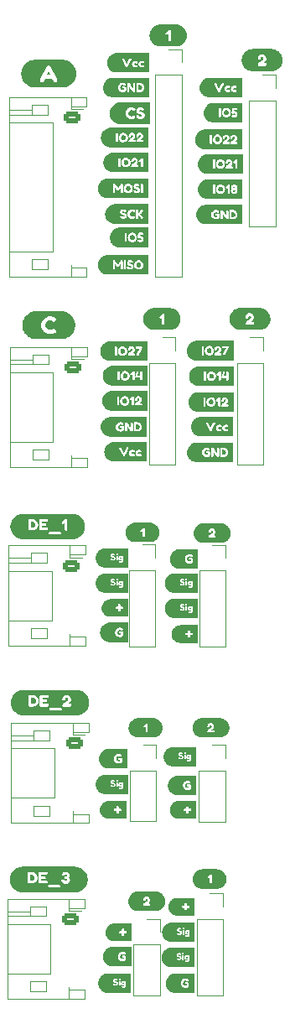
<source format=gbr>
%TF.GenerationSoftware,KiCad,Pcbnew,(6.0.1)*%
%TF.CreationDate,2022-11-29T19:46:15+01:00*%
%TF.ProjectId,ESPRocks,45535052-6f63-46b7-932e-6b696361645f,rev?*%
%TF.SameCoordinates,Original*%
%TF.FileFunction,Legend,Top*%
%TF.FilePolarity,Positive*%
%FSLAX46Y46*%
G04 Gerber Fmt 4.6, Leading zero omitted, Abs format (unit mm)*
G04 Created by KiCad (PCBNEW (6.0.1)) date 2022-11-29 19:46:15*
%MOMM*%
%LPD*%
G01*
G04 APERTURE LIST*
G04 Aperture macros list*
%AMRoundRect*
0 Rectangle with rounded corners*
0 $1 Rounding radius*
0 $2 $3 $4 $5 $6 $7 $8 $9 X,Y pos of 4 corners*
0 Add a 4 corners polygon primitive as box body*
4,1,4,$2,$3,$4,$5,$6,$7,$8,$9,$2,$3,0*
0 Add four circle primitives for the rounded corners*
1,1,$1+$1,$2,$3*
1,1,$1+$1,$4,$5*
1,1,$1+$1,$6,$7*
1,1,$1+$1,$8,$9*
0 Add four rect primitives between the rounded corners*
20,1,$1+$1,$2,$3,$4,$5,0*
20,1,$1+$1,$4,$5,$6,$7,0*
20,1,$1+$1,$6,$7,$8,$9,0*
20,1,$1+$1,$8,$9,$2,$3,0*%
G04 Aperture macros list end*
%ADD10C,0.120000*%
%ADD11R,1.700000X1.700000*%
%ADD12O,1.700000X1.700000*%
%ADD13O,1.750000X1.200000*%
%ADD14RoundRect,0.250000X-0.625000X0.350000X-0.625000X-0.350000X0.625000X-0.350000X0.625000X0.350000X0*%
G04 APERTURE END LIST*
D10*
%TO.C,CN14*%
X87131200Y-61052400D02*
X87131200Y-62382400D01*
X85801200Y-61052400D02*
X87131200Y-61052400D01*
X84471200Y-84032400D02*
X87131200Y-84032400D01*
X87131200Y-63652400D02*
X87131200Y-84032400D01*
X84471200Y-63652400D02*
X87131200Y-63652400D01*
X84471200Y-63652400D02*
X84471200Y-84032400D01*
%TO.C,kibuzzard-6341BA27*%
G36*
X88471018Y-151204480D02*
G01*
X86152262Y-151204480D01*
X86103740Y-151203289D01*
X86055335Y-151199718D01*
X86007164Y-151193777D01*
X85959341Y-151185479D01*
X85911984Y-151174845D01*
X85865206Y-151161899D01*
X85819119Y-151146674D01*
X85773834Y-151129206D01*
X85729462Y-151109537D01*
X85686107Y-151087714D01*
X85643876Y-151063791D01*
X85602870Y-151037824D01*
X85563187Y-151009876D01*
X85524923Y-150980015D01*
X85488171Y-150948312D01*
X85453018Y-150914844D01*
X85419550Y-150879691D01*
X85387848Y-150842939D01*
X85357986Y-150804675D01*
X85330039Y-150764992D01*
X85304072Y-150723986D01*
X85280148Y-150681755D01*
X85258325Y-150638401D01*
X85238656Y-150594028D01*
X85221188Y-150548744D01*
X85205963Y-150502657D01*
X85193018Y-150455878D01*
X85182383Y-150408521D01*
X85174085Y-150360699D01*
X85169406Y-150322756D01*
X86664893Y-150322756D01*
X86689658Y-150377525D01*
X86698230Y-150388003D01*
X86725853Y-150417054D01*
X86768715Y-150447058D01*
X86833485Y-150474204D01*
X86874681Y-150482419D01*
X86918258Y-150485158D01*
X86975513Y-150479548D01*
X87030441Y-150462721D01*
X87083040Y-150434675D01*
X87119235Y-150403600D01*
X87127294Y-150391813D01*
X87234488Y-150391813D01*
X87235916Y-150425150D01*
X87244013Y-150449915D01*
X87269016Y-150469203D01*
X87317355Y-150475633D01*
X87366171Y-150469441D01*
X87390698Y-150450868D01*
X87399746Y-150425626D01*
X87401175Y-150392765D01*
X87401175Y-150217505D01*
X87463088Y-150217505D01*
X87470761Y-150279576D01*
X87493779Y-150336250D01*
X87532144Y-150387526D01*
X87579293Y-150428008D01*
X87628664Y-150452296D01*
X87680258Y-150460393D01*
X87748599Y-150448486D01*
X87795510Y-150412768D01*
X87795510Y-150441343D01*
X87772650Y-150509923D01*
X87713595Y-150538498D01*
X87662160Y-150529687D01*
X87614535Y-150503255D01*
X87586913Y-150491825D01*
X87563576Y-150499445D01*
X87535478Y-150527068D01*
X87506903Y-150592790D01*
X87523333Y-150623032D01*
X87572625Y-150656608D01*
X87640014Y-150683039D01*
X87710738Y-150691850D01*
X87772121Y-150684389D01*
X87829271Y-150662005D01*
X87882188Y-150624699D01*
X87924521Y-150575222D01*
X87949921Y-150516325D01*
X87958388Y-150448010D01*
X87958388Y-150053675D01*
X87956959Y-150021290D01*
X87948386Y-149997001D01*
X87924098Y-149977475D01*
X87869805Y-149971760D01*
X87815989Y-149985571D01*
X87796463Y-150026052D01*
X87780746Y-150007479D01*
X87744075Y-149985571D01*
X87685020Y-149973665D01*
X87631257Y-149981814D01*
X87580457Y-150006262D01*
X87532620Y-150047007D01*
X87493991Y-150098548D01*
X87470813Y-150155381D01*
X87463088Y-150217505D01*
X87401175Y-150217505D01*
X87401175Y-150059390D01*
X87400223Y-150031767D01*
X87383078Y-149990810D01*
X87318308Y-149974617D01*
X87269254Y-149980809D01*
X87244013Y-149999382D01*
X87235916Y-150024624D01*
X87234488Y-150057485D01*
X87234488Y-150391813D01*
X87127294Y-150391813D01*
X87147810Y-150361809D01*
X87166384Y-150310969D01*
X87172575Y-150252748D01*
X87166503Y-150195717D01*
X87148286Y-150148449D01*
X87121021Y-150112373D01*
X87087803Y-150088917D01*
X87049941Y-150073082D01*
X87008745Y-150059866D01*
X86967549Y-150049508D01*
X86929688Y-150042245D01*
X86869204Y-150020337D01*
X86844915Y-149977951D01*
X86865394Y-149936994D01*
X86916829Y-149922230D01*
X86967788Y-149934612D01*
X86982551Y-149946995D01*
X86993505Y-149956520D01*
X87043035Y-149975570D01*
X87076849Y-149963664D01*
X87109710Y-149927945D01*
X87132570Y-149875557D01*
X87103043Y-149828885D01*
X87094269Y-149822217D01*
X87234488Y-149822217D01*
X87235916Y-149855079D01*
X87244489Y-149880320D01*
X87269730Y-149900322D01*
X87317831Y-149906037D01*
X87365933Y-149900322D01*
X87391174Y-149880796D01*
X87399746Y-149856031D01*
X87401175Y-149823170D01*
X87399746Y-149790309D01*
X87390698Y-149765067D01*
X87366409Y-149745779D01*
X87318308Y-149739350D01*
X87269254Y-149745779D01*
X87244013Y-149765067D01*
X87235916Y-149789356D01*
X87234488Y-149822217D01*
X87094269Y-149822217D01*
X87079230Y-149810787D01*
X87013984Y-149780784D01*
X86964335Y-149769711D01*
X86909685Y-149766020D01*
X86842957Y-149772952D01*
X86786283Y-149793748D01*
X86739664Y-149828409D01*
X86705003Y-149872382D01*
X86684207Y-149921119D01*
X86677275Y-149974617D01*
X86683347Y-150031172D01*
X86701564Y-150078916D01*
X86728829Y-150116421D01*
X86762048Y-150142257D01*
X86799671Y-150160950D01*
X86840153Y-150177024D01*
X86880634Y-150189763D01*
X86918258Y-150198455D01*
X86978741Y-150219886D01*
X87003030Y-150256558D01*
X86993188Y-150296774D01*
X86963660Y-150320904D01*
X86914448Y-150328948D01*
X86868728Y-150314184D01*
X86830628Y-150283228D01*
X86788241Y-150247509D01*
X86756333Y-150235603D01*
X86705850Y-150258463D01*
X86675132Y-150294538D01*
X86664893Y-150322756D01*
X85169406Y-150322756D01*
X85168144Y-150312527D01*
X85164573Y-150264122D01*
X85163382Y-150215600D01*
X85164573Y-150167078D01*
X85168144Y-150118673D01*
X85174085Y-150070501D01*
X85182383Y-150022679D01*
X85193018Y-149975322D01*
X85205963Y-149928543D01*
X85221188Y-149882456D01*
X85238656Y-149837172D01*
X85258325Y-149792799D01*
X85280148Y-149749445D01*
X85304072Y-149707214D01*
X85330039Y-149666208D01*
X85357986Y-149626525D01*
X85387848Y-149588261D01*
X85419550Y-149551509D01*
X85453018Y-149516356D01*
X85488171Y-149482888D01*
X85524923Y-149451185D01*
X85563187Y-149421324D01*
X85602870Y-149393376D01*
X85643876Y-149367409D01*
X85686107Y-149343486D01*
X85729462Y-149321663D01*
X85773834Y-149301994D01*
X85819119Y-149284526D01*
X85865206Y-149269301D01*
X85911984Y-149256355D01*
X85959341Y-149245721D01*
X86007164Y-149237423D01*
X86055335Y-149231482D01*
X86103740Y-149227911D01*
X86152262Y-149226720D01*
X88471018Y-149226720D01*
X88471018Y-151204480D01*
G37*
G36*
X87767888Y-150161784D02*
G01*
X87789795Y-150217981D01*
X87766935Y-150273226D01*
X87709309Y-150298468D01*
X87650254Y-150273703D01*
X87625965Y-150217981D01*
X87648825Y-150161307D01*
X87708833Y-150135590D01*
X87767888Y-150161784D01*
G37*
%TO.C,kibuzzard-63864F5E*%
G36*
X83920211Y-68625111D02*
G01*
X80970901Y-68625111D01*
X80861914Y-68619757D01*
X80753977Y-68603746D01*
X80648130Y-68577233D01*
X80545390Y-68540472D01*
X80446749Y-68493818D01*
X80353156Y-68437721D01*
X80265511Y-68372719D01*
X80184660Y-68299440D01*
X80111381Y-68218589D01*
X80046380Y-68130945D01*
X79990282Y-68037351D01*
X79943628Y-67938710D01*
X79906868Y-67835971D01*
X79880354Y-67730123D01*
X79864343Y-67622186D01*
X79858989Y-67513200D01*
X79859184Y-67509231D01*
X81483531Y-67509231D01*
X81494048Y-67628492D01*
X81525599Y-67738625D01*
X81573423Y-67834669D01*
X81632756Y-67911663D01*
X81702010Y-67973972D01*
X81779599Y-68025963D01*
X81860165Y-68066047D01*
X81938349Y-68092638D01*
X82014946Y-68107520D01*
X82090749Y-68112481D01*
X82167545Y-68106131D01*
X82247118Y-68087081D01*
X82354274Y-68045806D01*
X82409043Y-68012469D01*
X82459049Y-67972781D01*
X82480481Y-67917219D01*
X82450857Y-67841813D01*
X82561443Y-67841813D01*
X82602718Y-67933094D01*
X82617006Y-67950556D01*
X82663043Y-67998975D01*
X82734481Y-68048981D01*
X82842431Y-68094225D01*
X82911090Y-68107917D01*
X82983718Y-68112481D01*
X83079145Y-68103133D01*
X83170690Y-68075087D01*
X83258356Y-68028344D01*
X83318681Y-67976552D01*
X83366306Y-67906900D01*
X83397262Y-67822167D01*
X83407581Y-67725131D01*
X83397460Y-67630080D01*
X83367099Y-67551300D01*
X83321657Y-67491173D01*
X83266293Y-67452081D01*
X83203190Y-67425689D01*
X83134531Y-67403662D01*
X83065871Y-67386398D01*
X83002768Y-67374294D01*
X82901962Y-67337781D01*
X82861481Y-67267137D01*
X82895612Y-67198875D01*
X82981337Y-67174269D01*
X83066268Y-67194906D01*
X83090874Y-67215544D01*
X83109131Y-67231419D01*
X83191681Y-67263169D01*
X83248037Y-67243325D01*
X83302806Y-67183794D01*
X83340906Y-67096481D01*
X83291693Y-67018694D01*
X83252006Y-66988531D01*
X83143262Y-66938525D01*
X83060514Y-66920070D01*
X82969431Y-66913919D01*
X82858218Y-66925472D01*
X82763761Y-66960133D01*
X82686062Y-67017900D01*
X82628295Y-67091190D01*
X82593634Y-67172417D01*
X82582081Y-67261581D01*
X82592201Y-67355839D01*
X82622562Y-67435412D01*
X82668004Y-67497920D01*
X82723368Y-67540981D01*
X82786074Y-67572136D01*
X82853543Y-67598925D01*
X82921012Y-67620158D01*
X82983718Y-67634644D01*
X83084524Y-67670363D01*
X83125006Y-67731481D01*
X83108602Y-67798509D01*
X83059389Y-67838726D01*
X82977368Y-67852131D01*
X82901168Y-67827525D01*
X82837668Y-67775931D01*
X82767024Y-67716400D01*
X82713843Y-67696556D01*
X82629706Y-67734656D01*
X82578509Y-67794783D01*
X82561443Y-67841813D01*
X82450857Y-67841813D01*
X82445556Y-67828319D01*
X82390390Y-67761644D01*
X82339193Y-67739419D01*
X82262993Y-67771169D01*
X82234418Y-67791806D01*
X82171712Y-67817206D01*
X82078843Y-67829906D01*
X81976053Y-67812444D01*
X81877231Y-67760056D01*
X81796268Y-67660044D01*
X81772456Y-67592377D01*
X81764518Y-67516375D01*
X81772456Y-67440373D01*
X81796268Y-67372706D01*
X81875643Y-67274281D01*
X81976449Y-67220703D01*
X82078843Y-67202844D01*
X82178856Y-67216337D01*
X82256643Y-67256819D01*
X82337606Y-67291744D01*
X82389993Y-67270312D01*
X82448731Y-67206019D01*
X82482068Y-67117912D01*
X82440793Y-67042506D01*
X82396343Y-67013931D01*
X82358243Y-66991706D01*
X82241562Y-66944875D01*
X82165164Y-66927611D01*
X82089956Y-66921856D01*
X81985357Y-66931381D01*
X81881111Y-66959956D01*
X81777218Y-67007581D01*
X81699232Y-67057389D01*
X81630374Y-67117912D01*
X81571835Y-67192525D01*
X81524806Y-67284600D01*
X81493849Y-67391161D01*
X81483531Y-67509231D01*
X79859184Y-67509231D01*
X79864343Y-67404214D01*
X79880354Y-67296277D01*
X79906868Y-67190429D01*
X79943628Y-67087690D01*
X79990282Y-66989049D01*
X80046380Y-66895455D01*
X80111381Y-66807811D01*
X80184660Y-66726960D01*
X80265511Y-66653681D01*
X80353156Y-66588679D01*
X80446749Y-66532582D01*
X80545390Y-66485928D01*
X80648130Y-66449167D01*
X80753977Y-66422654D01*
X80861914Y-66406643D01*
X80970901Y-66401289D01*
X83920211Y-66401289D01*
X83920211Y-68625111D01*
G37*
%TO.C,kibuzzard-6339BB62*%
G36*
X88390690Y-156339090D02*
G01*
X86541200Y-156339090D01*
X86443899Y-156334310D01*
X86347536Y-156320016D01*
X86253037Y-156296345D01*
X86161314Y-156263526D01*
X86073249Y-156221875D01*
X85989691Y-156171792D01*
X85911444Y-156113760D01*
X85839262Y-156048338D01*
X85773840Y-155976156D01*
X85715808Y-155897909D01*
X85665725Y-155814351D01*
X85624074Y-155726286D01*
X85591255Y-155634563D01*
X85567584Y-155540064D01*
X85553290Y-155443701D01*
X85548510Y-155346400D01*
X85548884Y-155338780D01*
X87053830Y-155338780D01*
X87062561Y-155436054D01*
X87088755Y-155525946D01*
X87132411Y-155608457D01*
X87193530Y-155683585D01*
X87266476Y-155746093D01*
X87345613Y-155790741D01*
X87430941Y-155817530D01*
X87522460Y-155826460D01*
X87622473Y-155819554D01*
X87709150Y-155798838D01*
X87782493Y-155764309D01*
X87842500Y-155715970D01*
X87878060Y-155638500D01*
X87878060Y-155359100D01*
X87865360Y-155287980D01*
X87781540Y-155252420D01*
X87558020Y-155252420D01*
X87497060Y-155263850D01*
X87476105Y-155291790D01*
X87470390Y-155345765D01*
X87475470Y-155399105D01*
X87497060Y-155428950D01*
X87552940Y-155439110D01*
X87653270Y-155439110D01*
X87653270Y-155577540D01*
X87593898Y-155594685D01*
X87527540Y-155600400D01*
X87436100Y-155581191D01*
X87354820Y-155523565D01*
X87312487Y-155468673D01*
X87287087Y-155406443D01*
X87278620Y-155336875D01*
X87297353Y-155237497D01*
X87353550Y-155159075D01*
X87433878Y-155108116D01*
X87525000Y-155091130D01*
X87593580Y-155099861D01*
X87652000Y-155126055D01*
X87729470Y-155160980D01*
X87772333Y-155144152D01*
X87819640Y-155093670D01*
X87848850Y-155021915D01*
X87814560Y-154965400D01*
X87723826Y-154910367D01*
X87629422Y-154877347D01*
X87531350Y-154866340D01*
X87438005Y-154874793D01*
X87351010Y-154900154D01*
X87270365Y-154942421D01*
X87196070Y-155001595D01*
X87133840Y-155073390D01*
X87089390Y-155153519D01*
X87062720Y-155241982D01*
X87053830Y-155338780D01*
X85548884Y-155338780D01*
X85553290Y-155249099D01*
X85567584Y-155152736D01*
X85591255Y-155058237D01*
X85624074Y-154966514D01*
X85665725Y-154878449D01*
X85715808Y-154794891D01*
X85773840Y-154716644D01*
X85839262Y-154644462D01*
X85911444Y-154579040D01*
X85989691Y-154521008D01*
X86073249Y-154470925D01*
X86161314Y-154429274D01*
X86253037Y-154396455D01*
X86347536Y-154372784D01*
X86443899Y-154358490D01*
X86541200Y-154353710D01*
X88390690Y-154353710D01*
X88390690Y-156339090D01*
G37*
%TO.C,kibuzzard-6339BB7B*%
G36*
X88458477Y-148515255D02*
G01*
X86675979Y-148515255D01*
X86588699Y-148510967D01*
X86502259Y-148498145D01*
X86417493Y-148476913D01*
X86335216Y-148447473D01*
X86256221Y-148410111D01*
X86181268Y-148365186D01*
X86111080Y-148313131D01*
X86046332Y-148254447D01*
X85987647Y-148189699D01*
X85935592Y-148119510D01*
X85890667Y-148044558D01*
X85853305Y-147965562D01*
X85823866Y-147883285D01*
X85802633Y-147798519D01*
X85789811Y-147712080D01*
X85785523Y-147624800D01*
X87188609Y-147624800D01*
X87196546Y-147697031D01*
X87228296Y-147737513D01*
X87304496Y-147750213D01*
X87442609Y-147750213D01*
X87442609Y-147877212D01*
X87456896Y-147964525D01*
X87494996Y-147993894D01*
X87567228Y-148002625D01*
X87639459Y-147993894D01*
X87679940Y-147959763D01*
X87693434Y-147878800D01*
X87693434Y-147750213D01*
X87829959Y-147750213D01*
X87910921Y-147735925D01*
X87937909Y-147697825D01*
X87945846Y-147625594D01*
X87937115Y-147553362D01*
X87902984Y-147512881D01*
X87822021Y-147499387D01*
X87693434Y-147499387D01*
X87693434Y-147372388D01*
X87679146Y-147285075D01*
X87640253Y-147255706D01*
X87568021Y-147246975D01*
X87495790Y-147255706D01*
X87455309Y-147289837D01*
X87442609Y-147370800D01*
X87442609Y-147499387D01*
X87315609Y-147499387D01*
X87228296Y-147513675D01*
X87197340Y-147552569D01*
X87188609Y-147624800D01*
X85785523Y-147624800D01*
X85789811Y-147537520D01*
X85802633Y-147451081D01*
X85823866Y-147366315D01*
X85853305Y-147284038D01*
X85890667Y-147205042D01*
X85935592Y-147130090D01*
X85987647Y-147059901D01*
X86046332Y-146995153D01*
X86111080Y-146936469D01*
X86181268Y-146884414D01*
X86256221Y-146839489D01*
X86335216Y-146802127D01*
X86417493Y-146772687D01*
X86502259Y-146751455D01*
X86588699Y-146738633D01*
X86675979Y-146734345D01*
X88458477Y-146734345D01*
X88458477Y-148515255D01*
G37*
%TO.C,kibuzzard-6341BA27*%
G36*
X82019418Y-156335280D02*
G01*
X79700662Y-156335280D01*
X79652140Y-156334089D01*
X79603735Y-156330518D01*
X79555564Y-156324577D01*
X79507741Y-156316279D01*
X79460384Y-156305645D01*
X79413606Y-156292699D01*
X79367519Y-156277474D01*
X79322234Y-156260006D01*
X79277862Y-156240337D01*
X79234507Y-156218514D01*
X79192276Y-156194591D01*
X79151270Y-156168624D01*
X79111587Y-156140676D01*
X79073323Y-156110815D01*
X79036571Y-156079112D01*
X79001418Y-156045644D01*
X78967950Y-156010491D01*
X78936248Y-155973739D01*
X78906386Y-155935475D01*
X78878439Y-155895792D01*
X78852472Y-155854786D01*
X78828548Y-155812555D01*
X78806725Y-155769201D01*
X78787056Y-155724828D01*
X78769588Y-155679544D01*
X78754363Y-155633457D01*
X78741418Y-155586678D01*
X78730783Y-155539321D01*
X78722485Y-155491499D01*
X78717806Y-155453556D01*
X80213293Y-155453556D01*
X80238058Y-155508325D01*
X80246630Y-155518803D01*
X80274253Y-155547854D01*
X80317115Y-155577858D01*
X80381885Y-155605004D01*
X80423081Y-155613219D01*
X80466658Y-155615958D01*
X80523913Y-155610348D01*
X80578841Y-155593521D01*
X80631440Y-155565475D01*
X80667635Y-155534400D01*
X80675694Y-155522613D01*
X80782888Y-155522613D01*
X80784316Y-155555950D01*
X80792413Y-155580715D01*
X80817416Y-155600003D01*
X80865755Y-155606433D01*
X80914571Y-155600241D01*
X80939098Y-155581668D01*
X80948146Y-155556426D01*
X80949575Y-155523565D01*
X80949575Y-155348305D01*
X81011488Y-155348305D01*
X81019161Y-155410376D01*
X81042179Y-155467050D01*
X81080544Y-155518326D01*
X81127693Y-155558808D01*
X81177064Y-155583096D01*
X81228658Y-155591193D01*
X81296999Y-155579286D01*
X81343910Y-155543568D01*
X81343910Y-155572143D01*
X81321050Y-155640723D01*
X81261995Y-155669298D01*
X81210560Y-155660487D01*
X81162935Y-155634055D01*
X81135313Y-155622625D01*
X81111976Y-155630245D01*
X81083878Y-155657868D01*
X81055303Y-155723590D01*
X81071733Y-155753832D01*
X81121025Y-155787408D01*
X81188414Y-155813839D01*
X81259138Y-155822650D01*
X81320521Y-155815189D01*
X81377671Y-155792805D01*
X81430588Y-155755499D01*
X81472921Y-155706022D01*
X81498321Y-155647125D01*
X81506788Y-155578810D01*
X81506788Y-155184475D01*
X81505359Y-155152090D01*
X81496786Y-155127801D01*
X81472498Y-155108275D01*
X81418205Y-155102560D01*
X81364389Y-155116371D01*
X81344863Y-155156852D01*
X81329146Y-155138279D01*
X81292475Y-155116371D01*
X81233420Y-155104465D01*
X81179657Y-155112614D01*
X81128857Y-155137062D01*
X81081020Y-155177807D01*
X81042391Y-155229348D01*
X81019213Y-155286181D01*
X81011488Y-155348305D01*
X80949575Y-155348305D01*
X80949575Y-155190190D01*
X80948623Y-155162567D01*
X80931478Y-155121610D01*
X80866708Y-155105417D01*
X80817654Y-155111609D01*
X80792413Y-155130182D01*
X80784316Y-155155424D01*
X80782888Y-155188285D01*
X80782888Y-155522613D01*
X80675694Y-155522613D01*
X80696210Y-155492609D01*
X80714784Y-155441769D01*
X80720975Y-155383548D01*
X80714903Y-155326517D01*
X80696686Y-155279249D01*
X80669421Y-155243173D01*
X80636203Y-155219717D01*
X80598341Y-155203882D01*
X80557145Y-155190666D01*
X80515949Y-155180308D01*
X80478088Y-155173045D01*
X80417604Y-155151137D01*
X80393315Y-155108751D01*
X80413794Y-155067794D01*
X80465229Y-155053030D01*
X80516188Y-155065412D01*
X80530951Y-155077795D01*
X80541905Y-155087320D01*
X80591435Y-155106370D01*
X80625249Y-155094464D01*
X80658110Y-155058745D01*
X80680970Y-155006357D01*
X80651443Y-154959685D01*
X80642669Y-154953017D01*
X80782888Y-154953017D01*
X80784316Y-154985879D01*
X80792889Y-155011120D01*
X80818130Y-155031122D01*
X80866231Y-155036837D01*
X80914333Y-155031122D01*
X80939574Y-155011596D01*
X80948146Y-154986831D01*
X80949575Y-154953970D01*
X80948146Y-154921109D01*
X80939098Y-154895867D01*
X80914809Y-154876579D01*
X80866708Y-154870150D01*
X80817654Y-154876579D01*
X80792413Y-154895867D01*
X80784316Y-154920156D01*
X80782888Y-154953017D01*
X80642669Y-154953017D01*
X80627630Y-154941587D01*
X80562384Y-154911584D01*
X80512735Y-154900511D01*
X80458085Y-154896820D01*
X80391357Y-154903752D01*
X80334683Y-154924548D01*
X80288064Y-154959209D01*
X80253403Y-155003182D01*
X80232607Y-155051919D01*
X80225675Y-155105417D01*
X80231747Y-155161972D01*
X80249964Y-155209716D01*
X80277229Y-155247221D01*
X80310448Y-155273057D01*
X80348071Y-155291750D01*
X80388553Y-155307824D01*
X80429034Y-155320563D01*
X80466658Y-155329255D01*
X80527141Y-155350686D01*
X80551430Y-155387358D01*
X80541588Y-155427574D01*
X80512060Y-155451704D01*
X80462848Y-155459748D01*
X80417128Y-155444984D01*
X80379028Y-155414028D01*
X80336641Y-155378309D01*
X80304733Y-155366403D01*
X80254250Y-155389263D01*
X80223532Y-155425338D01*
X80213293Y-155453556D01*
X78717806Y-155453556D01*
X78716544Y-155443327D01*
X78712973Y-155394922D01*
X78711782Y-155346400D01*
X78712973Y-155297878D01*
X78716544Y-155249473D01*
X78722485Y-155201301D01*
X78730783Y-155153479D01*
X78741418Y-155106122D01*
X78754363Y-155059343D01*
X78769588Y-155013256D01*
X78787056Y-154967972D01*
X78806725Y-154923599D01*
X78828548Y-154880245D01*
X78852472Y-154838014D01*
X78878439Y-154797008D01*
X78906386Y-154757325D01*
X78936248Y-154719061D01*
X78967950Y-154682309D01*
X79001418Y-154647156D01*
X79036571Y-154613688D01*
X79073323Y-154581985D01*
X79111587Y-154552124D01*
X79151270Y-154524176D01*
X79192276Y-154498209D01*
X79234507Y-154474286D01*
X79277862Y-154452463D01*
X79322234Y-154432794D01*
X79367519Y-154415326D01*
X79413606Y-154400101D01*
X79460384Y-154387155D01*
X79507741Y-154376521D01*
X79555564Y-154368223D01*
X79603735Y-154362282D01*
X79652140Y-154358711D01*
X79700662Y-154357520D01*
X82019418Y-154357520D01*
X82019418Y-156335280D01*
G37*
G36*
X81316288Y-155292584D02*
G01*
X81338195Y-155348781D01*
X81315335Y-155404026D01*
X81257709Y-155429268D01*
X81198654Y-155404503D01*
X81174365Y-155348781D01*
X81197225Y-155292107D01*
X81257233Y-155266390D01*
X81316288Y-155292584D01*
G37*
%TO.C,kibuzzard-63864E34*%
G36*
X76501156Y-143603628D02*
G01*
X76625813Y-143622119D01*
X76748057Y-143652740D01*
X76866711Y-143695195D01*
X76980633Y-143749076D01*
X77088725Y-143813864D01*
X77189946Y-143888935D01*
X77283321Y-143973565D01*
X77367952Y-144066941D01*
X77443022Y-144168162D01*
X77507810Y-144276253D01*
X77561691Y-144390175D01*
X77604146Y-144508829D01*
X77634767Y-144631074D01*
X77653258Y-144755731D01*
X77659442Y-144881600D01*
X77653258Y-145007469D01*
X77634767Y-145132126D01*
X77604146Y-145254371D01*
X77561691Y-145373025D01*
X77507810Y-145486947D01*
X77443022Y-145595038D01*
X77367952Y-145696259D01*
X77283321Y-145789635D01*
X77189946Y-145874265D01*
X77088725Y-145949336D01*
X76980633Y-146014124D01*
X76866711Y-146068005D01*
X76748057Y-146110460D01*
X76625813Y-146141081D01*
X76501156Y-146159572D01*
X76375286Y-146165755D01*
X71046314Y-146165755D01*
X70920444Y-146159572D01*
X70795787Y-146141081D01*
X70673543Y-146110460D01*
X70554889Y-146068005D01*
X70440967Y-146014124D01*
X70332875Y-145949336D01*
X70231654Y-145874265D01*
X70138279Y-145789635D01*
X70053648Y-145696259D01*
X69978578Y-145595038D01*
X69947740Y-145543588D01*
X73649681Y-145543588D01*
X73657619Y-145607088D01*
X73746519Y-145653125D01*
X74814906Y-145653125D01*
X74883169Y-145640425D01*
X74906188Y-145607088D01*
X74913331Y-145544381D01*
X74905394Y-145481675D01*
X74816494Y-145434050D01*
X73748106Y-145434050D01*
X73679844Y-145446750D01*
X73656825Y-145480088D01*
X73649681Y-145543588D01*
X69947740Y-145543588D01*
X69913790Y-145486947D01*
X69859909Y-145373025D01*
X69817454Y-145254371D01*
X69790884Y-145148300D01*
X71558944Y-145148300D01*
X71577994Y-145249900D01*
X71620062Y-145279666D01*
X71698644Y-145289588D01*
X71989156Y-145289588D01*
X72106086Y-145278773D01*
X72213986Y-145246328D01*
X72312857Y-145192254D01*
X72363136Y-145149888D01*
X72676544Y-145149888D01*
X72686069Y-145230850D01*
X72728137Y-145276094D01*
X72816244Y-145291175D01*
X73444894Y-145291175D01*
X73527444Y-145281650D01*
X73571497Y-145239581D01*
X73586181Y-145151475D01*
X73575466Y-145069719D01*
X73543319Y-145027650D01*
X73501250Y-145012569D01*
X73446481Y-145010188D01*
X72957531Y-145010188D01*
X72957531Y-144945100D01*
X74976831Y-144945100D01*
X74994294Y-145030825D01*
X74997469Y-145046700D01*
X75014931Y-145087975D01*
X75054222Y-145151078D01*
X75099069Y-145200688D01*
X75190791Y-145262424D01*
X75296624Y-145299465D01*
X75416569Y-145311813D01*
X75537395Y-145299553D01*
X75643758Y-145262776D01*
X75735656Y-145201481D01*
X75806212Y-145121313D01*
X75848545Y-145027915D01*
X75862656Y-144921288D01*
X75849559Y-144840325D01*
X75810269Y-144768887D01*
X75760263Y-144717294D01*
X75713431Y-144683162D01*
X75713431Y-144672050D01*
X75782223Y-144622220D01*
X75823498Y-144555281D01*
X75837256Y-144471231D01*
X75824733Y-144381714D01*
X75787162Y-144298370D01*
X75724544Y-144221200D01*
X75640230Y-144159464D01*
X75537572Y-144122422D01*
X75416569Y-144110075D01*
X75337789Y-144115631D01*
X75266550Y-144132300D01*
X75161775Y-144181512D01*
X75095894Y-144244219D01*
X75060969Y-144294225D01*
X75024456Y-144402175D01*
X75044300Y-144458928D01*
X75103831Y-144508537D01*
X75191144Y-144537112D01*
X75251469Y-144517269D01*
X75295919Y-144457737D01*
X75305444Y-144438687D01*
X75346719Y-144400587D01*
X75436413Y-144381538D01*
X75524519Y-144411700D01*
X75556269Y-144475200D01*
X75526106Y-144521634D01*
X75435619Y-144537112D01*
X75353069Y-144545050D01*
X75309016Y-144588309D01*
X75294331Y-144676812D01*
X75305047Y-144758172D01*
X75337194Y-144799050D01*
X75378469Y-144814925D01*
X75450700Y-144818100D01*
X75542775Y-144850644D01*
X75581669Y-144926050D01*
X75541981Y-145003044D01*
X75491181Y-145028642D01*
X75418156Y-145037175D01*
X75351481Y-145027650D01*
X75264169Y-144951450D01*
X75216544Y-144868900D01*
X75132406Y-144853025D01*
X75015725Y-144876044D01*
X74976831Y-144945100D01*
X72957531Y-144945100D01*
X72957531Y-144849850D01*
X73268681Y-144849850D01*
X73351231Y-144840325D01*
X73396475Y-144798256D01*
X73411556Y-144710150D01*
X73400841Y-144628394D01*
X73368694Y-144586325D01*
X73326625Y-144571244D01*
X73271856Y-144568862D01*
X72957531Y-144568862D01*
X72957531Y-144408525D01*
X73444894Y-144408525D01*
X73527444Y-144399000D01*
X73571497Y-144356931D01*
X73586181Y-144268825D01*
X73575466Y-144187069D01*
X73543319Y-144145000D01*
X73501250Y-144129919D01*
X73446481Y-144127537D01*
X72821006Y-144127537D01*
X72706706Y-144156906D01*
X72676544Y-144267237D01*
X72676544Y-145149888D01*
X72363136Y-145149888D01*
X72402700Y-145116550D01*
X72477362Y-145025715D01*
X72530692Y-144926248D01*
X72562690Y-144818150D01*
X72573356Y-144701419D01*
X72562442Y-144585134D01*
X72529700Y-144478375D01*
X72475130Y-144381141D01*
X72398731Y-144293431D01*
X72307946Y-144220853D01*
X72210216Y-144169011D01*
X72105540Y-144137906D01*
X71993919Y-144127537D01*
X71700231Y-144125950D01*
X71618475Y-144136666D01*
X71576406Y-144168812D01*
X71561325Y-144210087D01*
X71558944Y-144265650D01*
X71558944Y-145148300D01*
X69790884Y-145148300D01*
X69786833Y-145132126D01*
X69768342Y-145007469D01*
X69762158Y-144881600D01*
X69768342Y-144755731D01*
X69786833Y-144631074D01*
X69817454Y-144508829D01*
X69859909Y-144390175D01*
X69913790Y-144276253D01*
X69978578Y-144168162D01*
X70053648Y-144066941D01*
X70138279Y-143973565D01*
X70231654Y-143888935D01*
X70332875Y-143813864D01*
X70440967Y-143749076D01*
X70554889Y-143695195D01*
X70673543Y-143652740D01*
X70795787Y-143622119D01*
X70920444Y-143603628D01*
X71046314Y-143597445D01*
X76375286Y-143597445D01*
X76501156Y-143603628D01*
G37*
G36*
X72105242Y-144430155D02*
G01*
X72202675Y-144495044D01*
X72269945Y-144592080D01*
X72292369Y-144710150D01*
X72269350Y-144827823D01*
X72200294Y-144923669D01*
X72102662Y-144987367D01*
X71993919Y-145008600D01*
X71839931Y-145008600D01*
X71839931Y-144408525D01*
X71992331Y-144408525D01*
X72105242Y-144430155D01*
G37*
%TO.C,kibuzzard-6339BB62*%
G36*
X82040690Y-153646690D02*
G01*
X80191200Y-153646690D01*
X80093899Y-153641910D01*
X79997536Y-153627616D01*
X79903037Y-153603945D01*
X79811314Y-153571126D01*
X79723249Y-153529475D01*
X79639691Y-153479392D01*
X79561444Y-153421360D01*
X79489262Y-153355938D01*
X79423840Y-153283756D01*
X79365808Y-153205509D01*
X79315725Y-153121951D01*
X79274074Y-153033886D01*
X79241255Y-152942163D01*
X79217584Y-152847664D01*
X79203290Y-152751301D01*
X79198510Y-152654000D01*
X79198884Y-152646380D01*
X80703830Y-152646380D01*
X80712561Y-152743654D01*
X80738755Y-152833546D01*
X80782411Y-152916057D01*
X80843530Y-152991185D01*
X80916476Y-153053693D01*
X80995613Y-153098341D01*
X81080941Y-153125130D01*
X81172460Y-153134060D01*
X81272473Y-153127154D01*
X81359150Y-153106438D01*
X81432493Y-153071909D01*
X81492500Y-153023570D01*
X81528060Y-152946100D01*
X81528060Y-152666700D01*
X81515360Y-152595580D01*
X81431540Y-152560020D01*
X81208020Y-152560020D01*
X81147060Y-152571450D01*
X81126105Y-152599390D01*
X81120390Y-152653365D01*
X81125470Y-152706705D01*
X81147060Y-152736550D01*
X81202940Y-152746710D01*
X81303270Y-152746710D01*
X81303270Y-152885140D01*
X81243898Y-152902285D01*
X81177540Y-152908000D01*
X81086100Y-152888791D01*
X81004820Y-152831165D01*
X80962487Y-152776273D01*
X80937087Y-152714043D01*
X80928620Y-152644475D01*
X80947353Y-152545097D01*
X81003550Y-152466675D01*
X81083878Y-152415716D01*
X81175000Y-152398730D01*
X81243580Y-152407461D01*
X81302000Y-152433655D01*
X81379470Y-152468580D01*
X81422333Y-152451752D01*
X81469640Y-152401270D01*
X81498850Y-152329515D01*
X81464560Y-152273000D01*
X81373826Y-152217967D01*
X81279422Y-152184947D01*
X81181350Y-152173940D01*
X81088005Y-152182393D01*
X81001010Y-152207754D01*
X80920365Y-152250021D01*
X80846070Y-152309195D01*
X80783840Y-152380990D01*
X80739390Y-152461119D01*
X80712720Y-152549582D01*
X80703830Y-152646380D01*
X79198884Y-152646380D01*
X79203290Y-152556699D01*
X79217584Y-152460336D01*
X79241255Y-152365837D01*
X79274074Y-152274114D01*
X79315725Y-152186049D01*
X79365808Y-152102491D01*
X79423840Y-152024244D01*
X79489262Y-151952062D01*
X79561444Y-151886640D01*
X79639691Y-151828608D01*
X79723249Y-151778525D01*
X79811314Y-151736874D01*
X79903037Y-151704055D01*
X79997536Y-151680384D01*
X80093899Y-151666090D01*
X80191200Y-151661310D01*
X82040690Y-151661310D01*
X82040690Y-153646690D01*
G37*
%TO.C,kibuzzard-6341BA27*%
G36*
X88420218Y-153744480D02*
G01*
X86101462Y-153744480D01*
X86052940Y-153743289D01*
X86004535Y-153739718D01*
X85956364Y-153733777D01*
X85908541Y-153725479D01*
X85861184Y-153714845D01*
X85814406Y-153701899D01*
X85768319Y-153686674D01*
X85723034Y-153669206D01*
X85678662Y-153649537D01*
X85635307Y-153627714D01*
X85593076Y-153603791D01*
X85552070Y-153577824D01*
X85512387Y-153549876D01*
X85474123Y-153520015D01*
X85437371Y-153488312D01*
X85402218Y-153454844D01*
X85368750Y-153419691D01*
X85337048Y-153382939D01*
X85307186Y-153344675D01*
X85279239Y-153304992D01*
X85253272Y-153263986D01*
X85229348Y-153221755D01*
X85207525Y-153178401D01*
X85187856Y-153134028D01*
X85170388Y-153088744D01*
X85155163Y-153042657D01*
X85142218Y-152995878D01*
X85131583Y-152948521D01*
X85123285Y-152900699D01*
X85118606Y-152862756D01*
X86614093Y-152862756D01*
X86638858Y-152917525D01*
X86647430Y-152928003D01*
X86675053Y-152957054D01*
X86717915Y-152987058D01*
X86782685Y-153014204D01*
X86823881Y-153022419D01*
X86867458Y-153025158D01*
X86924713Y-153019548D01*
X86979641Y-153002721D01*
X87032240Y-152974675D01*
X87068435Y-152943600D01*
X87076494Y-152931813D01*
X87183688Y-152931813D01*
X87185116Y-152965150D01*
X87193213Y-152989915D01*
X87218216Y-153009203D01*
X87266555Y-153015633D01*
X87315371Y-153009441D01*
X87339898Y-152990868D01*
X87348946Y-152965626D01*
X87350375Y-152932765D01*
X87350375Y-152757505D01*
X87412288Y-152757505D01*
X87419961Y-152819576D01*
X87442979Y-152876250D01*
X87481344Y-152927526D01*
X87528493Y-152968008D01*
X87577864Y-152992296D01*
X87629458Y-153000393D01*
X87697799Y-152988486D01*
X87744710Y-152952768D01*
X87744710Y-152981343D01*
X87721850Y-153049923D01*
X87662795Y-153078498D01*
X87611360Y-153069687D01*
X87563735Y-153043255D01*
X87536113Y-153031825D01*
X87512776Y-153039445D01*
X87484678Y-153067068D01*
X87456103Y-153132790D01*
X87472533Y-153163032D01*
X87521825Y-153196608D01*
X87589214Y-153223039D01*
X87659938Y-153231850D01*
X87721321Y-153224389D01*
X87778471Y-153202005D01*
X87831388Y-153164699D01*
X87873721Y-153115222D01*
X87899121Y-153056325D01*
X87907588Y-152988010D01*
X87907588Y-152593675D01*
X87906159Y-152561290D01*
X87897586Y-152537001D01*
X87873298Y-152517475D01*
X87819005Y-152511760D01*
X87765189Y-152525571D01*
X87745663Y-152566052D01*
X87729946Y-152547479D01*
X87693275Y-152525571D01*
X87634220Y-152513665D01*
X87580457Y-152521814D01*
X87529657Y-152546262D01*
X87481820Y-152587007D01*
X87443191Y-152638548D01*
X87420013Y-152695381D01*
X87412288Y-152757505D01*
X87350375Y-152757505D01*
X87350375Y-152599390D01*
X87349423Y-152571767D01*
X87332278Y-152530810D01*
X87267508Y-152514617D01*
X87218454Y-152520809D01*
X87193213Y-152539382D01*
X87185116Y-152564624D01*
X87183688Y-152597485D01*
X87183688Y-152931813D01*
X87076494Y-152931813D01*
X87097010Y-152901809D01*
X87115584Y-152850969D01*
X87121775Y-152792748D01*
X87115703Y-152735717D01*
X87097486Y-152688449D01*
X87070221Y-152652373D01*
X87037003Y-152628917D01*
X86999141Y-152613082D01*
X86957945Y-152599866D01*
X86916749Y-152589508D01*
X86878888Y-152582245D01*
X86818404Y-152560337D01*
X86794115Y-152517951D01*
X86814594Y-152476994D01*
X86866029Y-152462230D01*
X86916988Y-152474612D01*
X86931751Y-152486995D01*
X86942705Y-152496520D01*
X86992235Y-152515570D01*
X87026049Y-152503664D01*
X87058910Y-152467945D01*
X87081770Y-152415557D01*
X87052243Y-152368885D01*
X87043469Y-152362217D01*
X87183688Y-152362217D01*
X87185116Y-152395079D01*
X87193689Y-152420320D01*
X87218930Y-152440322D01*
X87267031Y-152446037D01*
X87315133Y-152440322D01*
X87340374Y-152420796D01*
X87348946Y-152396031D01*
X87350375Y-152363170D01*
X87348946Y-152330309D01*
X87339898Y-152305067D01*
X87315609Y-152285779D01*
X87267508Y-152279350D01*
X87218454Y-152285779D01*
X87193213Y-152305067D01*
X87185116Y-152329356D01*
X87183688Y-152362217D01*
X87043469Y-152362217D01*
X87028430Y-152350787D01*
X86963184Y-152320784D01*
X86913535Y-152309711D01*
X86858885Y-152306020D01*
X86792157Y-152312952D01*
X86735483Y-152333748D01*
X86688864Y-152368409D01*
X86654203Y-152412382D01*
X86633407Y-152461119D01*
X86626475Y-152514617D01*
X86632547Y-152571172D01*
X86650764Y-152618916D01*
X86678029Y-152656421D01*
X86711248Y-152682257D01*
X86748871Y-152700950D01*
X86789353Y-152717024D01*
X86829834Y-152729763D01*
X86867458Y-152738455D01*
X86927941Y-152759886D01*
X86952230Y-152796558D01*
X86942388Y-152836774D01*
X86912860Y-152860904D01*
X86863648Y-152868948D01*
X86817928Y-152854184D01*
X86779828Y-152823228D01*
X86737441Y-152787509D01*
X86705533Y-152775603D01*
X86655050Y-152798463D01*
X86624332Y-152834538D01*
X86614093Y-152862756D01*
X85118606Y-152862756D01*
X85117344Y-152852527D01*
X85113773Y-152804122D01*
X85112582Y-152755600D01*
X85113773Y-152707078D01*
X85117344Y-152658673D01*
X85123285Y-152610501D01*
X85131583Y-152562679D01*
X85142218Y-152515322D01*
X85155163Y-152468543D01*
X85170388Y-152422456D01*
X85187856Y-152377172D01*
X85207525Y-152332799D01*
X85229348Y-152289445D01*
X85253272Y-152247214D01*
X85279239Y-152206208D01*
X85307186Y-152166525D01*
X85337048Y-152128261D01*
X85368750Y-152091509D01*
X85402218Y-152056356D01*
X85437371Y-152022888D01*
X85474123Y-151991185D01*
X85512387Y-151961324D01*
X85552070Y-151933376D01*
X85593076Y-151907409D01*
X85635307Y-151883486D01*
X85678662Y-151861663D01*
X85723034Y-151841994D01*
X85768319Y-151824526D01*
X85814406Y-151809301D01*
X85861184Y-151796355D01*
X85908541Y-151785721D01*
X85956364Y-151777423D01*
X86004535Y-151771482D01*
X86052940Y-151767911D01*
X86101462Y-151766720D01*
X88420218Y-151766720D01*
X88420218Y-153744480D01*
G37*
G36*
X87717088Y-152701784D02*
G01*
X87738995Y-152757981D01*
X87716135Y-152813226D01*
X87658509Y-152838468D01*
X87599454Y-152813703D01*
X87575165Y-152757981D01*
X87598025Y-152701307D01*
X87658033Y-152675590D01*
X87717088Y-152701784D01*
G37*
%TO.C,kibuzzard-6339688B*%
G36*
X84587424Y-146084409D02*
G01*
X84683171Y-146098612D01*
X84777065Y-146122131D01*
X84868201Y-146154741D01*
X84955703Y-146196126D01*
X85038726Y-146245888D01*
X85116473Y-146303549D01*
X85188193Y-146368552D01*
X85253196Y-146440272D01*
X85310857Y-146518019D01*
X85360620Y-146601042D01*
X85402005Y-146688544D01*
X85434614Y-146779681D01*
X85458133Y-146873575D01*
X85472336Y-146969322D01*
X85477085Y-147066000D01*
X85472336Y-147162678D01*
X85458133Y-147258425D01*
X85434614Y-147352319D01*
X85402005Y-147443456D01*
X85360620Y-147530958D01*
X85310857Y-147613981D01*
X85253196Y-147691728D01*
X85188193Y-147763448D01*
X85116473Y-147828451D01*
X85038726Y-147886112D01*
X84955703Y-147935874D01*
X84868201Y-147977259D01*
X84777065Y-148009869D01*
X84683171Y-148033388D01*
X84587424Y-148047591D01*
X84490745Y-148052340D01*
X82742855Y-148052340D01*
X82646177Y-148047591D01*
X82550429Y-148033388D01*
X82456535Y-148009869D01*
X82365399Y-147977260D01*
X82277897Y-147935874D01*
X82194874Y-147886112D01*
X82117127Y-147828451D01*
X82045407Y-147763448D01*
X81980404Y-147691728D01*
X81922743Y-147613981D01*
X81872980Y-147530958D01*
X81831595Y-147443456D01*
X81825138Y-147425410D01*
X83255485Y-147425410D01*
X83288505Y-147505420D01*
X83367245Y-147539710D01*
X83863815Y-147539710D01*
X83942555Y-147524470D01*
X83969860Y-147491450D01*
X83978115Y-147427315D01*
X83970495Y-147362545D01*
X83940650Y-147325715D01*
X83866355Y-147313650D01*
X83633945Y-147313650D01*
X83633945Y-147307300D01*
X83665695Y-147294600D01*
X83744435Y-147251738D01*
X83833335Y-147181570D01*
X83874610Y-147135850D01*
X83909535Y-147077430D01*
X83933348Y-147010755D01*
X83941285Y-146940270D01*
X83930702Y-146852993D01*
X83898952Y-146772348D01*
X83846035Y-146698335D01*
X83776115Y-146639421D01*
X83693353Y-146604073D01*
X83597750Y-146592290D01*
X83502218Y-146603932D01*
X83419668Y-146638857D01*
X83350100Y-146697065D01*
X83297536Y-146769949D01*
X83265998Y-146848901D01*
X83255485Y-146933920D01*
X83261835Y-146998690D01*
X83296443Y-147034885D01*
X83367245Y-147046950D01*
X83432015Y-147039330D01*
X83466305Y-147016470D01*
X83478370Y-146984720D01*
X83480275Y-146942810D01*
X83480275Y-146935190D01*
X83485355Y-146905980D01*
X83519010Y-146846925D01*
X83589495Y-146817080D01*
X83652995Y-146828510D01*
X83686650Y-146853275D01*
X83706335Y-146887565D01*
X83715225Y-146919950D01*
X83703319Y-146975512D01*
X83667600Y-147027900D01*
X83615054Y-147076001D01*
X83552665Y-147118705D01*
X83485355Y-147159028D01*
X83418045Y-147199985D01*
X83355656Y-147245388D01*
X83303110Y-147299045D01*
X83267391Y-147359529D01*
X83255485Y-147425410D01*
X81825138Y-147425410D01*
X81798986Y-147352319D01*
X81775467Y-147258425D01*
X81761264Y-147162678D01*
X81756515Y-147066000D01*
X81761264Y-146969322D01*
X81775467Y-146873575D01*
X81798986Y-146779681D01*
X81831595Y-146688544D01*
X81872980Y-146601042D01*
X81922743Y-146518019D01*
X81980404Y-146440272D01*
X82045407Y-146368552D01*
X82117127Y-146303549D01*
X82194874Y-146245888D01*
X82277897Y-146196126D01*
X82365399Y-146154740D01*
X82456535Y-146122131D01*
X82550429Y-146098612D01*
X82646177Y-146084409D01*
X82742855Y-146079660D01*
X84490745Y-146079660D01*
X84587424Y-146084409D01*
G37*
%TO.C,kibuzzard-6339687F*%
G36*
X90799006Y-143855529D02*
G01*
X90894137Y-143869640D01*
X90987426Y-143893008D01*
X91077976Y-143925407D01*
X91164914Y-143966526D01*
X91247404Y-144015968D01*
X91324649Y-144073257D01*
X91395908Y-144137842D01*
X91460493Y-144209101D01*
X91517782Y-144286347D01*
X91567224Y-144368836D01*
X91608343Y-144455774D01*
X91640742Y-144546324D01*
X91664110Y-144639613D01*
X91678221Y-144734744D01*
X91682940Y-144830800D01*
X91678221Y-144926856D01*
X91664110Y-145021987D01*
X91640742Y-145115276D01*
X91608343Y-145205826D01*
X91567224Y-145292764D01*
X91517782Y-145375253D01*
X91460493Y-145452499D01*
X91395908Y-145523758D01*
X91324649Y-145588343D01*
X91247404Y-145645632D01*
X91164914Y-145695074D01*
X91077976Y-145736193D01*
X90987426Y-145768592D01*
X90894137Y-145791960D01*
X90799006Y-145806071D01*
X90702950Y-145810790D01*
X89230650Y-145810790D01*
X89134594Y-145806071D01*
X89039463Y-145791960D01*
X88946174Y-145768592D01*
X88855624Y-145736193D01*
X88768686Y-145695074D01*
X88686196Y-145645632D01*
X88608951Y-145588343D01*
X88537692Y-145523758D01*
X88473107Y-145452499D01*
X88415818Y-145375253D01*
X88366376Y-145292764D01*
X88325257Y-145205826D01*
X88292858Y-145115276D01*
X88269490Y-145021987D01*
X88255379Y-144926856D01*
X88250660Y-144830800D01*
X88255379Y-144734744D01*
X88266186Y-144661890D01*
X89743280Y-144661890D01*
X89783285Y-144740630D01*
X89860120Y-144785080D01*
X89949020Y-144745710D01*
X89965530Y-144730470D01*
X89965530Y-145183860D01*
X89967435Y-145230215D01*
X89979500Y-145265140D01*
X90013473Y-145289905D01*
X90077290Y-145298160D01*
X90142695Y-145289588D01*
X90176350Y-145263870D01*
X90188415Y-145230215D01*
X90190320Y-145186400D01*
X90190320Y-144479010D01*
X90183970Y-144411700D01*
X90166190Y-144384395D01*
X90133170Y-144369790D01*
X90072845Y-144363440D01*
X90001090Y-144396460D01*
X89997280Y-144399000D01*
X89789000Y-144586960D01*
X89743280Y-144661890D01*
X88266186Y-144661890D01*
X88269490Y-144639613D01*
X88292858Y-144546324D01*
X88325257Y-144455774D01*
X88366376Y-144368836D01*
X88415818Y-144286347D01*
X88473107Y-144209101D01*
X88537692Y-144137842D01*
X88608951Y-144073257D01*
X88686196Y-144015968D01*
X88768686Y-143966526D01*
X88855624Y-143925407D01*
X88946174Y-143893008D01*
X89039463Y-143869640D01*
X89134594Y-143855529D01*
X89230650Y-143850810D01*
X90702950Y-143850810D01*
X90799006Y-143855529D01*
G37*
%TO.C,kibuzzard-6339BB7B*%
G36*
X82108477Y-151106055D02*
G01*
X80325979Y-151106055D01*
X80238699Y-151101767D01*
X80152259Y-151088945D01*
X80067493Y-151067713D01*
X79985216Y-151038273D01*
X79906221Y-151000911D01*
X79831268Y-150955986D01*
X79761080Y-150903931D01*
X79696332Y-150845247D01*
X79637647Y-150780499D01*
X79585592Y-150710310D01*
X79540667Y-150635358D01*
X79503305Y-150556362D01*
X79473866Y-150474085D01*
X79452633Y-150389319D01*
X79439811Y-150302880D01*
X79435523Y-150215600D01*
X80838609Y-150215600D01*
X80846546Y-150287831D01*
X80878296Y-150328313D01*
X80954496Y-150341013D01*
X81092609Y-150341013D01*
X81092609Y-150468012D01*
X81106896Y-150555325D01*
X81144996Y-150584694D01*
X81217228Y-150593425D01*
X81289459Y-150584694D01*
X81329940Y-150550563D01*
X81343434Y-150469600D01*
X81343434Y-150341013D01*
X81479959Y-150341013D01*
X81560921Y-150326725D01*
X81587909Y-150288625D01*
X81595846Y-150216394D01*
X81587115Y-150144162D01*
X81552984Y-150103681D01*
X81472021Y-150090187D01*
X81343434Y-150090187D01*
X81343434Y-149963188D01*
X81329146Y-149875875D01*
X81290253Y-149846506D01*
X81218021Y-149837775D01*
X81145790Y-149846506D01*
X81105309Y-149880637D01*
X81092609Y-149961600D01*
X81092609Y-150090187D01*
X80965609Y-150090187D01*
X80878296Y-150104475D01*
X80847340Y-150143369D01*
X80838609Y-150215600D01*
X79435523Y-150215600D01*
X79439811Y-150128320D01*
X79452633Y-150041881D01*
X79473866Y-149957115D01*
X79503305Y-149874838D01*
X79540667Y-149795842D01*
X79585592Y-149720890D01*
X79637647Y-149650701D01*
X79696332Y-149585953D01*
X79761080Y-149527269D01*
X79831268Y-149475214D01*
X79906221Y-149430289D01*
X79985216Y-149392927D01*
X80067493Y-149363487D01*
X80152259Y-149342255D01*
X80238699Y-149329433D01*
X80325979Y-149325145D01*
X82108477Y-149325145D01*
X82108477Y-151106055D01*
G37*
%TO.C,CN3*%
X83591000Y-148849800D02*
X84921000Y-148849800D01*
X84921000Y-151449800D02*
X84921000Y-156589800D01*
X82261000Y-151449800D02*
X82261000Y-156589800D01*
X82261000Y-151449800D02*
X84921000Y-151449800D01*
X84921000Y-148849800D02*
X84921000Y-150179800D01*
X82261000Y-156589800D02*
X84921000Y-156589800D01*
%TO.C,CN2*%
X89991800Y-146304800D02*
X91321800Y-146304800D01*
X91321800Y-146304800D02*
X91321800Y-147634800D01*
X88661800Y-148904800D02*
X88661800Y-156584800D01*
X88661800Y-148904800D02*
X91321800Y-148904800D01*
X91321800Y-148904800D02*
X91321800Y-156584800D01*
X88661800Y-156584800D02*
X91321800Y-156584800D01*
%TO.C,CN1*%
X73906800Y-149392000D02*
X73906800Y-154392000D01*
X77366800Y-146832000D02*
X69546800Y-146832000D01*
X69546800Y-149392000D02*
X73906800Y-149392000D01*
X73906800Y-154392000D02*
X69546800Y-154392000D01*
X77366800Y-156952000D02*
X77366800Y-156032000D01*
X75766800Y-147752000D02*
X77366800Y-147752000D01*
X75766800Y-156952000D02*
X75766800Y-156032000D01*
X71806800Y-148592000D02*
X73406800Y-148592000D01*
X71806800Y-156192000D02*
X71806800Y-155192000D01*
X77366800Y-156032000D02*
X75766800Y-156032000D01*
X73406800Y-148592000D02*
X73406800Y-147592000D01*
X73406800Y-147592000D02*
X71806800Y-147592000D01*
X71806800Y-148092000D02*
X69546800Y-148092000D01*
X71806800Y-147592000D02*
X71806800Y-148592000D01*
X69546800Y-146832000D02*
X69546800Y-156952000D01*
X75766800Y-146832000D02*
X75766800Y-147752000D01*
X71806800Y-148592000D02*
X69546800Y-148592000D01*
X75766800Y-156032000D02*
X75766800Y-155752000D01*
X69546800Y-156952000D02*
X77366800Y-156952000D01*
X71806800Y-155192000D02*
X73406800Y-155192000D01*
X75766800Y-148032000D02*
X75766800Y-147752000D01*
X77366800Y-147752000D02*
X77366800Y-146832000D01*
X73406800Y-156192000D02*
X71806800Y-156192000D01*
X75766800Y-148032000D02*
X76981800Y-148032000D01*
X73406800Y-155192000D02*
X73406800Y-156192000D01*
%TO.C,kibuzzard-63397302*%
G36*
X83784400Y-70969690D02*
G01*
X79971490Y-70969690D01*
X79874189Y-70964910D01*
X79777826Y-70950616D01*
X79683327Y-70926945D01*
X79591604Y-70894126D01*
X79503539Y-70852475D01*
X79419981Y-70802392D01*
X79341734Y-70744360D01*
X79269552Y-70678938D01*
X79204130Y-70606756D01*
X79146098Y-70528509D01*
X79096015Y-70444951D01*
X79054364Y-70356886D01*
X79044311Y-70328790D01*
X80484120Y-70328790D01*
X80491740Y-70393560D01*
X80525395Y-70429755D01*
X80595880Y-70441820D01*
X80661285Y-70433248D01*
X80694940Y-70407530D01*
X80707005Y-70374510D01*
X80708910Y-70330060D01*
X80708910Y-69984620D01*
X80791460Y-69984620D01*
X80799914Y-70077806D01*
X80825274Y-70164325D01*
X80867541Y-70244176D01*
X80926715Y-70317360D01*
X80997954Y-70378479D01*
X81076416Y-70422135D01*
X81162102Y-70448329D01*
X81255010Y-70457060D01*
X81347720Y-70448210D01*
X81432810Y-70421659D01*
X81510280Y-70377407D01*
X81563663Y-70330060D01*
X81775710Y-70330060D01*
X81808730Y-70410070D01*
X81887470Y-70444360D01*
X82384040Y-70444360D01*
X82462780Y-70429120D01*
X82490085Y-70396100D01*
X82498340Y-70331965D01*
X82490720Y-70267195D01*
X82460875Y-70230365D01*
X82386580Y-70218300D01*
X82154170Y-70218300D01*
X82154170Y-70211950D01*
X82185920Y-70199250D01*
X82264660Y-70156388D01*
X82353560Y-70086220D01*
X82394835Y-70040500D01*
X82429760Y-69982080D01*
X82453573Y-69915405D01*
X82461510Y-69844920D01*
X82460740Y-69838570D01*
X82549140Y-69838570D01*
X82555490Y-69903340D01*
X82590098Y-69939535D01*
X82660900Y-69951600D01*
X82725670Y-69943980D01*
X82759960Y-69921120D01*
X82772025Y-69889370D01*
X82773930Y-69847460D01*
X82773930Y-69839840D01*
X82779010Y-69810630D01*
X82812665Y-69751575D01*
X82883150Y-69721730D01*
X82946650Y-69733160D01*
X82980305Y-69757925D01*
X82999990Y-69792215D01*
X83008880Y-69824600D01*
X82996974Y-69880162D01*
X82961255Y-69932550D01*
X82908709Y-69980651D01*
X82846320Y-70023355D01*
X82779010Y-70063678D01*
X82711700Y-70104635D01*
X82649311Y-70150038D01*
X82596765Y-70203695D01*
X82561046Y-70264179D01*
X82549140Y-70330060D01*
X82582160Y-70410070D01*
X82660900Y-70444360D01*
X83157470Y-70444360D01*
X83236210Y-70429120D01*
X83263515Y-70396100D01*
X83271770Y-70331965D01*
X83264150Y-70267195D01*
X83234305Y-70230365D01*
X83160010Y-70218300D01*
X82927600Y-70218300D01*
X82927600Y-70211950D01*
X82959350Y-70199250D01*
X83038090Y-70156388D01*
X83126990Y-70086220D01*
X83168265Y-70040500D01*
X83203190Y-69982080D01*
X83227003Y-69915405D01*
X83234940Y-69844920D01*
X83224357Y-69757643D01*
X83192607Y-69676998D01*
X83139690Y-69602985D01*
X83069770Y-69544071D01*
X82987008Y-69508723D01*
X82891405Y-69496940D01*
X82795873Y-69508582D01*
X82713323Y-69543507D01*
X82643755Y-69601715D01*
X82591191Y-69674599D01*
X82559653Y-69753551D01*
X82549140Y-69838570D01*
X82460740Y-69838570D01*
X82450927Y-69757643D01*
X82419177Y-69676998D01*
X82366260Y-69602985D01*
X82296340Y-69544071D01*
X82213578Y-69508723D01*
X82117975Y-69496940D01*
X82022443Y-69508582D01*
X81939893Y-69543507D01*
X81870325Y-69601715D01*
X81817761Y-69674599D01*
X81786223Y-69753551D01*
X81775710Y-69838570D01*
X81782060Y-69903340D01*
X81816668Y-69939535D01*
X81887470Y-69951600D01*
X81952240Y-69943980D01*
X81986530Y-69921120D01*
X81998595Y-69889370D01*
X82000500Y-69847460D01*
X82000500Y-69839840D01*
X82005580Y-69810630D01*
X82039235Y-69751575D01*
X82109720Y-69721730D01*
X82173220Y-69733160D01*
X82206875Y-69757925D01*
X82226560Y-69792215D01*
X82235450Y-69824600D01*
X82223544Y-69880162D01*
X82187825Y-69932550D01*
X82135279Y-69980651D01*
X82072890Y-70023355D01*
X82005580Y-70063678D01*
X81938270Y-70104635D01*
X81875881Y-70150038D01*
X81823335Y-70203695D01*
X81787616Y-70264179D01*
X81775710Y-70330060D01*
X81563663Y-70330060D01*
X81580130Y-70315455D01*
X81637915Y-70240922D01*
X81679190Y-70158928D01*
X81703955Y-70069472D01*
X81712210Y-69972555D01*
X81703558Y-69875995D01*
X81677603Y-69787611D01*
X81634343Y-69707403D01*
X81573780Y-69635370D01*
X81501469Y-69575918D01*
X81422968Y-69533452D01*
X81338274Y-69507973D01*
X81247390Y-69499480D01*
X81161030Y-69508370D01*
X81077210Y-69535040D01*
X80999423Y-69577267D01*
X80931160Y-69632830D01*
X80874010Y-69702521D01*
X80829560Y-69787135D01*
X80800985Y-69882544D01*
X80791460Y-69984620D01*
X80708910Y-69984620D01*
X80708910Y-69623940D01*
X80702560Y-69557900D01*
X80667953Y-69522657D01*
X80597150Y-69510910D01*
X80531745Y-69519482D01*
X80498090Y-69545200D01*
X80486025Y-69578855D01*
X80484120Y-69622670D01*
X80484120Y-70328790D01*
X79044311Y-70328790D01*
X79021545Y-70265163D01*
X78997874Y-70170664D01*
X78983580Y-70074301D01*
X78978800Y-69977000D01*
X78983580Y-69879699D01*
X78997874Y-69783336D01*
X79021545Y-69688837D01*
X79054364Y-69597114D01*
X79096015Y-69509049D01*
X79146098Y-69425491D01*
X79204130Y-69347244D01*
X79269552Y-69275062D01*
X79341734Y-69209640D01*
X79419981Y-69151608D01*
X79503539Y-69101525D01*
X79591604Y-69059874D01*
X79683327Y-69027055D01*
X79777826Y-69003384D01*
X79874189Y-68989090D01*
X79971490Y-68984310D01*
X83784400Y-68984310D01*
X83784400Y-70969690D01*
G37*
G36*
X81337084Y-69741732D02*
G01*
X81414395Y-69794120D01*
X81454965Y-69845767D01*
X81479306Y-69907573D01*
X81487420Y-69979540D01*
X81479377Y-70051366D01*
X81455247Y-70112749D01*
X81415030Y-70163690D01*
X81338195Y-70215125D01*
X81252470Y-70232270D01*
X81166586Y-70214649D01*
X81089275Y-70161785D01*
X81048706Y-70110068D01*
X81024364Y-70048896D01*
X81016250Y-69978270D01*
X81024293Y-69907644D01*
X81048423Y-69846472D01*
X81088640Y-69794755D01*
X81165475Y-69741891D01*
X81251200Y-69724270D01*
X81337084Y-69741732D01*
G37*
%TO.C,kibuzzard-633972B0*%
G36*
X93293055Y-78742090D02*
G01*
X89616035Y-78742090D01*
X89518734Y-78737310D01*
X89422371Y-78723016D01*
X89327872Y-78699345D01*
X89236149Y-78666526D01*
X89148084Y-78624875D01*
X89064526Y-78574792D01*
X88986279Y-78516760D01*
X88914097Y-78451338D01*
X88848675Y-78379156D01*
X88790643Y-78300909D01*
X88740560Y-78217351D01*
X88698909Y-78129286D01*
X88666090Y-78037563D01*
X88642419Y-77943064D01*
X88628125Y-77846701D01*
X88623345Y-77749400D01*
X88623719Y-77741780D01*
X90128665Y-77741780D01*
X90137396Y-77839054D01*
X90163590Y-77928946D01*
X90207246Y-78011457D01*
X90268365Y-78086585D01*
X90341311Y-78149093D01*
X90420448Y-78193741D01*
X90505776Y-78220530D01*
X90597295Y-78229460D01*
X90697308Y-78222554D01*
X90783985Y-78201838D01*
X90857328Y-78167309D01*
X90917335Y-78118970D01*
X90924330Y-78103730D01*
X91054495Y-78103730D01*
X91056400Y-78148180D01*
X91068465Y-78182470D01*
X91101485Y-78208188D01*
X91164985Y-78216760D01*
X91230390Y-78208188D01*
X91264045Y-78182470D01*
X91276110Y-78149450D01*
X91278015Y-78105000D01*
X91278015Y-77687170D01*
X91313505Y-77733454D01*
X91359860Y-77794414D01*
X91417080Y-77870050D01*
X91485166Y-77960361D01*
X91564118Y-78065348D01*
X91653935Y-78185010D01*
X91685685Y-78209140D01*
X91754265Y-78216760D01*
X91819670Y-78208188D01*
X91853325Y-78182470D01*
X91865390Y-78149450D01*
X91867295Y-78105000D01*
X91867295Y-78102460D01*
X91968895Y-78102460D01*
X91984135Y-78183740D01*
X92017790Y-78207553D01*
X92080655Y-78215490D01*
X92313065Y-78215490D01*
X92406609Y-78206838D01*
X92492929Y-78180883D01*
X92572026Y-78137623D01*
X92643900Y-78077060D01*
X92703630Y-78004392D01*
X92746294Y-77924819D01*
X92771892Y-77838340D01*
X92780425Y-77744955D01*
X92771694Y-77651927D01*
X92745500Y-77566520D01*
X92701844Y-77488732D01*
X92640725Y-77418565D01*
X92568097Y-77360502D01*
X92489913Y-77319029D01*
X92406172Y-77294145D01*
X92316875Y-77285850D01*
X92081925Y-77284580D01*
X92016520Y-77293152D01*
X91982865Y-77318870D01*
X91970800Y-77351890D01*
X91968895Y-77396340D01*
X91968895Y-78102460D01*
X91867295Y-78102460D01*
X91867295Y-77400150D01*
X91859675Y-77335380D01*
X91843800Y-77308710D01*
X91810780Y-77293470D01*
X91752360Y-77287120D01*
X91692035Y-77294740D01*
X91655840Y-77324585D01*
X91643775Y-77395070D01*
X91643775Y-77824330D01*
X91608780Y-77778504D01*
X91563906Y-77718920D01*
X91509155Y-77645577D01*
X91444526Y-77558477D01*
X91370020Y-77457617D01*
X91285635Y-77343000D01*
X91256425Y-77309980D01*
X91225310Y-77294105D01*
X91164985Y-77287120D01*
X91102755Y-77294740D01*
X91066560Y-77324585D01*
X91054495Y-77395070D01*
X91054495Y-78103730D01*
X90924330Y-78103730D01*
X90952895Y-78041500D01*
X90952895Y-77762100D01*
X90940195Y-77690980D01*
X90856375Y-77655420D01*
X90632855Y-77655420D01*
X90571895Y-77666850D01*
X90550940Y-77694790D01*
X90545225Y-77748765D01*
X90550305Y-77802105D01*
X90571895Y-77831950D01*
X90627775Y-77842110D01*
X90728105Y-77842110D01*
X90728105Y-77980540D01*
X90668733Y-77997685D01*
X90602375Y-78003400D01*
X90510935Y-77984191D01*
X90429655Y-77926565D01*
X90387322Y-77871673D01*
X90361922Y-77809443D01*
X90353455Y-77739875D01*
X90372188Y-77640497D01*
X90428385Y-77562075D01*
X90508713Y-77511116D01*
X90599835Y-77494130D01*
X90668415Y-77502861D01*
X90726835Y-77529055D01*
X90804305Y-77563980D01*
X90847168Y-77547152D01*
X90894475Y-77496670D01*
X90923685Y-77424915D01*
X90889395Y-77368400D01*
X90798661Y-77313367D01*
X90704257Y-77280347D01*
X90606185Y-77269340D01*
X90512840Y-77277793D01*
X90425845Y-77303154D01*
X90345200Y-77345421D01*
X90270905Y-77404595D01*
X90208675Y-77476390D01*
X90164225Y-77556519D01*
X90137555Y-77644982D01*
X90128665Y-77741780D01*
X88623719Y-77741780D01*
X88628125Y-77652099D01*
X88642419Y-77555736D01*
X88666090Y-77461237D01*
X88698909Y-77369514D01*
X88740560Y-77281449D01*
X88790643Y-77197891D01*
X88848675Y-77119644D01*
X88914097Y-77047462D01*
X88986279Y-76982040D01*
X89064526Y-76924008D01*
X89148084Y-76873925D01*
X89236149Y-76832274D01*
X89327872Y-76799455D01*
X89422371Y-76775784D01*
X89518734Y-76761490D01*
X89616035Y-76756710D01*
X93293055Y-76756710D01*
X93293055Y-78742090D01*
G37*
G36*
X92405934Y-77527944D02*
G01*
X92483880Y-77579855D01*
X92537696Y-77657484D01*
X92555635Y-77751940D01*
X92537220Y-77846079D01*
X92481975Y-77922755D01*
X92403870Y-77973714D01*
X92316875Y-77990700D01*
X92193685Y-77990700D01*
X92193685Y-77510640D01*
X92315605Y-77510640D01*
X92405934Y-77527944D01*
G37*
%TO.C,kibuzzard-6339B3C3*%
G36*
X81465754Y-96330932D02*
G01*
X81543065Y-96383320D01*
X81583635Y-96434967D01*
X81607976Y-96496773D01*
X81616090Y-96568740D01*
X81608047Y-96640566D01*
X81583917Y-96701949D01*
X81543700Y-96752890D01*
X81466865Y-96804325D01*
X81381140Y-96821470D01*
X81295256Y-96803849D01*
X81217945Y-96750985D01*
X81177376Y-96699268D01*
X81153034Y-96638096D01*
X81144920Y-96567470D01*
X81152963Y-96496844D01*
X81177093Y-96435672D01*
X81217310Y-96383955D01*
X81294145Y-96331091D01*
X81379870Y-96313470D01*
X81465754Y-96330932D01*
G37*
G36*
X83656530Y-97558890D02*
G01*
X80100160Y-97558890D01*
X80002859Y-97554110D01*
X79906496Y-97539816D01*
X79811997Y-97516145D01*
X79720274Y-97483326D01*
X79632209Y-97441675D01*
X79548651Y-97391592D01*
X79470404Y-97333560D01*
X79398222Y-97268138D01*
X79332800Y-97195956D01*
X79274768Y-97117709D01*
X79224685Y-97034151D01*
X79183034Y-96946086D01*
X79172981Y-96917990D01*
X80612790Y-96917990D01*
X80620410Y-96982760D01*
X80654065Y-97018955D01*
X80724550Y-97031020D01*
X80789955Y-97022448D01*
X80823610Y-96996730D01*
X80835675Y-96963710D01*
X80837580Y-96919260D01*
X80837580Y-96573820D01*
X80920130Y-96573820D01*
X80928584Y-96667006D01*
X80953944Y-96753525D01*
X80996211Y-96833376D01*
X81055385Y-96906560D01*
X81126624Y-96967679D01*
X81205086Y-97011335D01*
X81290772Y-97037529D01*
X81383680Y-97046260D01*
X81476390Y-97037410D01*
X81561480Y-97010859D01*
X81638950Y-96966607D01*
X81708800Y-96904655D01*
X81766585Y-96830122D01*
X81807860Y-96748128D01*
X81832625Y-96658672D01*
X81840880Y-96561755D01*
X81832228Y-96465195D01*
X81812287Y-96397290D01*
X81891680Y-96397290D01*
X81931685Y-96476030D01*
X82008520Y-96520480D01*
X82097420Y-96481110D01*
X82113930Y-96465870D01*
X82113930Y-96919260D01*
X82115835Y-96965615D01*
X82127900Y-97000540D01*
X82161873Y-97025305D01*
X82225690Y-97033560D01*
X82291095Y-97024988D01*
X82324750Y-96999270D01*
X82336815Y-96965615D01*
X82338720Y-96921800D01*
X82338720Y-96919260D01*
X82421270Y-96919260D01*
X82454290Y-96999270D01*
X82533030Y-97033560D01*
X83029600Y-97033560D01*
X83108340Y-97018320D01*
X83135645Y-96985300D01*
X83143900Y-96921165D01*
X83136280Y-96856395D01*
X83106435Y-96819565D01*
X83032140Y-96807500D01*
X82799730Y-96807500D01*
X82799730Y-96801150D01*
X82831480Y-96788450D01*
X82910220Y-96745588D01*
X82999120Y-96675420D01*
X83040395Y-96629700D01*
X83075320Y-96571280D01*
X83099133Y-96504605D01*
X83107070Y-96434120D01*
X83096487Y-96346843D01*
X83064737Y-96266198D01*
X83011820Y-96192185D01*
X82941900Y-96133271D01*
X82859138Y-96097923D01*
X82763535Y-96086140D01*
X82668003Y-96097782D01*
X82585453Y-96132707D01*
X82515885Y-96190915D01*
X82463321Y-96263799D01*
X82431783Y-96342751D01*
X82421270Y-96427770D01*
X82427620Y-96492540D01*
X82462228Y-96528735D01*
X82533030Y-96540800D01*
X82597800Y-96533180D01*
X82632090Y-96510320D01*
X82644155Y-96478570D01*
X82646060Y-96436660D01*
X82646060Y-96429040D01*
X82651140Y-96399830D01*
X82684795Y-96340775D01*
X82755280Y-96310930D01*
X82818780Y-96322360D01*
X82852435Y-96347125D01*
X82872120Y-96381415D01*
X82881010Y-96413800D01*
X82869104Y-96469362D01*
X82833385Y-96521750D01*
X82780839Y-96569851D01*
X82718450Y-96612555D01*
X82651140Y-96652878D01*
X82583830Y-96693835D01*
X82521441Y-96739238D01*
X82468895Y-96792895D01*
X82433176Y-96853379D01*
X82421270Y-96919260D01*
X82338720Y-96919260D01*
X82338720Y-96214410D01*
X82332370Y-96147100D01*
X82314590Y-96119795D01*
X82281570Y-96105190D01*
X82221245Y-96098840D01*
X82149490Y-96131860D01*
X82145680Y-96134400D01*
X81937400Y-96322360D01*
X81891680Y-96397290D01*
X81812287Y-96397290D01*
X81806273Y-96376811D01*
X81763013Y-96296603D01*
X81702450Y-96224570D01*
X81630139Y-96165118D01*
X81551638Y-96122652D01*
X81466944Y-96097173D01*
X81376060Y-96088680D01*
X81289700Y-96097570D01*
X81205880Y-96124240D01*
X81128093Y-96166467D01*
X81059830Y-96222030D01*
X81002680Y-96291721D01*
X80958230Y-96376335D01*
X80929655Y-96471744D01*
X80920130Y-96573820D01*
X80837580Y-96573820D01*
X80837580Y-96213140D01*
X80831230Y-96147100D01*
X80796623Y-96111857D01*
X80725820Y-96100110D01*
X80660415Y-96108682D01*
X80626760Y-96134400D01*
X80614695Y-96168055D01*
X80612790Y-96211870D01*
X80612790Y-96917990D01*
X79172981Y-96917990D01*
X79150215Y-96854363D01*
X79126544Y-96759864D01*
X79112250Y-96663501D01*
X79107470Y-96566200D01*
X79112250Y-96468899D01*
X79126544Y-96372536D01*
X79150215Y-96278037D01*
X79183034Y-96186314D01*
X79224685Y-96098249D01*
X79274768Y-96014691D01*
X79332800Y-95936444D01*
X79398222Y-95864262D01*
X79470404Y-95798840D01*
X79548651Y-95740808D01*
X79632209Y-95690725D01*
X79720274Y-95649074D01*
X79811997Y-95616255D01*
X79906496Y-95592584D01*
X80002859Y-95578290D01*
X80100160Y-95573510D01*
X83656530Y-95573510D01*
X83656530Y-97558890D01*
G37*
%TO.C,CN11*%
X72061200Y-92880400D02*
X69801200Y-92880400D01*
X77621200Y-91120400D02*
X69801200Y-91120400D01*
X77621200Y-103240400D02*
X77621200Y-102320400D01*
X72061200Y-92880400D02*
X73661200Y-92880400D01*
X77621200Y-102320400D02*
X76021200Y-102320400D01*
X73661200Y-102480400D02*
X72061200Y-102480400D01*
X72061200Y-92380400D02*
X69801200Y-92380400D01*
X72061200Y-101480400D02*
X73661200Y-101480400D01*
X76021200Y-91120400D02*
X76021200Y-92040400D01*
X74161200Y-93680400D02*
X74161200Y-100680400D01*
X69801200Y-93680400D02*
X74161200Y-93680400D01*
X76021200Y-92320400D02*
X77236200Y-92320400D01*
X77621200Y-92040400D02*
X77621200Y-91120400D01*
X76021200Y-92320400D02*
X76021200Y-92040400D01*
X73661200Y-92880400D02*
X73661200Y-91880400D01*
X76021200Y-103240400D02*
X76021200Y-102320400D01*
X74161200Y-100680400D02*
X69801200Y-100680400D01*
X76021200Y-102320400D02*
X76021200Y-102040400D01*
X72061200Y-91880400D02*
X72061200Y-92880400D01*
X73661200Y-101480400D02*
X73661200Y-102480400D01*
X72061200Y-102480400D02*
X72061200Y-101480400D01*
X73661200Y-91880400D02*
X72061200Y-91880400D01*
X69801200Y-103240400D02*
X77621200Y-103240400D01*
X76021200Y-92040400D02*
X77621200Y-92040400D01*
X69801200Y-91120400D02*
X69801200Y-103240400D01*
%TO.C,kibuzzard-6341BA27*%
G36*
X88751018Y-115954280D02*
G01*
X86432262Y-115954280D01*
X86383740Y-115953089D01*
X86335335Y-115949518D01*
X86287164Y-115943577D01*
X86239341Y-115935279D01*
X86191984Y-115924645D01*
X86145206Y-115911699D01*
X86099119Y-115896474D01*
X86053834Y-115879006D01*
X86009462Y-115859337D01*
X85966107Y-115837514D01*
X85923876Y-115813591D01*
X85882870Y-115787624D01*
X85843187Y-115759676D01*
X85804923Y-115729815D01*
X85768171Y-115698112D01*
X85733018Y-115664644D01*
X85699550Y-115629491D01*
X85667848Y-115592739D01*
X85637986Y-115554475D01*
X85610039Y-115514792D01*
X85584072Y-115473786D01*
X85560148Y-115431555D01*
X85538325Y-115388201D01*
X85518656Y-115343828D01*
X85501188Y-115298544D01*
X85485963Y-115252457D01*
X85473018Y-115205678D01*
X85462383Y-115158321D01*
X85454085Y-115110499D01*
X85449406Y-115072556D01*
X86944893Y-115072556D01*
X86969658Y-115127325D01*
X86978230Y-115137803D01*
X87005853Y-115166854D01*
X87048715Y-115196858D01*
X87113485Y-115224004D01*
X87154681Y-115232219D01*
X87198258Y-115234958D01*
X87255513Y-115229348D01*
X87310441Y-115212521D01*
X87363040Y-115184475D01*
X87399235Y-115153400D01*
X87407294Y-115141613D01*
X87514488Y-115141613D01*
X87515916Y-115174950D01*
X87524013Y-115199715D01*
X87549016Y-115219003D01*
X87597355Y-115225433D01*
X87646171Y-115219241D01*
X87670698Y-115200668D01*
X87679746Y-115175426D01*
X87681175Y-115142565D01*
X87681175Y-114967305D01*
X87743088Y-114967305D01*
X87750761Y-115029376D01*
X87773779Y-115086050D01*
X87812144Y-115137326D01*
X87859293Y-115177808D01*
X87908664Y-115202096D01*
X87960258Y-115210193D01*
X88028599Y-115198286D01*
X88075510Y-115162568D01*
X88075510Y-115191143D01*
X88052650Y-115259723D01*
X87993595Y-115288298D01*
X87942160Y-115279487D01*
X87894535Y-115253055D01*
X87866913Y-115241625D01*
X87843576Y-115249245D01*
X87815478Y-115276868D01*
X87786903Y-115342590D01*
X87803333Y-115372832D01*
X87852625Y-115406408D01*
X87920014Y-115432839D01*
X87990738Y-115441650D01*
X88052121Y-115434189D01*
X88109271Y-115411805D01*
X88162188Y-115374499D01*
X88204521Y-115325022D01*
X88229921Y-115266125D01*
X88238388Y-115197810D01*
X88238388Y-114803475D01*
X88236959Y-114771090D01*
X88228386Y-114746801D01*
X88204098Y-114727275D01*
X88149805Y-114721560D01*
X88095989Y-114735371D01*
X88076463Y-114775852D01*
X88060746Y-114757279D01*
X88024075Y-114735371D01*
X87965020Y-114723465D01*
X87911257Y-114731614D01*
X87860457Y-114756062D01*
X87812620Y-114796807D01*
X87773991Y-114848348D01*
X87750813Y-114905181D01*
X87743088Y-114967305D01*
X87681175Y-114967305D01*
X87681175Y-114809190D01*
X87680223Y-114781567D01*
X87663078Y-114740610D01*
X87598308Y-114724417D01*
X87549254Y-114730609D01*
X87524013Y-114749182D01*
X87515916Y-114774424D01*
X87514488Y-114807285D01*
X87514488Y-115141613D01*
X87407294Y-115141613D01*
X87427810Y-115111609D01*
X87446384Y-115060769D01*
X87452575Y-115002548D01*
X87446503Y-114945517D01*
X87428286Y-114898249D01*
X87401021Y-114862173D01*
X87367803Y-114838717D01*
X87329941Y-114822882D01*
X87288745Y-114809666D01*
X87247549Y-114799308D01*
X87209688Y-114792045D01*
X87149204Y-114770137D01*
X87124915Y-114727751D01*
X87145394Y-114686794D01*
X87196829Y-114672030D01*
X87247788Y-114684412D01*
X87262551Y-114696795D01*
X87273505Y-114706320D01*
X87323035Y-114725370D01*
X87356849Y-114713464D01*
X87389710Y-114677745D01*
X87412570Y-114625357D01*
X87383043Y-114578685D01*
X87374269Y-114572017D01*
X87514488Y-114572017D01*
X87515916Y-114604879D01*
X87524489Y-114630120D01*
X87549730Y-114650122D01*
X87597831Y-114655837D01*
X87645933Y-114650122D01*
X87671174Y-114630596D01*
X87679746Y-114605831D01*
X87681175Y-114572970D01*
X87679746Y-114540109D01*
X87670698Y-114514867D01*
X87646409Y-114495579D01*
X87598308Y-114489150D01*
X87549254Y-114495579D01*
X87524013Y-114514867D01*
X87515916Y-114539156D01*
X87514488Y-114572017D01*
X87374269Y-114572017D01*
X87359230Y-114560587D01*
X87293984Y-114530584D01*
X87244335Y-114519511D01*
X87189685Y-114515820D01*
X87122957Y-114522752D01*
X87066283Y-114543548D01*
X87019664Y-114578209D01*
X86985003Y-114622182D01*
X86964207Y-114670919D01*
X86957275Y-114724417D01*
X86963347Y-114780972D01*
X86981564Y-114828716D01*
X87008829Y-114866221D01*
X87042048Y-114892057D01*
X87079671Y-114910750D01*
X87120153Y-114926824D01*
X87160634Y-114939563D01*
X87198258Y-114948255D01*
X87258741Y-114969686D01*
X87283030Y-115006358D01*
X87273188Y-115046574D01*
X87243660Y-115070704D01*
X87194448Y-115078748D01*
X87148728Y-115063984D01*
X87110628Y-115033028D01*
X87068241Y-114997309D01*
X87036333Y-114985403D01*
X86985850Y-115008263D01*
X86955132Y-115044338D01*
X86944893Y-115072556D01*
X85449406Y-115072556D01*
X85448144Y-115062327D01*
X85444573Y-115013922D01*
X85443382Y-114965400D01*
X85444573Y-114916878D01*
X85448144Y-114868473D01*
X85454085Y-114820301D01*
X85462383Y-114772479D01*
X85473018Y-114725122D01*
X85485963Y-114678343D01*
X85501188Y-114632256D01*
X85518656Y-114586972D01*
X85538325Y-114542599D01*
X85560148Y-114499245D01*
X85584072Y-114457014D01*
X85610039Y-114416008D01*
X85637986Y-114376325D01*
X85667848Y-114338061D01*
X85699550Y-114301309D01*
X85733018Y-114266156D01*
X85768171Y-114232688D01*
X85804923Y-114200985D01*
X85843187Y-114171124D01*
X85882870Y-114143176D01*
X85923876Y-114117209D01*
X85966107Y-114093286D01*
X86009462Y-114071463D01*
X86053834Y-114051794D01*
X86099119Y-114034326D01*
X86145206Y-114019101D01*
X86191984Y-114006155D01*
X86239341Y-113995521D01*
X86287164Y-113987223D01*
X86335335Y-113981282D01*
X86383740Y-113977711D01*
X86432262Y-113976520D01*
X88751018Y-113976520D01*
X88751018Y-115954280D01*
G37*
G36*
X88047888Y-114911584D02*
G01*
X88069795Y-114967781D01*
X88046935Y-115023026D01*
X87989309Y-115048268D01*
X87930254Y-115023503D01*
X87905965Y-114967781D01*
X87928825Y-114911107D01*
X87988833Y-114885390D01*
X88047888Y-114911584D01*
G37*
%TO.C,CN13*%
X73497200Y-112930400D02*
X73497200Y-111930400D01*
X73997200Y-113730400D02*
X73997200Y-118730400D01*
X73497200Y-119530400D02*
X73497200Y-120530400D01*
X71897200Y-111930400D02*
X71897200Y-112930400D01*
X77457200Y-120370400D02*
X75857200Y-120370400D01*
X75857200Y-112370400D02*
X75857200Y-112090400D01*
X77457200Y-121290400D02*
X77457200Y-120370400D01*
X73997200Y-118730400D02*
X69637200Y-118730400D01*
X75857200Y-111170400D02*
X75857200Y-112090400D01*
X71897200Y-112930400D02*
X69637200Y-112930400D01*
X73497200Y-120530400D02*
X71897200Y-120530400D01*
X69637200Y-121290400D02*
X77457200Y-121290400D01*
X71897200Y-112430400D02*
X69637200Y-112430400D01*
X75857200Y-112090400D02*
X77457200Y-112090400D01*
X77457200Y-111170400D02*
X69637200Y-111170400D01*
X69637200Y-113730400D02*
X73997200Y-113730400D01*
X73497200Y-111930400D02*
X71897200Y-111930400D01*
X69637200Y-111170400D02*
X69637200Y-121290400D01*
X75857200Y-120370400D02*
X75857200Y-120090400D01*
X71897200Y-112930400D02*
X73497200Y-112930400D01*
X75857200Y-121290400D02*
X75857200Y-120370400D01*
X71897200Y-120530400D02*
X71897200Y-119530400D01*
X77457200Y-112090400D02*
X77457200Y-111170400D01*
X75857200Y-112370400D02*
X77072200Y-112370400D01*
X71897200Y-119530400D02*
X73497200Y-119530400D01*
%TO.C,kibuzzard-63397331*%
G36*
X83798370Y-81053490D02*
G01*
X80871920Y-81053490D01*
X80774619Y-81048710D01*
X80678256Y-81034416D01*
X80583757Y-81010745D01*
X80492034Y-80977926D01*
X80403969Y-80936275D01*
X80320411Y-80886192D01*
X80242164Y-80828160D01*
X80169982Y-80762738D01*
X80104560Y-80690556D01*
X80046528Y-80612309D01*
X79996445Y-80528751D01*
X79954794Y-80440686D01*
X79943832Y-80410050D01*
X81384550Y-80410050D01*
X81392170Y-80474820D01*
X81425825Y-80511015D01*
X81496310Y-80523080D01*
X81561715Y-80514508D01*
X81595370Y-80488790D01*
X81607435Y-80455770D01*
X81609340Y-80411320D01*
X81609340Y-80065880D01*
X81691890Y-80065880D01*
X81700344Y-80159066D01*
X81725704Y-80245585D01*
X81767971Y-80325436D01*
X81827145Y-80398620D01*
X81898384Y-80459739D01*
X81976846Y-80503395D01*
X82062532Y-80529589D01*
X82155440Y-80538320D01*
X82248150Y-80529470D01*
X82333240Y-80502919D01*
X82410710Y-80458667D01*
X82480560Y-80396715D01*
X82499760Y-80371950D01*
X82663440Y-80371950D01*
X82711700Y-80448150D01*
X82721860Y-80457040D01*
X82753610Y-80481170D01*
X82819650Y-80514331D01*
X82890770Y-80534228D01*
X82966970Y-80540860D01*
X83052625Y-80530347D01*
X83128401Y-80498809D01*
X83194300Y-80446245D01*
X83245100Y-80379076D01*
X83275580Y-80303723D01*
X83285740Y-80220185D01*
X83275016Y-80137071D01*
X83242842Y-80062987D01*
X83189220Y-79997935D01*
X83122192Y-79947488D01*
X83049802Y-79917219D01*
X82972050Y-79907130D01*
X82927600Y-79909670D01*
X82940300Y-79813150D01*
X83162550Y-79813150D01*
X83203825Y-79811245D01*
X83234940Y-79799180D01*
X83258753Y-79767747D01*
X83266690Y-79706470D01*
X83258118Y-79639160D01*
X83232400Y-79604870D01*
X83199380Y-79592805D01*
X83154930Y-79590900D01*
X83035550Y-79590900D01*
X82842510Y-79589630D01*
X82791075Y-79601695D01*
X82758055Y-79629000D01*
X82739640Y-79663290D01*
X82730750Y-79689960D01*
X82723448Y-79742665D01*
X82704080Y-79885540D01*
X82685030Y-80030637D01*
X82678680Y-80090010D01*
X82692650Y-80121125D01*
X82751705Y-80159860D01*
X82831715Y-80183990D01*
X82900930Y-80154780D01*
X82961890Y-80131920D01*
X83029835Y-80156685D01*
X83059680Y-80223995D01*
X83032375Y-80290670D01*
X82948555Y-80314800D01*
X82869180Y-80288130D01*
X82784090Y-80247490D01*
X82710430Y-80289400D01*
X82663440Y-80371950D01*
X82499760Y-80371950D01*
X82538345Y-80322182D01*
X82579620Y-80240188D01*
X82604385Y-80150732D01*
X82612640Y-80053815D01*
X82603988Y-79957255D01*
X82578033Y-79868871D01*
X82534773Y-79788663D01*
X82474210Y-79716630D01*
X82401899Y-79657178D01*
X82323398Y-79614712D01*
X82238704Y-79589233D01*
X82147820Y-79580740D01*
X82061460Y-79589630D01*
X81977640Y-79616300D01*
X81899853Y-79658527D01*
X81831590Y-79714090D01*
X81774440Y-79783781D01*
X81729990Y-79868395D01*
X81701415Y-79963804D01*
X81691890Y-80065880D01*
X81609340Y-80065880D01*
X81609340Y-79705200D01*
X81602990Y-79639160D01*
X81568383Y-79603917D01*
X81497580Y-79592170D01*
X81432175Y-79600742D01*
X81398520Y-79626460D01*
X81386455Y-79660115D01*
X81384550Y-79703930D01*
X81384550Y-80410050D01*
X79943832Y-80410050D01*
X79921975Y-80348963D01*
X79898304Y-80254464D01*
X79884010Y-80158101D01*
X79879230Y-80060800D01*
X79884010Y-79963499D01*
X79898304Y-79867136D01*
X79921975Y-79772637D01*
X79954794Y-79680914D01*
X79996445Y-79592849D01*
X80046528Y-79509291D01*
X80104560Y-79431044D01*
X80169982Y-79358862D01*
X80242164Y-79293440D01*
X80320411Y-79235408D01*
X80403969Y-79185325D01*
X80492034Y-79143674D01*
X80583757Y-79110855D01*
X80678256Y-79087184D01*
X80774619Y-79072890D01*
X80871920Y-79068110D01*
X83798370Y-79068110D01*
X83798370Y-81053490D01*
G37*
G36*
X82237514Y-79822992D02*
G01*
X82314825Y-79875380D01*
X82355395Y-79927027D01*
X82379736Y-79988833D01*
X82387850Y-80060800D01*
X82379807Y-80132626D01*
X82355677Y-80194009D01*
X82315460Y-80244950D01*
X82238625Y-80296385D01*
X82152900Y-80313530D01*
X82067016Y-80295909D01*
X81989705Y-80243045D01*
X81949136Y-80191328D01*
X81924794Y-80130156D01*
X81916680Y-80059530D01*
X81924723Y-79988904D01*
X81948853Y-79927732D01*
X81989070Y-79876015D01*
X82065905Y-79823151D01*
X82151630Y-79805530D01*
X82237514Y-79822992D01*
G37*
%TO.C,kibuzzard-6339BB62*%
G36*
X88593890Y-136374690D02*
G01*
X86744400Y-136374690D01*
X86647099Y-136369910D01*
X86550736Y-136355616D01*
X86456237Y-136331945D01*
X86364514Y-136299126D01*
X86276449Y-136257475D01*
X86192891Y-136207392D01*
X86114644Y-136149360D01*
X86042462Y-136083938D01*
X85977040Y-136011756D01*
X85919008Y-135933509D01*
X85868925Y-135849951D01*
X85827274Y-135761886D01*
X85794455Y-135670163D01*
X85770784Y-135575664D01*
X85756490Y-135479301D01*
X85751710Y-135382000D01*
X85752084Y-135374380D01*
X87257030Y-135374380D01*
X87265761Y-135471654D01*
X87291955Y-135561546D01*
X87335611Y-135644057D01*
X87396730Y-135719185D01*
X87469676Y-135781693D01*
X87548813Y-135826341D01*
X87634141Y-135853130D01*
X87725660Y-135862060D01*
X87825673Y-135855154D01*
X87912350Y-135834438D01*
X87985693Y-135799909D01*
X88045700Y-135751570D01*
X88081260Y-135674100D01*
X88081260Y-135394700D01*
X88068560Y-135323580D01*
X87984740Y-135288020D01*
X87761220Y-135288020D01*
X87700260Y-135299450D01*
X87679305Y-135327390D01*
X87673590Y-135381365D01*
X87678670Y-135434705D01*
X87700260Y-135464550D01*
X87756140Y-135474710D01*
X87856470Y-135474710D01*
X87856470Y-135613140D01*
X87797098Y-135630285D01*
X87730740Y-135636000D01*
X87639300Y-135616791D01*
X87558020Y-135559165D01*
X87515687Y-135504273D01*
X87490287Y-135442043D01*
X87481820Y-135372475D01*
X87500553Y-135273097D01*
X87556750Y-135194675D01*
X87637078Y-135143716D01*
X87728200Y-135126730D01*
X87796780Y-135135461D01*
X87855200Y-135161655D01*
X87932670Y-135196580D01*
X87975533Y-135179752D01*
X88022840Y-135129270D01*
X88052050Y-135057515D01*
X88017760Y-135001000D01*
X87927026Y-134945967D01*
X87832622Y-134912947D01*
X87734550Y-134901940D01*
X87641205Y-134910393D01*
X87554210Y-134935754D01*
X87473565Y-134978021D01*
X87399270Y-135037195D01*
X87337040Y-135108990D01*
X87292590Y-135189119D01*
X87265920Y-135277582D01*
X87257030Y-135374380D01*
X85752084Y-135374380D01*
X85756490Y-135284699D01*
X85770784Y-135188336D01*
X85794455Y-135093837D01*
X85827274Y-135002114D01*
X85868925Y-134914049D01*
X85919008Y-134830491D01*
X85977040Y-134752244D01*
X86042462Y-134680062D01*
X86114644Y-134614640D01*
X86192891Y-134556608D01*
X86276449Y-134506525D01*
X86364514Y-134464874D01*
X86456237Y-134432055D01*
X86550736Y-134408384D01*
X86647099Y-134394090D01*
X86744400Y-134389310D01*
X88593890Y-134389310D01*
X88593890Y-136374690D01*
G37*
G36*
X81634690Y-133682290D02*
G01*
X79785200Y-133682290D01*
X79687899Y-133677510D01*
X79591536Y-133663216D01*
X79497037Y-133639545D01*
X79405314Y-133606726D01*
X79317249Y-133565075D01*
X79233691Y-133514992D01*
X79155444Y-133456960D01*
X79083262Y-133391538D01*
X79017840Y-133319356D01*
X78959808Y-133241109D01*
X78909725Y-133157551D01*
X78868074Y-133069486D01*
X78835255Y-132977763D01*
X78811584Y-132883264D01*
X78797290Y-132786901D01*
X78792510Y-132689600D01*
X78792884Y-132681980D01*
X80297830Y-132681980D01*
X80306561Y-132779254D01*
X80332755Y-132869146D01*
X80376411Y-132951657D01*
X80437530Y-133026785D01*
X80510476Y-133089293D01*
X80589613Y-133133941D01*
X80674941Y-133160730D01*
X80766460Y-133169660D01*
X80866473Y-133162754D01*
X80953150Y-133142038D01*
X81026493Y-133107509D01*
X81086500Y-133059170D01*
X81122060Y-132981700D01*
X81122060Y-132702300D01*
X81109360Y-132631180D01*
X81025540Y-132595620D01*
X80802020Y-132595620D01*
X80741060Y-132607050D01*
X80720105Y-132634990D01*
X80714390Y-132688965D01*
X80719470Y-132742305D01*
X80741060Y-132772150D01*
X80796940Y-132782310D01*
X80897270Y-132782310D01*
X80897270Y-132920740D01*
X80837898Y-132937885D01*
X80771540Y-132943600D01*
X80680100Y-132924391D01*
X80598820Y-132866765D01*
X80556487Y-132811873D01*
X80531087Y-132749643D01*
X80522620Y-132680075D01*
X80541353Y-132580697D01*
X80597550Y-132502275D01*
X80677878Y-132451316D01*
X80769000Y-132434330D01*
X80837580Y-132443061D01*
X80896000Y-132469255D01*
X80973470Y-132504180D01*
X81016333Y-132487352D01*
X81063640Y-132436870D01*
X81092850Y-132365115D01*
X81058560Y-132308600D01*
X80967826Y-132253567D01*
X80873422Y-132220547D01*
X80775350Y-132209540D01*
X80682005Y-132217993D01*
X80595010Y-132243354D01*
X80514365Y-132285621D01*
X80440070Y-132344795D01*
X80377840Y-132416590D01*
X80333390Y-132496719D01*
X80306720Y-132585182D01*
X80297830Y-132681980D01*
X78792884Y-132681980D01*
X78797290Y-132592299D01*
X78811584Y-132495936D01*
X78835255Y-132401437D01*
X78868074Y-132309714D01*
X78909725Y-132221649D01*
X78959808Y-132138091D01*
X79017840Y-132059844D01*
X79083262Y-131987662D01*
X79155444Y-131922240D01*
X79233691Y-131864208D01*
X79317249Y-131814125D01*
X79405314Y-131772474D01*
X79497037Y-131739655D01*
X79591536Y-131715984D01*
X79687899Y-131701690D01*
X79785200Y-131696910D01*
X81634690Y-131696910D01*
X81634690Y-133682290D01*
G37*
%TO.C,kibuzzard-633972B9*%
G36*
X83879360Y-63418270D02*
G01*
X80597310Y-63418270D01*
X80500756Y-63413527D01*
X80405132Y-63399342D01*
X80311359Y-63375853D01*
X80220340Y-63343286D01*
X80132951Y-63301954D01*
X80050034Y-63252256D01*
X79972388Y-63194670D01*
X79900760Y-63129750D01*
X79835840Y-63058122D01*
X79778254Y-62980476D01*
X79728556Y-62897559D01*
X79687224Y-62810170D01*
X79654656Y-62719151D01*
X79631168Y-62625378D01*
X79616983Y-62529754D01*
X79612240Y-62433200D01*
X79616983Y-62336646D01*
X79631168Y-62241022D01*
X79654656Y-62147249D01*
X79684576Y-62063630D01*
X81109940Y-62063630D01*
X81128990Y-62124590D01*
X81479510Y-62835790D01*
X81522055Y-62880875D01*
X81582380Y-62898020D01*
X81595080Y-62898020D01*
X81654135Y-62880875D01*
X81696680Y-62835790D01*
X81831568Y-62562105D01*
X82117050Y-62562105D01*
X82125305Y-62640528D01*
X82150070Y-62711965D01*
X82187853Y-62773084D01*
X82235160Y-62820550D01*
X82308961Y-62867822D01*
X82384738Y-62896186D01*
X82462490Y-62905640D01*
X82559645Y-62892940D01*
X82640290Y-62854840D01*
X82692678Y-62811343D01*
X82710140Y-62764670D01*
X82680930Y-62698630D01*
X82630448Y-62648148D01*
X82588220Y-62631320D01*
X82531705Y-62654815D01*
X82456775Y-62678310D01*
X82381210Y-62648465D01*
X82345650Y-62564645D01*
X82346758Y-62562105D01*
X82773640Y-62562105D01*
X82781895Y-62640528D01*
X82806660Y-62711965D01*
X82844443Y-62773084D01*
X82891750Y-62820550D01*
X82965551Y-62867822D01*
X83041328Y-62896186D01*
X83119080Y-62905640D01*
X83216235Y-62892940D01*
X83296880Y-62854840D01*
X83349268Y-62811343D01*
X83366730Y-62764670D01*
X83337520Y-62698630D01*
X83287038Y-62648148D01*
X83244810Y-62631320D01*
X83188295Y-62654815D01*
X83113365Y-62678310D01*
X83037800Y-62648465D01*
X83002240Y-62564645D01*
X83039070Y-62480190D01*
X83118445Y-62449710D01*
X83183850Y-62471300D01*
X83252430Y-62499240D01*
X83295293Y-62481778D01*
X83340060Y-62429390D01*
X83366730Y-62356365D01*
X83333710Y-62298580D01*
X83298150Y-62274450D01*
X83277830Y-62261750D01*
X83210520Y-62235715D01*
X83116540Y-62222380D01*
X83038506Y-62231693D01*
X82963576Y-62259633D01*
X82891750Y-62306200D01*
X82844443Y-62353349D01*
X82806660Y-62413515D01*
X82781895Y-62484000D01*
X82773640Y-62562105D01*
X82346758Y-62562105D01*
X82382480Y-62480190D01*
X82461855Y-62449710D01*
X82527260Y-62471300D01*
X82595840Y-62499240D01*
X82638703Y-62481778D01*
X82683470Y-62429390D01*
X82710140Y-62356365D01*
X82677120Y-62298580D01*
X82641560Y-62274450D01*
X82621240Y-62261750D01*
X82553930Y-62235715D01*
X82459950Y-62222380D01*
X82381916Y-62231693D01*
X82306986Y-62259633D01*
X82235160Y-62306200D01*
X82187853Y-62353349D01*
X82150070Y-62413515D01*
X82125305Y-62484000D01*
X82117050Y-62562105D01*
X81831568Y-62562105D01*
X82047200Y-62124590D01*
X82066250Y-62063630D01*
X82047518Y-62021085D01*
X81991320Y-61982350D01*
X81916390Y-61960760D01*
X81860510Y-61995050D01*
X81842730Y-62033150D01*
X81588730Y-62589410D01*
X81574919Y-62560041D01*
X81543645Y-62492255D01*
X81502370Y-62402561D01*
X81458555Y-62307470D01*
X81414899Y-62212379D01*
X81374100Y-62122685D01*
X81342191Y-62052835D01*
X81325205Y-62017275D01*
X81304250Y-61983620D01*
X81282660Y-61965840D01*
X81249005Y-61960760D01*
X81184870Y-61982350D01*
X81128673Y-62021085D01*
X81109940Y-62063630D01*
X79684576Y-62063630D01*
X79687224Y-62056230D01*
X79728556Y-61968841D01*
X79778254Y-61885924D01*
X79835840Y-61808278D01*
X79900760Y-61736650D01*
X79972388Y-61671730D01*
X80050034Y-61614144D01*
X80132951Y-61564446D01*
X80220340Y-61523114D01*
X80311359Y-61490547D01*
X80405132Y-61467058D01*
X80500756Y-61452873D01*
X80597310Y-61448130D01*
X83879360Y-61448130D01*
X83879360Y-63418270D01*
G37*
%TO.C,kibuzzard-633972B0*%
G36*
X91473934Y-101530944D02*
G01*
X91551880Y-101582855D01*
X91605696Y-101660484D01*
X91623635Y-101754940D01*
X91605220Y-101849079D01*
X91549975Y-101925755D01*
X91471870Y-101976714D01*
X91384875Y-101993700D01*
X91261685Y-101993700D01*
X91261685Y-101513640D01*
X91383605Y-101513640D01*
X91473934Y-101530944D01*
G37*
G36*
X92361055Y-102745090D02*
G01*
X88684035Y-102745090D01*
X88586734Y-102740310D01*
X88490371Y-102726016D01*
X88395872Y-102702345D01*
X88304149Y-102669526D01*
X88216084Y-102627875D01*
X88132526Y-102577792D01*
X88054279Y-102519760D01*
X87982097Y-102454338D01*
X87916675Y-102382156D01*
X87858643Y-102303909D01*
X87808560Y-102220351D01*
X87766909Y-102132286D01*
X87734090Y-102040563D01*
X87710419Y-101946064D01*
X87696125Y-101849701D01*
X87691345Y-101752400D01*
X87691719Y-101744780D01*
X89196665Y-101744780D01*
X89205396Y-101842054D01*
X89231590Y-101931946D01*
X89275246Y-102014457D01*
X89336365Y-102089585D01*
X89409311Y-102152093D01*
X89488448Y-102196741D01*
X89573776Y-102223530D01*
X89665295Y-102232460D01*
X89765308Y-102225554D01*
X89851985Y-102204838D01*
X89925328Y-102170309D01*
X89985335Y-102121970D01*
X89992330Y-102106730D01*
X90122495Y-102106730D01*
X90124400Y-102151180D01*
X90136465Y-102185470D01*
X90169485Y-102211188D01*
X90232985Y-102219760D01*
X90298390Y-102211188D01*
X90332045Y-102185470D01*
X90344110Y-102152450D01*
X90346015Y-102108000D01*
X90346015Y-101690170D01*
X90381505Y-101736454D01*
X90427860Y-101797414D01*
X90485080Y-101873050D01*
X90553166Y-101963361D01*
X90632118Y-102068348D01*
X90721935Y-102188010D01*
X90753685Y-102212140D01*
X90822265Y-102219760D01*
X90887670Y-102211188D01*
X90921325Y-102185470D01*
X90933390Y-102152450D01*
X90935295Y-102108000D01*
X90935295Y-102105460D01*
X91036895Y-102105460D01*
X91052135Y-102186740D01*
X91085790Y-102210553D01*
X91148655Y-102218490D01*
X91381065Y-102218490D01*
X91474609Y-102209838D01*
X91560929Y-102183883D01*
X91640026Y-102140623D01*
X91711900Y-102080060D01*
X91771630Y-102007392D01*
X91814294Y-101927819D01*
X91839892Y-101841340D01*
X91848425Y-101747955D01*
X91839694Y-101654927D01*
X91813500Y-101569520D01*
X91769844Y-101491732D01*
X91708725Y-101421565D01*
X91636097Y-101363502D01*
X91557913Y-101322029D01*
X91474172Y-101297145D01*
X91384875Y-101288850D01*
X91149925Y-101287580D01*
X91084520Y-101296152D01*
X91050865Y-101321870D01*
X91038800Y-101354890D01*
X91036895Y-101399340D01*
X91036895Y-102105460D01*
X90935295Y-102105460D01*
X90935295Y-101403150D01*
X90927675Y-101338380D01*
X90911800Y-101311710D01*
X90878780Y-101296470D01*
X90820360Y-101290120D01*
X90760035Y-101297740D01*
X90723840Y-101327585D01*
X90711775Y-101398070D01*
X90711775Y-101827330D01*
X90676780Y-101781504D01*
X90631906Y-101721920D01*
X90577155Y-101648577D01*
X90512526Y-101561477D01*
X90438020Y-101460617D01*
X90353635Y-101346000D01*
X90324425Y-101312980D01*
X90293310Y-101297105D01*
X90232985Y-101290120D01*
X90170755Y-101297740D01*
X90134560Y-101327585D01*
X90122495Y-101398070D01*
X90122495Y-102106730D01*
X89992330Y-102106730D01*
X90020895Y-102044500D01*
X90020895Y-101765100D01*
X90008195Y-101693980D01*
X89924375Y-101658420D01*
X89700855Y-101658420D01*
X89639895Y-101669850D01*
X89618940Y-101697790D01*
X89613225Y-101751765D01*
X89618305Y-101805105D01*
X89639895Y-101834950D01*
X89695775Y-101845110D01*
X89796105Y-101845110D01*
X89796105Y-101983540D01*
X89736733Y-102000685D01*
X89670375Y-102006400D01*
X89578935Y-101987191D01*
X89497655Y-101929565D01*
X89455322Y-101874673D01*
X89429922Y-101812443D01*
X89421455Y-101742875D01*
X89440188Y-101643497D01*
X89496385Y-101565075D01*
X89576713Y-101514116D01*
X89667835Y-101497130D01*
X89736415Y-101505861D01*
X89794835Y-101532055D01*
X89872305Y-101566980D01*
X89915168Y-101550152D01*
X89962475Y-101499670D01*
X89991685Y-101427915D01*
X89957395Y-101371400D01*
X89866661Y-101316367D01*
X89772257Y-101283347D01*
X89674185Y-101272340D01*
X89580840Y-101280793D01*
X89493845Y-101306154D01*
X89413200Y-101348421D01*
X89338905Y-101407595D01*
X89276675Y-101479390D01*
X89232225Y-101559519D01*
X89205555Y-101647982D01*
X89196665Y-101744780D01*
X87691719Y-101744780D01*
X87696125Y-101655099D01*
X87710419Y-101558736D01*
X87734090Y-101464237D01*
X87766909Y-101372514D01*
X87808560Y-101284449D01*
X87858643Y-101200891D01*
X87916675Y-101122644D01*
X87982097Y-101050462D01*
X88054279Y-100985040D01*
X88132526Y-100927008D01*
X88216084Y-100876925D01*
X88304149Y-100835274D01*
X88395872Y-100802455D01*
X88490371Y-100778784D01*
X88586734Y-100764490D01*
X88684035Y-100759710D01*
X92361055Y-100759710D01*
X92361055Y-102745090D01*
G37*
G36*
X82990334Y-64700944D02*
G01*
X83068280Y-64752855D01*
X83122096Y-64830484D01*
X83140035Y-64924940D01*
X83121620Y-65019079D01*
X83066375Y-65095755D01*
X82988270Y-65146714D01*
X82901275Y-65163700D01*
X82778085Y-65163700D01*
X82778085Y-64683640D01*
X82900005Y-64683640D01*
X82990334Y-64700944D01*
G37*
G36*
X83877455Y-65915090D02*
G01*
X80200435Y-65915090D01*
X80103134Y-65910310D01*
X80006771Y-65896016D01*
X79912272Y-65872345D01*
X79820549Y-65839526D01*
X79732484Y-65797875D01*
X79648926Y-65747792D01*
X79570679Y-65689760D01*
X79498497Y-65624338D01*
X79433075Y-65552156D01*
X79375043Y-65473909D01*
X79324960Y-65390351D01*
X79283309Y-65302286D01*
X79250490Y-65210563D01*
X79226819Y-65116064D01*
X79212525Y-65019701D01*
X79207745Y-64922400D01*
X79208119Y-64914780D01*
X80713065Y-64914780D01*
X80721796Y-65012054D01*
X80747990Y-65101946D01*
X80791646Y-65184457D01*
X80852765Y-65259585D01*
X80925711Y-65322093D01*
X81004848Y-65366741D01*
X81090176Y-65393530D01*
X81181695Y-65402460D01*
X81281708Y-65395554D01*
X81368385Y-65374838D01*
X81441728Y-65340309D01*
X81501735Y-65291970D01*
X81508730Y-65276730D01*
X81638895Y-65276730D01*
X81640800Y-65321180D01*
X81652865Y-65355470D01*
X81685885Y-65381188D01*
X81749385Y-65389760D01*
X81814790Y-65381188D01*
X81848445Y-65355470D01*
X81860510Y-65322450D01*
X81862415Y-65278000D01*
X81862415Y-64860170D01*
X81897905Y-64906454D01*
X81944260Y-64967414D01*
X82001480Y-65043050D01*
X82069566Y-65133361D01*
X82148518Y-65238348D01*
X82238335Y-65358010D01*
X82270085Y-65382140D01*
X82338665Y-65389760D01*
X82404070Y-65381188D01*
X82437725Y-65355470D01*
X82449790Y-65322450D01*
X82451695Y-65278000D01*
X82451695Y-65275460D01*
X82553295Y-65275460D01*
X82568535Y-65356740D01*
X82602190Y-65380553D01*
X82665055Y-65388490D01*
X82897465Y-65388490D01*
X82991009Y-65379838D01*
X83077329Y-65353883D01*
X83156426Y-65310623D01*
X83228300Y-65250060D01*
X83288030Y-65177392D01*
X83330694Y-65097819D01*
X83356292Y-65011340D01*
X83364825Y-64917955D01*
X83356094Y-64824927D01*
X83329900Y-64739520D01*
X83286244Y-64661732D01*
X83225125Y-64591565D01*
X83152497Y-64533502D01*
X83074313Y-64492029D01*
X82990572Y-64467145D01*
X82901275Y-64458850D01*
X82666325Y-64457580D01*
X82600920Y-64466152D01*
X82567265Y-64491870D01*
X82555200Y-64524890D01*
X82553295Y-64569340D01*
X82553295Y-65275460D01*
X82451695Y-65275460D01*
X82451695Y-64573150D01*
X82444075Y-64508380D01*
X82428200Y-64481710D01*
X82395180Y-64466470D01*
X82336760Y-64460120D01*
X82276435Y-64467740D01*
X82240240Y-64497585D01*
X82228175Y-64568070D01*
X82228175Y-64997330D01*
X82193180Y-64951504D01*
X82148306Y-64891920D01*
X82093555Y-64818577D01*
X82028926Y-64731477D01*
X81954420Y-64630617D01*
X81870035Y-64516000D01*
X81840825Y-64482980D01*
X81809710Y-64467105D01*
X81749385Y-64460120D01*
X81687155Y-64467740D01*
X81650960Y-64497585D01*
X81638895Y-64568070D01*
X81638895Y-65276730D01*
X81508730Y-65276730D01*
X81537295Y-65214500D01*
X81537295Y-64935100D01*
X81524595Y-64863980D01*
X81440775Y-64828420D01*
X81217255Y-64828420D01*
X81156295Y-64839850D01*
X81135340Y-64867790D01*
X81129625Y-64921765D01*
X81134705Y-64975105D01*
X81156295Y-65004950D01*
X81212175Y-65015110D01*
X81312505Y-65015110D01*
X81312505Y-65153540D01*
X81253133Y-65170685D01*
X81186775Y-65176400D01*
X81095335Y-65157191D01*
X81014055Y-65099565D01*
X80971722Y-65044673D01*
X80946322Y-64982443D01*
X80937855Y-64912875D01*
X80956588Y-64813497D01*
X81012785Y-64735075D01*
X81093113Y-64684116D01*
X81184235Y-64667130D01*
X81252815Y-64675861D01*
X81311235Y-64702055D01*
X81388705Y-64736980D01*
X81431568Y-64720152D01*
X81478875Y-64669670D01*
X81508085Y-64597915D01*
X81473795Y-64541400D01*
X81383061Y-64486367D01*
X81288657Y-64453347D01*
X81190585Y-64442340D01*
X81097240Y-64450793D01*
X81010245Y-64476154D01*
X80929600Y-64518421D01*
X80855305Y-64577595D01*
X80793075Y-64649390D01*
X80748625Y-64729519D01*
X80721955Y-64817982D01*
X80713065Y-64914780D01*
X79208119Y-64914780D01*
X79212525Y-64825099D01*
X79226819Y-64728736D01*
X79250490Y-64634237D01*
X79283309Y-64542514D01*
X79324960Y-64454449D01*
X79375043Y-64370891D01*
X79433075Y-64292644D01*
X79498497Y-64220462D01*
X79570679Y-64155040D01*
X79648926Y-64097008D01*
X79732484Y-64046925D01*
X79820549Y-64005274D01*
X79912272Y-63972455D01*
X80006771Y-63948784D01*
X80103134Y-63934490D01*
X80200435Y-63929710D01*
X83877455Y-63929710D01*
X83877455Y-65915090D01*
G37*
%TO.C,CN17*%
X83861200Y-92765400D02*
X83861200Y-102985400D01*
X86521200Y-90165400D02*
X86521200Y-91495400D01*
X85191200Y-90165400D02*
X86521200Y-90165400D01*
X83861200Y-102985400D02*
X86521200Y-102985400D01*
X83861200Y-92765400D02*
X86521200Y-92765400D01*
X86521200Y-92765400D02*
X86521200Y-102985400D01*
%TO.C,CN21*%
X88891200Y-133898400D02*
X91551200Y-133898400D01*
X88891200Y-133898400D02*
X88891200Y-139038400D01*
X91551200Y-133898400D02*
X91551200Y-139038400D01*
X91551200Y-131298400D02*
X91551200Y-132628400D01*
X88891200Y-139038400D02*
X91551200Y-139038400D01*
X90221200Y-131298400D02*
X91551200Y-131298400D01*
%TO.C,kibuzzard-6341BA27*%
G36*
X81766018Y-113414280D02*
G01*
X79447262Y-113414280D01*
X79398740Y-113413089D01*
X79350335Y-113409518D01*
X79302164Y-113403577D01*
X79254341Y-113395279D01*
X79206984Y-113384645D01*
X79160206Y-113371699D01*
X79114119Y-113356474D01*
X79068834Y-113339006D01*
X79024462Y-113319337D01*
X78981107Y-113297514D01*
X78938876Y-113273591D01*
X78897870Y-113247624D01*
X78858187Y-113219676D01*
X78819923Y-113189815D01*
X78783171Y-113158112D01*
X78748018Y-113124644D01*
X78714550Y-113089491D01*
X78682848Y-113052739D01*
X78652986Y-113014475D01*
X78625039Y-112974792D01*
X78599072Y-112933786D01*
X78575148Y-112891555D01*
X78553325Y-112848201D01*
X78533656Y-112803828D01*
X78516188Y-112758544D01*
X78500963Y-112712457D01*
X78488018Y-112665678D01*
X78477383Y-112618321D01*
X78469085Y-112570499D01*
X78464406Y-112532556D01*
X79959893Y-112532556D01*
X79984658Y-112587325D01*
X79993230Y-112597803D01*
X80020853Y-112626854D01*
X80063715Y-112656858D01*
X80128485Y-112684004D01*
X80169681Y-112692219D01*
X80213258Y-112694958D01*
X80270513Y-112689348D01*
X80325441Y-112672521D01*
X80378040Y-112644475D01*
X80414235Y-112613400D01*
X80422294Y-112601613D01*
X80529488Y-112601613D01*
X80530916Y-112634950D01*
X80539013Y-112659715D01*
X80564016Y-112679003D01*
X80612355Y-112685433D01*
X80661171Y-112679241D01*
X80685698Y-112660668D01*
X80694746Y-112635426D01*
X80696175Y-112602565D01*
X80696175Y-112427305D01*
X80758088Y-112427305D01*
X80765761Y-112489376D01*
X80788779Y-112546050D01*
X80827144Y-112597326D01*
X80874293Y-112637808D01*
X80923664Y-112662096D01*
X80975258Y-112670193D01*
X81043599Y-112658286D01*
X81090510Y-112622568D01*
X81090510Y-112651143D01*
X81067650Y-112719723D01*
X81008595Y-112748298D01*
X80957160Y-112739487D01*
X80909535Y-112713055D01*
X80881913Y-112701625D01*
X80858576Y-112709245D01*
X80830478Y-112736868D01*
X80801903Y-112802590D01*
X80818333Y-112832832D01*
X80867625Y-112866408D01*
X80935014Y-112892839D01*
X81005738Y-112901650D01*
X81067121Y-112894189D01*
X81124271Y-112871805D01*
X81177188Y-112834499D01*
X81219521Y-112785022D01*
X81244921Y-112726125D01*
X81253388Y-112657810D01*
X81253388Y-112263475D01*
X81251959Y-112231090D01*
X81243386Y-112206801D01*
X81219098Y-112187275D01*
X81164805Y-112181560D01*
X81110989Y-112195371D01*
X81091463Y-112235852D01*
X81075746Y-112217279D01*
X81039075Y-112195371D01*
X80980020Y-112183465D01*
X80926257Y-112191614D01*
X80875457Y-112216062D01*
X80827620Y-112256807D01*
X80788991Y-112308348D01*
X80765813Y-112365181D01*
X80758088Y-112427305D01*
X80696175Y-112427305D01*
X80696175Y-112269190D01*
X80695223Y-112241567D01*
X80678078Y-112200610D01*
X80613308Y-112184417D01*
X80564254Y-112190609D01*
X80539013Y-112209182D01*
X80530916Y-112234424D01*
X80529488Y-112267285D01*
X80529488Y-112601613D01*
X80422294Y-112601613D01*
X80442810Y-112571609D01*
X80461384Y-112520769D01*
X80467575Y-112462548D01*
X80461503Y-112405517D01*
X80443286Y-112358249D01*
X80416021Y-112322173D01*
X80382803Y-112298717D01*
X80344941Y-112282882D01*
X80303745Y-112269666D01*
X80262549Y-112259308D01*
X80224688Y-112252045D01*
X80164204Y-112230137D01*
X80139915Y-112187751D01*
X80160394Y-112146794D01*
X80211829Y-112132030D01*
X80262788Y-112144412D01*
X80277551Y-112156795D01*
X80288505Y-112166320D01*
X80338035Y-112185370D01*
X80371849Y-112173464D01*
X80404710Y-112137745D01*
X80427570Y-112085357D01*
X80398043Y-112038685D01*
X80389269Y-112032017D01*
X80529488Y-112032017D01*
X80530916Y-112064879D01*
X80539489Y-112090120D01*
X80564730Y-112110122D01*
X80612831Y-112115837D01*
X80660933Y-112110122D01*
X80686174Y-112090596D01*
X80694746Y-112065831D01*
X80696175Y-112032970D01*
X80694746Y-112000109D01*
X80685698Y-111974867D01*
X80661409Y-111955579D01*
X80613308Y-111949150D01*
X80564254Y-111955579D01*
X80539013Y-111974867D01*
X80530916Y-111999156D01*
X80529488Y-112032017D01*
X80389269Y-112032017D01*
X80374230Y-112020587D01*
X80308984Y-111990584D01*
X80259335Y-111979511D01*
X80204685Y-111975820D01*
X80137957Y-111982752D01*
X80081283Y-112003548D01*
X80034664Y-112038209D01*
X80000003Y-112082182D01*
X79979207Y-112130919D01*
X79972275Y-112184417D01*
X79978347Y-112240972D01*
X79996564Y-112288716D01*
X80023829Y-112326221D01*
X80057048Y-112352057D01*
X80094671Y-112370750D01*
X80135153Y-112386824D01*
X80175634Y-112399563D01*
X80213258Y-112408255D01*
X80273741Y-112429686D01*
X80298030Y-112466358D01*
X80288188Y-112506574D01*
X80258660Y-112530704D01*
X80209448Y-112538748D01*
X80163728Y-112523984D01*
X80125628Y-112493028D01*
X80083241Y-112457309D01*
X80051333Y-112445403D01*
X80000850Y-112468263D01*
X79970132Y-112504338D01*
X79959893Y-112532556D01*
X78464406Y-112532556D01*
X78463144Y-112522327D01*
X78459573Y-112473922D01*
X78458382Y-112425400D01*
X78459573Y-112376878D01*
X78463144Y-112328473D01*
X78469085Y-112280301D01*
X78477383Y-112232479D01*
X78488018Y-112185122D01*
X78500963Y-112138343D01*
X78516188Y-112092256D01*
X78533656Y-112046972D01*
X78553325Y-112002599D01*
X78575148Y-111959245D01*
X78599072Y-111917014D01*
X78625039Y-111876008D01*
X78652986Y-111836325D01*
X78682848Y-111798061D01*
X78714550Y-111761309D01*
X78748018Y-111726156D01*
X78783171Y-111692688D01*
X78819923Y-111660985D01*
X78858187Y-111631124D01*
X78897870Y-111603176D01*
X78938876Y-111577209D01*
X78981107Y-111553286D01*
X79024462Y-111531463D01*
X79068834Y-111511794D01*
X79114119Y-111494326D01*
X79160206Y-111479101D01*
X79206984Y-111466155D01*
X79254341Y-111455521D01*
X79302164Y-111447223D01*
X79350335Y-111441282D01*
X79398740Y-111437711D01*
X79447262Y-111436520D01*
X81766018Y-111436520D01*
X81766018Y-113414280D01*
G37*
G36*
X81062888Y-112371584D02*
G01*
X81084795Y-112427781D01*
X81061935Y-112483026D01*
X81004309Y-112508268D01*
X80945254Y-112483503D01*
X80920965Y-112427781D01*
X80943825Y-112371107D01*
X81003833Y-112345390D01*
X81062888Y-112371584D01*
G37*
%TO.C,kibuzzard-6339736F*%
G36*
X91737914Y-67224592D02*
G01*
X91815225Y-67276980D01*
X91855795Y-67328627D01*
X91880136Y-67390433D01*
X91888250Y-67462400D01*
X91880207Y-67534226D01*
X91856077Y-67595609D01*
X91815860Y-67646550D01*
X91739025Y-67697985D01*
X91653300Y-67715130D01*
X91567416Y-67697509D01*
X91490105Y-67644645D01*
X91449536Y-67592928D01*
X91425194Y-67531756D01*
X91417080Y-67461130D01*
X91425123Y-67390504D01*
X91449253Y-67329332D01*
X91489470Y-67277615D01*
X91566305Y-67224751D01*
X91652030Y-67207130D01*
X91737914Y-67224592D01*
G37*
G36*
X93298770Y-68455090D02*
G01*
X90372320Y-68455090D01*
X90275019Y-68450310D01*
X90178656Y-68436016D01*
X90084157Y-68412345D01*
X89992434Y-68379526D01*
X89904369Y-68337875D01*
X89820811Y-68287792D01*
X89742564Y-68229760D01*
X89670382Y-68164338D01*
X89604960Y-68092156D01*
X89546928Y-68013909D01*
X89496845Y-67930351D01*
X89455194Y-67842286D01*
X89444232Y-67811650D01*
X90884950Y-67811650D01*
X90892570Y-67876420D01*
X90926225Y-67912615D01*
X90996710Y-67924680D01*
X91062115Y-67916108D01*
X91095770Y-67890390D01*
X91107835Y-67857370D01*
X91109740Y-67812920D01*
X91109740Y-67467480D01*
X91192290Y-67467480D01*
X91200744Y-67560666D01*
X91226104Y-67647185D01*
X91268371Y-67727036D01*
X91327545Y-67800220D01*
X91398784Y-67861339D01*
X91477246Y-67904995D01*
X91562932Y-67931189D01*
X91655840Y-67939920D01*
X91748550Y-67931070D01*
X91833640Y-67904519D01*
X91911110Y-67860267D01*
X91980960Y-67798315D01*
X92000160Y-67773550D01*
X92163840Y-67773550D01*
X92212100Y-67849750D01*
X92222260Y-67858640D01*
X92254010Y-67882770D01*
X92320050Y-67915931D01*
X92391170Y-67935828D01*
X92467370Y-67942460D01*
X92553025Y-67931947D01*
X92628801Y-67900409D01*
X92694700Y-67847845D01*
X92745500Y-67780676D01*
X92775980Y-67705323D01*
X92786140Y-67621785D01*
X92775416Y-67538671D01*
X92743242Y-67464587D01*
X92689620Y-67399535D01*
X92622592Y-67349088D01*
X92550202Y-67318819D01*
X92472450Y-67308730D01*
X92428000Y-67311270D01*
X92440700Y-67214750D01*
X92662950Y-67214750D01*
X92704225Y-67212845D01*
X92735340Y-67200780D01*
X92759153Y-67169347D01*
X92767090Y-67108070D01*
X92758518Y-67040760D01*
X92732800Y-67006470D01*
X92699780Y-66994405D01*
X92655330Y-66992500D01*
X92535950Y-66992500D01*
X92342910Y-66991230D01*
X92291475Y-67003295D01*
X92258455Y-67030600D01*
X92240040Y-67064890D01*
X92231150Y-67091560D01*
X92223848Y-67144265D01*
X92204480Y-67287140D01*
X92185430Y-67432237D01*
X92179080Y-67491610D01*
X92193050Y-67522725D01*
X92252105Y-67561460D01*
X92332115Y-67585590D01*
X92401330Y-67556380D01*
X92462290Y-67533520D01*
X92530235Y-67558285D01*
X92560080Y-67625595D01*
X92532775Y-67692270D01*
X92448955Y-67716400D01*
X92369580Y-67689730D01*
X92284490Y-67649090D01*
X92210830Y-67691000D01*
X92163840Y-67773550D01*
X92000160Y-67773550D01*
X92038745Y-67723782D01*
X92080020Y-67641788D01*
X92104785Y-67552332D01*
X92113040Y-67455415D01*
X92104388Y-67358855D01*
X92078433Y-67270471D01*
X92035173Y-67190263D01*
X91974610Y-67118230D01*
X91902299Y-67058778D01*
X91823798Y-67016312D01*
X91739104Y-66990833D01*
X91648220Y-66982340D01*
X91561860Y-66991230D01*
X91478040Y-67017900D01*
X91400253Y-67060127D01*
X91331990Y-67115690D01*
X91274840Y-67185381D01*
X91230390Y-67269995D01*
X91201815Y-67365404D01*
X91192290Y-67467480D01*
X91109740Y-67467480D01*
X91109740Y-67106800D01*
X91103390Y-67040760D01*
X91068783Y-67005517D01*
X90997980Y-66993770D01*
X90932575Y-67002342D01*
X90898920Y-67028060D01*
X90886855Y-67061715D01*
X90884950Y-67105530D01*
X90884950Y-67811650D01*
X89444232Y-67811650D01*
X89422375Y-67750563D01*
X89398704Y-67656064D01*
X89384410Y-67559701D01*
X89379630Y-67462400D01*
X89384410Y-67365099D01*
X89398704Y-67268736D01*
X89422375Y-67174237D01*
X89455194Y-67082514D01*
X89496845Y-66994449D01*
X89546928Y-66910891D01*
X89604960Y-66832644D01*
X89670382Y-66760462D01*
X89742564Y-66695040D01*
X89820811Y-66637008D01*
X89904369Y-66586925D01*
X89992434Y-66545274D01*
X90084157Y-66512455D01*
X90178656Y-66488784D01*
X90275019Y-66474490D01*
X90372320Y-66469710D01*
X93298770Y-66469710D01*
X93298770Y-68455090D01*
G37*
%TO.C,kibuzzard-6339687F*%
G36*
X84322406Y-128590129D02*
G01*
X84417537Y-128604240D01*
X84510826Y-128627608D01*
X84601376Y-128660007D01*
X84688314Y-128701126D01*
X84770804Y-128750568D01*
X84848049Y-128807857D01*
X84919308Y-128872442D01*
X84983893Y-128943701D01*
X85041182Y-129020947D01*
X85090624Y-129103436D01*
X85131743Y-129190374D01*
X85164142Y-129280924D01*
X85187510Y-129374213D01*
X85201621Y-129469344D01*
X85206340Y-129565400D01*
X85201621Y-129661456D01*
X85187510Y-129756587D01*
X85164142Y-129849876D01*
X85131743Y-129940426D01*
X85090624Y-130027364D01*
X85041182Y-130109853D01*
X84983893Y-130187099D01*
X84919308Y-130258358D01*
X84848049Y-130322943D01*
X84770804Y-130380232D01*
X84688314Y-130429674D01*
X84601376Y-130470793D01*
X84510826Y-130503192D01*
X84417537Y-130526560D01*
X84322406Y-130540671D01*
X84226350Y-130545390D01*
X82754050Y-130545390D01*
X82657994Y-130540671D01*
X82562863Y-130526560D01*
X82469574Y-130503192D01*
X82379024Y-130470793D01*
X82292086Y-130429674D01*
X82209596Y-130380232D01*
X82132351Y-130322943D01*
X82061092Y-130258358D01*
X81996507Y-130187099D01*
X81939218Y-130109853D01*
X81889776Y-130027364D01*
X81848657Y-129940426D01*
X81816258Y-129849876D01*
X81792890Y-129756587D01*
X81778779Y-129661456D01*
X81774060Y-129565400D01*
X81778779Y-129469344D01*
X81789586Y-129396490D01*
X83266680Y-129396490D01*
X83306685Y-129475230D01*
X83383520Y-129519680D01*
X83472420Y-129480310D01*
X83488930Y-129465070D01*
X83488930Y-129918460D01*
X83490835Y-129964815D01*
X83502900Y-129999740D01*
X83536873Y-130024505D01*
X83600690Y-130032760D01*
X83666095Y-130024188D01*
X83699750Y-129998470D01*
X83711815Y-129964815D01*
X83713720Y-129921000D01*
X83713720Y-129213610D01*
X83707370Y-129146300D01*
X83689590Y-129118995D01*
X83656570Y-129104390D01*
X83596245Y-129098040D01*
X83524490Y-129131060D01*
X83520680Y-129133600D01*
X83312400Y-129321560D01*
X83266680Y-129396490D01*
X81789586Y-129396490D01*
X81792890Y-129374213D01*
X81816258Y-129280924D01*
X81848657Y-129190374D01*
X81889776Y-129103436D01*
X81939218Y-129020947D01*
X81996507Y-128943701D01*
X82061092Y-128872442D01*
X82132351Y-128807857D01*
X82209596Y-128750568D01*
X82292086Y-128701126D01*
X82379024Y-128660007D01*
X82469574Y-128627608D01*
X82562863Y-128604240D01*
X82657994Y-128590129D01*
X82754050Y-128585410D01*
X84226350Y-128585410D01*
X84322406Y-128590129D01*
G37*
%TO.C,kibuzzard-6339B3B1*%
G36*
X83652720Y-92529690D02*
G01*
X79900770Y-92529690D01*
X79803469Y-92524910D01*
X79707106Y-92510616D01*
X79612607Y-92486945D01*
X79520884Y-92454126D01*
X79432819Y-92412475D01*
X79349261Y-92362392D01*
X79271014Y-92304360D01*
X79198832Y-92238938D01*
X79133410Y-92166756D01*
X79075378Y-92088509D01*
X79025295Y-92004951D01*
X78983644Y-91916886D01*
X78973591Y-91888790D01*
X80413400Y-91888790D01*
X80421020Y-91953560D01*
X80454675Y-91989755D01*
X80525160Y-92001820D01*
X80590565Y-91993248D01*
X80624220Y-91967530D01*
X80636285Y-91934510D01*
X80638190Y-91890060D01*
X80638190Y-91544620D01*
X80720740Y-91544620D01*
X80729194Y-91637806D01*
X80754554Y-91724325D01*
X80796821Y-91804176D01*
X80855995Y-91877360D01*
X80927234Y-91938479D01*
X81005696Y-91982135D01*
X81091382Y-92008329D01*
X81184290Y-92017060D01*
X81277000Y-92008210D01*
X81362090Y-91981659D01*
X81439560Y-91937407D01*
X81509410Y-91875455D01*
X81567195Y-91800922D01*
X81608470Y-91718928D01*
X81633235Y-91629472D01*
X81641490Y-91532555D01*
X81632838Y-91435995D01*
X81621848Y-91398570D01*
X81704990Y-91398570D01*
X81711340Y-91463340D01*
X81745948Y-91499535D01*
X81816750Y-91511600D01*
X81881520Y-91503980D01*
X81915810Y-91481120D01*
X81927875Y-91449370D01*
X81929780Y-91407460D01*
X81929780Y-91399840D01*
X81934860Y-91370630D01*
X81968515Y-91311575D01*
X82039000Y-91281730D01*
X82102500Y-91293160D01*
X82136155Y-91317925D01*
X82155840Y-91352215D01*
X82164730Y-91384600D01*
X82152824Y-91440162D01*
X82117105Y-91492550D01*
X82064559Y-91540651D01*
X82002170Y-91583355D01*
X81934860Y-91623678D01*
X81867550Y-91664635D01*
X81805161Y-91710038D01*
X81752615Y-91763695D01*
X81716896Y-91824179D01*
X81704990Y-91890060D01*
X81738010Y-91970070D01*
X81816750Y-92004360D01*
X82313320Y-92004360D01*
X82392060Y-91989120D01*
X82419365Y-91956100D01*
X82427620Y-91891965D01*
X82420000Y-91827195D01*
X82390155Y-91790365D01*
X82315860Y-91778300D01*
X82083450Y-91778300D01*
X82083450Y-91771950D01*
X82115200Y-91759250D01*
X82193940Y-91716388D01*
X82282840Y-91646220D01*
X82324115Y-91600500D01*
X82359040Y-91542080D01*
X82382853Y-91475405D01*
X82390790Y-91404920D01*
X82380207Y-91317643D01*
X82348457Y-91236998D01*
X82310522Y-91183940D01*
X82465720Y-91183940D01*
X82473340Y-91247440D01*
X82503820Y-91284270D01*
X82577480Y-91296970D01*
X82867040Y-91296970D01*
X82839100Y-91354755D01*
X82808303Y-91400157D01*
X82771790Y-91453815D01*
X82732420Y-91514299D01*
X82693050Y-91580180D01*
X82656538Y-91653364D01*
X82625740Y-91735755D01*
X82604785Y-91821639D01*
X82597800Y-91905300D01*
X82599705Y-91947845D01*
X82611770Y-91976420D01*
X82645425Y-91996740D01*
X82709560Y-92001820D01*
X82773695Y-91996740D01*
X82807350Y-91977055D01*
X82820050Y-91949115D01*
X82822590Y-91907840D01*
X82829575Y-91848150D01*
X82850530Y-91779570D01*
X82885455Y-91702100D01*
X82934350Y-91615740D01*
X82981181Y-91541128D01*
X83027695Y-91467150D01*
X83070716Y-91393014D01*
X83107070Y-91317925D01*
X83131835Y-91248551D01*
X83140090Y-91191560D01*
X83132470Y-91120440D01*
X83098815Y-91084245D01*
X83028330Y-91072180D01*
X82571130Y-91072180D01*
X82497470Y-91087420D01*
X82473340Y-91120440D01*
X82465720Y-91183940D01*
X82310522Y-91183940D01*
X82295540Y-91162985D01*
X82225620Y-91104071D01*
X82142858Y-91068723D01*
X82047255Y-91056940D01*
X81951723Y-91068582D01*
X81869173Y-91103507D01*
X81799605Y-91161715D01*
X81747041Y-91234599D01*
X81715503Y-91313551D01*
X81704990Y-91398570D01*
X81621848Y-91398570D01*
X81606883Y-91347611D01*
X81563623Y-91267403D01*
X81503060Y-91195370D01*
X81430749Y-91135918D01*
X81352248Y-91093452D01*
X81267554Y-91067973D01*
X81176670Y-91059480D01*
X81090310Y-91068370D01*
X81006490Y-91095040D01*
X80928703Y-91137267D01*
X80860440Y-91192830D01*
X80803290Y-91262521D01*
X80758840Y-91347135D01*
X80730265Y-91442544D01*
X80720740Y-91544620D01*
X80638190Y-91544620D01*
X80638190Y-91183940D01*
X80631840Y-91117900D01*
X80597233Y-91082657D01*
X80526430Y-91070910D01*
X80461025Y-91079482D01*
X80427370Y-91105200D01*
X80415305Y-91138855D01*
X80413400Y-91182670D01*
X80413400Y-91888790D01*
X78973591Y-91888790D01*
X78950825Y-91825163D01*
X78927154Y-91730664D01*
X78912860Y-91634301D01*
X78908080Y-91537000D01*
X78912860Y-91439699D01*
X78927154Y-91343336D01*
X78950825Y-91248837D01*
X78983644Y-91157114D01*
X79025295Y-91069049D01*
X79075378Y-90985491D01*
X79133410Y-90907244D01*
X79198832Y-90835062D01*
X79271014Y-90769640D01*
X79349261Y-90711608D01*
X79432819Y-90661525D01*
X79520884Y-90619874D01*
X79612607Y-90587055D01*
X79707106Y-90563384D01*
X79803469Y-90549090D01*
X79900770Y-90544310D01*
X83652720Y-90544310D01*
X83652720Y-92529690D01*
G37*
G36*
X81266364Y-91301732D02*
G01*
X81343675Y-91354120D01*
X81384245Y-91405767D01*
X81408586Y-91467573D01*
X81416700Y-91539540D01*
X81408657Y-91611366D01*
X81384527Y-91672749D01*
X81344310Y-91723690D01*
X81267475Y-91775125D01*
X81181750Y-91792270D01*
X81095866Y-91774649D01*
X81018555Y-91721785D01*
X80977986Y-91670068D01*
X80953644Y-91608896D01*
X80945530Y-91538270D01*
X80953573Y-91467644D01*
X80977703Y-91406472D01*
X81017920Y-91354755D01*
X81094755Y-91301891D01*
X81180480Y-91284270D01*
X81266364Y-91301732D01*
G37*
%TO.C,kibuzzard-6339B3BA*%
G36*
X81517189Y-93789662D02*
G01*
X81594500Y-93842050D01*
X81635070Y-93893697D01*
X81659411Y-93955503D01*
X81667525Y-94027470D01*
X81659482Y-94099296D01*
X81635352Y-94160679D01*
X81595135Y-94211620D01*
X81518300Y-94263055D01*
X81432575Y-94280200D01*
X81346691Y-94262579D01*
X81269380Y-94209715D01*
X81228811Y-94157998D01*
X81204469Y-94096826D01*
X81196355Y-94026200D01*
X81204398Y-93955574D01*
X81228528Y-93894402D01*
X81268745Y-93842685D01*
X81345580Y-93789821D01*
X81431305Y-93772200D01*
X81517189Y-93789662D01*
G37*
G36*
X83654625Y-95017620D02*
G01*
X80151595Y-95017620D01*
X80054419Y-95012846D01*
X79958178Y-94998570D01*
X79863801Y-94974930D01*
X79772195Y-94942153D01*
X79684243Y-94900555D01*
X79600791Y-94850536D01*
X79522645Y-94792578D01*
X79450555Y-94727240D01*
X79385217Y-94655150D01*
X79327259Y-94577004D01*
X79277240Y-94493552D01*
X79235642Y-94405600D01*
X79225309Y-94376720D01*
X80664225Y-94376720D01*
X80671845Y-94441490D01*
X80705500Y-94477685D01*
X80775985Y-94489750D01*
X80841390Y-94481178D01*
X80875045Y-94455460D01*
X80887110Y-94422440D01*
X80889015Y-94377990D01*
X80889015Y-94032550D01*
X80971565Y-94032550D01*
X80980019Y-94125736D01*
X81005379Y-94212255D01*
X81047646Y-94292106D01*
X81106820Y-94365290D01*
X81178059Y-94426409D01*
X81256521Y-94470065D01*
X81342207Y-94496259D01*
X81435115Y-94504990D01*
X81527825Y-94496140D01*
X81612915Y-94469589D01*
X81690385Y-94425337D01*
X81760235Y-94363385D01*
X81818020Y-94288852D01*
X81859295Y-94206858D01*
X81884060Y-94117402D01*
X81892315Y-94020485D01*
X81883663Y-93923925D01*
X81863722Y-93856020D01*
X81943115Y-93856020D01*
X81983120Y-93934760D01*
X82059955Y-93979210D01*
X82148855Y-93939840D01*
X82165365Y-93924600D01*
X82165365Y-94377990D01*
X82167270Y-94424345D01*
X82179335Y-94459270D01*
X82213308Y-94484035D01*
X82277125Y-94492290D01*
X82342530Y-94483718D01*
X82376185Y-94458000D01*
X82388250Y-94424345D01*
X82390155Y-94380530D01*
X82390155Y-94117640D01*
X82460005Y-94117640D01*
X82466355Y-94172250D01*
X82500963Y-94208445D01*
X82571765Y-94220510D01*
X82915935Y-94220510D01*
X82915935Y-94375450D01*
X82923555Y-94441490D01*
X82940065Y-94466890D01*
X82973085Y-94482130D01*
X83031505Y-94488480D01*
X83093100Y-94480860D01*
X83129930Y-94449745D01*
X83141995Y-94376720D01*
X83141995Y-93670600D01*
X83140090Y-93626150D01*
X83128025Y-93592495D01*
X83093735Y-93565825D01*
X83029600Y-93557570D01*
X82964830Y-93564555D01*
X82929905Y-93589320D01*
X82917840Y-93621070D01*
X82915935Y-93664250D01*
X82915935Y-94010960D01*
X82708925Y-94010960D01*
X82786395Y-93701080D01*
X82787665Y-93697270D01*
X82796555Y-93643930D01*
X82774330Y-93595035D01*
X82707655Y-93562650D01*
X82649235Y-93553760D01*
X82605420Y-93567730D01*
X82582560Y-93596940D01*
X82569225Y-93641390D01*
X82463815Y-94066840D01*
X82460005Y-94117640D01*
X82390155Y-94117640D01*
X82390155Y-93673140D01*
X82383805Y-93605830D01*
X82366025Y-93578525D01*
X82333005Y-93563920D01*
X82272680Y-93557570D01*
X82200925Y-93590590D01*
X82197115Y-93593130D01*
X81988835Y-93781090D01*
X81943115Y-93856020D01*
X81863722Y-93856020D01*
X81857708Y-93835541D01*
X81814448Y-93755333D01*
X81753885Y-93683300D01*
X81681574Y-93623848D01*
X81603073Y-93581382D01*
X81518379Y-93555903D01*
X81427495Y-93547410D01*
X81341135Y-93556300D01*
X81257315Y-93582970D01*
X81179528Y-93625197D01*
X81111265Y-93680760D01*
X81054115Y-93750451D01*
X81009665Y-93835065D01*
X80981090Y-93930474D01*
X80971565Y-94032550D01*
X80889015Y-94032550D01*
X80889015Y-93671870D01*
X80882665Y-93605830D01*
X80848058Y-93570587D01*
X80777255Y-93558840D01*
X80711850Y-93567412D01*
X80678195Y-93593130D01*
X80666130Y-93626785D01*
X80664225Y-93670600D01*
X80664225Y-94376720D01*
X79225309Y-94376720D01*
X79202865Y-94313994D01*
X79179225Y-94219616D01*
X79164949Y-94123376D01*
X79160175Y-94026200D01*
X79164949Y-93929024D01*
X79179225Y-93832784D01*
X79202865Y-93738406D01*
X79235642Y-93646800D01*
X79277240Y-93558848D01*
X79327259Y-93475396D01*
X79385217Y-93397250D01*
X79450555Y-93325160D01*
X79522645Y-93259822D01*
X79600791Y-93201864D01*
X79684243Y-93151845D01*
X79772195Y-93110247D01*
X79863801Y-93077470D01*
X79958178Y-93053830D01*
X80054419Y-93039554D01*
X80151595Y-93034780D01*
X83654625Y-93034780D01*
X83654625Y-95017620D01*
G37*
%TO.C,kibuzzard-633972B9*%
G36*
X83591760Y-102682070D02*
G01*
X80309710Y-102682070D01*
X80213156Y-102677327D01*
X80117532Y-102663142D01*
X80023759Y-102639653D01*
X79932740Y-102607086D01*
X79845351Y-102565754D01*
X79762434Y-102516056D01*
X79684788Y-102458470D01*
X79613160Y-102393550D01*
X79548240Y-102321922D01*
X79490654Y-102244276D01*
X79440956Y-102161359D01*
X79399624Y-102073970D01*
X79367056Y-101982951D01*
X79343568Y-101889178D01*
X79329383Y-101793554D01*
X79324640Y-101697000D01*
X79329383Y-101600446D01*
X79343568Y-101504822D01*
X79367056Y-101411049D01*
X79396976Y-101327430D01*
X80822340Y-101327430D01*
X80841390Y-101388390D01*
X81191910Y-102099590D01*
X81234455Y-102144675D01*
X81294780Y-102161820D01*
X81307480Y-102161820D01*
X81366535Y-102144675D01*
X81409080Y-102099590D01*
X81543968Y-101825905D01*
X81829450Y-101825905D01*
X81837705Y-101904328D01*
X81862470Y-101975765D01*
X81900253Y-102036884D01*
X81947560Y-102084350D01*
X82021361Y-102131622D01*
X82097138Y-102159986D01*
X82174890Y-102169440D01*
X82272045Y-102156740D01*
X82352690Y-102118640D01*
X82405078Y-102075143D01*
X82422540Y-102028470D01*
X82393330Y-101962430D01*
X82342848Y-101911948D01*
X82300620Y-101895120D01*
X82244105Y-101918615D01*
X82169175Y-101942110D01*
X82093610Y-101912265D01*
X82058050Y-101828445D01*
X82059158Y-101825905D01*
X82486040Y-101825905D01*
X82494295Y-101904328D01*
X82519060Y-101975765D01*
X82556843Y-102036884D01*
X82604150Y-102084350D01*
X82677951Y-102131622D01*
X82753728Y-102159986D01*
X82831480Y-102169440D01*
X82928635Y-102156740D01*
X83009280Y-102118640D01*
X83061668Y-102075143D01*
X83079130Y-102028470D01*
X83049920Y-101962430D01*
X82999438Y-101911948D01*
X82957210Y-101895120D01*
X82900695Y-101918615D01*
X82825765Y-101942110D01*
X82750200Y-101912265D01*
X82714640Y-101828445D01*
X82751470Y-101743990D01*
X82830845Y-101713510D01*
X82896250Y-101735100D01*
X82964830Y-101763040D01*
X83007693Y-101745578D01*
X83052460Y-101693190D01*
X83079130Y-101620165D01*
X83046110Y-101562380D01*
X83010550Y-101538250D01*
X82990230Y-101525550D01*
X82922920Y-101499515D01*
X82828940Y-101486180D01*
X82750906Y-101495493D01*
X82675976Y-101523433D01*
X82604150Y-101570000D01*
X82556843Y-101617149D01*
X82519060Y-101677315D01*
X82494295Y-101747800D01*
X82486040Y-101825905D01*
X82059158Y-101825905D01*
X82094880Y-101743990D01*
X82174255Y-101713510D01*
X82239660Y-101735100D01*
X82308240Y-101763040D01*
X82351103Y-101745578D01*
X82395870Y-101693190D01*
X82422540Y-101620165D01*
X82389520Y-101562380D01*
X82353960Y-101538250D01*
X82333640Y-101525550D01*
X82266330Y-101499515D01*
X82172350Y-101486180D01*
X82094316Y-101495493D01*
X82019386Y-101523433D01*
X81947560Y-101570000D01*
X81900253Y-101617149D01*
X81862470Y-101677315D01*
X81837705Y-101747800D01*
X81829450Y-101825905D01*
X81543968Y-101825905D01*
X81759600Y-101388390D01*
X81778650Y-101327430D01*
X81759918Y-101284885D01*
X81703720Y-101246150D01*
X81628790Y-101224560D01*
X81572910Y-101258850D01*
X81555130Y-101296950D01*
X81301130Y-101853210D01*
X81287319Y-101823841D01*
X81256045Y-101756055D01*
X81214770Y-101666361D01*
X81170955Y-101571270D01*
X81127299Y-101476179D01*
X81086500Y-101386485D01*
X81054591Y-101316635D01*
X81037605Y-101281075D01*
X81016650Y-101247420D01*
X80995060Y-101229640D01*
X80961405Y-101224560D01*
X80897270Y-101246150D01*
X80841073Y-101284885D01*
X80822340Y-101327430D01*
X79396976Y-101327430D01*
X79399624Y-101320030D01*
X79440956Y-101232641D01*
X79490654Y-101149724D01*
X79548240Y-101072078D01*
X79613160Y-101000450D01*
X79684788Y-100935530D01*
X79762434Y-100877944D01*
X79845351Y-100828246D01*
X79932740Y-100786914D01*
X80023759Y-100754347D01*
X80117532Y-100730858D01*
X80213156Y-100716673D01*
X80309710Y-100711930D01*
X83591760Y-100711930D01*
X83591760Y-102682070D01*
G37*
%TO.C,CN16*%
X95386200Y-92765400D02*
X95386200Y-102985400D01*
X92726200Y-92765400D02*
X92726200Y-102985400D01*
X94056200Y-90165400D02*
X95386200Y-90165400D01*
X92726200Y-92765400D02*
X95386200Y-92765400D01*
X95386200Y-90165400D02*
X95386200Y-91495400D01*
X92726200Y-102985400D02*
X95386200Y-102985400D01*
%TO.C,kibuzzard-6339730C*%
G36*
X81830161Y-74873167D02*
G01*
X81907473Y-74925555D01*
X81948042Y-74977202D01*
X81972384Y-75039008D01*
X81980498Y-75110975D01*
X81972454Y-75182801D01*
X81948324Y-75244184D01*
X81908108Y-75295125D01*
X81831273Y-75346560D01*
X81745548Y-75363705D01*
X81659664Y-75346084D01*
X81582353Y-75293220D01*
X81541783Y-75241503D01*
X81517441Y-75180331D01*
X81509328Y-75109705D01*
X81517371Y-75039079D01*
X81541501Y-74977907D01*
X81581718Y-74926190D01*
X81658553Y-74873326D01*
X81744278Y-74855705D01*
X81830161Y-74873167D01*
G37*
G36*
X83765668Y-76101125D02*
G01*
X79686057Y-76101125D01*
X79588694Y-76096342D01*
X79492269Y-76082039D01*
X79397710Y-76058353D01*
X79305928Y-76025513D01*
X79217807Y-75983835D01*
X79134195Y-75933720D01*
X79055899Y-75875651D01*
X78983670Y-75810187D01*
X78918207Y-75737959D01*
X78860138Y-75659662D01*
X78810023Y-75576050D01*
X78768345Y-75487929D01*
X78757978Y-75458955D01*
X80198688Y-75458955D01*
X80200593Y-75504675D01*
X80212658Y-75537695D01*
X80246313Y-75563413D01*
X80309178Y-75571985D01*
X80373948Y-75563413D01*
X80408238Y-75537695D01*
X80420303Y-75505310D01*
X80422208Y-75461495D01*
X80422208Y-75033505D01*
X80445703Y-75065096D01*
X80503488Y-75144630D01*
X80566035Y-75230196D01*
X80603818Y-75279885D01*
X80613978Y-75293855D01*
X80647633Y-75319890D01*
X80699703Y-75333225D01*
X80753043Y-75318620D01*
X80784158Y-75295760D01*
X80807018Y-75265915D01*
X80834640Y-75228291D01*
X80884488Y-75158600D01*
X80938145Y-75084464D01*
X80977198Y-75033505D01*
X80977198Y-75458955D01*
X80983548Y-75524995D01*
X81001328Y-75550395D01*
X81034348Y-75565635D01*
X81092768Y-75571985D01*
X81153728Y-75564365D01*
X81189923Y-75531028D01*
X81201988Y-75461495D01*
X81201988Y-75116055D01*
X81284538Y-75116055D01*
X81292991Y-75209241D01*
X81318351Y-75295760D01*
X81360619Y-75375611D01*
X81419793Y-75448795D01*
X81491032Y-75509914D01*
X81569494Y-75553570D01*
X81655179Y-75579764D01*
X81748088Y-75588495D01*
X81840798Y-75579645D01*
X81925888Y-75553094D01*
X82003358Y-75508842D01*
X82073208Y-75446890D01*
X82130993Y-75372357D01*
X82132471Y-75369420D01*
X82268788Y-75369420D01*
X82301808Y-75442445D01*
X82313238Y-75456415D01*
X82350068Y-75495150D01*
X82407218Y-75535155D01*
X82493578Y-75571350D01*
X82548505Y-75582304D01*
X82606608Y-75585955D01*
X82682949Y-75578476D01*
X82756185Y-75556039D01*
X82826318Y-75518645D01*
X82874578Y-75477211D01*
X82912678Y-75421490D01*
X82937443Y-75353704D01*
X82945698Y-75276075D01*
X82937601Y-75200034D01*
X82913313Y-75137010D01*
X82876959Y-75088909D01*
X82832668Y-75057635D01*
X82782185Y-75036521D01*
X82727258Y-75018900D01*
X82672330Y-75005089D01*
X82621848Y-74995405D01*
X82541203Y-74966195D01*
X82508818Y-74909680D01*
X82536123Y-74855070D01*
X82604703Y-74835385D01*
X82672648Y-74851895D01*
X82692333Y-74868405D01*
X82706938Y-74881105D01*
X82772978Y-74906505D01*
X82818063Y-74890630D01*
X82861878Y-74843005D01*
X82892358Y-74773155D01*
X82880306Y-74754105D01*
X83028248Y-74754105D01*
X83028248Y-75460225D01*
X83035868Y-75524995D01*
X83069523Y-75561190D01*
X83140008Y-75573255D01*
X83205413Y-75564683D01*
X83239068Y-75538965D01*
X83251133Y-75505945D01*
X83253038Y-75461495D01*
X83253038Y-74755375D01*
X83246688Y-74689335D01*
X83212080Y-74654092D01*
X83141278Y-74642345D01*
X83075873Y-74650917D01*
X83042218Y-74676635D01*
X83030153Y-74710290D01*
X83028248Y-74754105D01*
X82880306Y-74754105D01*
X82852988Y-74710925D01*
X82821238Y-74686795D01*
X82734243Y-74646790D01*
X82668044Y-74632026D01*
X82595178Y-74627105D01*
X82506207Y-74636348D01*
X82430642Y-74664076D01*
X82368483Y-74710290D01*
X82322269Y-74768922D01*
X82294540Y-74833903D01*
X82285298Y-74905235D01*
X82293394Y-74980641D01*
X82317683Y-75044300D01*
X82354036Y-75094306D01*
X82398328Y-75128755D01*
X82448493Y-75153679D01*
X82502468Y-75175110D01*
X82556443Y-75192096D01*
X82606608Y-75203685D01*
X82687253Y-75232260D01*
X82719638Y-75281155D01*
X82706514Y-75334777D01*
X82667144Y-75366951D01*
X82601528Y-75377675D01*
X82540568Y-75357990D01*
X82489768Y-75316715D01*
X82433253Y-75269090D01*
X82390708Y-75253215D01*
X82323398Y-75283695D01*
X82282440Y-75331796D01*
X82268788Y-75369420D01*
X82132471Y-75369420D01*
X82172268Y-75290363D01*
X82197033Y-75200907D01*
X82205288Y-75103990D01*
X82196636Y-75007430D01*
X82170680Y-74919046D01*
X82127421Y-74838838D01*
X82066858Y-74766805D01*
X81994547Y-74707353D01*
X81916045Y-74664887D01*
X81831352Y-74639408D01*
X81740468Y-74630915D01*
X81654108Y-74639805D01*
X81570288Y-74666475D01*
X81492500Y-74708702D01*
X81424238Y-74764265D01*
X81367088Y-74833956D01*
X81322638Y-74918570D01*
X81294063Y-75013979D01*
X81284538Y-75116055D01*
X81201988Y-75116055D01*
X81201988Y-74756645D01*
X81200083Y-74712195D01*
X81188018Y-74677905D01*
X81154521Y-74652187D01*
X81089593Y-74643615D01*
X81023711Y-74652187D01*
X80987358Y-74677905D01*
X80952661Y-74722253D01*
X80906484Y-74782147D01*
X80848826Y-74857585D01*
X80779687Y-74948567D01*
X80699068Y-75055095D01*
X80410778Y-74676635D01*
X80403158Y-74669015D01*
X80370773Y-74651870D01*
X80311718Y-74643615D01*
X80246948Y-74651870D01*
X80212658Y-74676635D01*
X80200593Y-74710290D01*
X80198688Y-74754105D01*
X80198688Y-75458955D01*
X78757978Y-75458955D01*
X78735504Y-75396147D01*
X78711819Y-75301588D01*
X78697515Y-75205163D01*
X78692732Y-75107800D01*
X78697515Y-75010437D01*
X78711819Y-74914012D01*
X78735504Y-74819453D01*
X78768345Y-74727671D01*
X78810023Y-74639550D01*
X78860138Y-74555938D01*
X78918207Y-74477641D01*
X78983670Y-74405413D01*
X79055899Y-74339949D01*
X79134195Y-74281880D01*
X79217807Y-74231765D01*
X79305928Y-74190087D01*
X79397710Y-74157247D01*
X79492269Y-74133561D01*
X79588694Y-74119258D01*
X79686057Y-74114475D01*
X83765668Y-74114475D01*
X83765668Y-76101125D01*
G37*
%TO.C,CN19*%
X90246600Y-111090400D02*
X91576600Y-111090400D01*
X91576600Y-111090400D02*
X91576600Y-112420400D01*
X88916600Y-113690400D02*
X91576600Y-113690400D01*
X88916600Y-113690400D02*
X88916600Y-121370400D01*
X91576600Y-113690400D02*
X91576600Y-121370400D01*
X88916600Y-121370400D02*
X91576600Y-121370400D01*
%TO.C,kibuzzard-63396654*%
G36*
X75235896Y-62134864D02*
G01*
X75371533Y-62154984D01*
X75504544Y-62188301D01*
X75633650Y-62234496D01*
X75757606Y-62293123D01*
X75875218Y-62363617D01*
X75985355Y-62445300D01*
X76086955Y-62537385D01*
X76179040Y-62638985D01*
X76260723Y-62749122D01*
X76331217Y-62866734D01*
X76389844Y-62990690D01*
X76436038Y-63119796D01*
X76469356Y-63252807D01*
X76489476Y-63388444D01*
X76496204Y-63525400D01*
X76489476Y-63662356D01*
X76469356Y-63797993D01*
X76436038Y-63931004D01*
X76389844Y-64060110D01*
X76331217Y-64184066D01*
X76260723Y-64301678D01*
X76179040Y-64411815D01*
X76086955Y-64513415D01*
X75985355Y-64605500D01*
X75875218Y-64687183D01*
X75757606Y-64757677D01*
X75633650Y-64816304D01*
X75504544Y-64862499D01*
X75371533Y-64895816D01*
X75235896Y-64915936D01*
X75098940Y-64922665D01*
X72323461Y-64922665D01*
X72186505Y-64915936D01*
X72050868Y-64895817D01*
X71917856Y-64862499D01*
X71788751Y-64816304D01*
X71664795Y-64757677D01*
X71547182Y-64687183D01*
X71437045Y-64605500D01*
X71335445Y-64513415D01*
X71243360Y-64411815D01*
X71161678Y-64301679D01*
X71109588Y-64214772D01*
X72836091Y-64214772D01*
X72870619Y-64295734D01*
X72974203Y-64367172D01*
X73101600Y-64407653D01*
X73177800Y-64385031D01*
X73220663Y-64340978D01*
X73257572Y-64271922D01*
X73381397Y-64014747D01*
X74041003Y-64014747D01*
X74164828Y-64271922D01*
X74201738Y-64343359D01*
X74244600Y-64388603D01*
X74320800Y-64410034D01*
X74448197Y-64369553D01*
X74551781Y-64296330D01*
X74586310Y-64214772D01*
X74545828Y-64093328D01*
X73902891Y-62764591D01*
X73824310Y-62671722D01*
X73712391Y-62640766D01*
X73599281Y-62674103D01*
X73519510Y-62762209D01*
X72876572Y-64093328D01*
X72836091Y-64214772D01*
X71109588Y-64214772D01*
X71091183Y-64184066D01*
X71032556Y-64060110D01*
X70986362Y-63931004D01*
X70953044Y-63797993D01*
X70932924Y-63662356D01*
X70926196Y-63525400D01*
X70932924Y-63388444D01*
X70953044Y-63252807D01*
X70986362Y-63119796D01*
X71032556Y-62990690D01*
X71091183Y-62866734D01*
X71161678Y-62749121D01*
X71243360Y-62638985D01*
X71335445Y-62537385D01*
X71437045Y-62445300D01*
X71547182Y-62363617D01*
X71664795Y-62293123D01*
X71788751Y-62234496D01*
X71917856Y-62188301D01*
X72050868Y-62154983D01*
X72186505Y-62134864D01*
X72323461Y-62128135D01*
X75098940Y-62128135D01*
X75235896Y-62134864D01*
G37*
G36*
X73869553Y-63662322D02*
G01*
X73552847Y-63662322D01*
X73710010Y-63336091D01*
X73869553Y-63662322D01*
G37*
%TO.C,kibuzzard-6339BB62*%
G36*
X81736690Y-120921490D02*
G01*
X79887200Y-120921490D01*
X79789899Y-120916710D01*
X79693536Y-120902416D01*
X79599037Y-120878745D01*
X79507314Y-120845926D01*
X79419249Y-120804275D01*
X79335691Y-120754192D01*
X79257444Y-120696160D01*
X79185262Y-120630738D01*
X79119840Y-120558556D01*
X79061808Y-120480309D01*
X79011725Y-120396751D01*
X78970074Y-120308686D01*
X78937255Y-120216963D01*
X78913584Y-120122464D01*
X78899290Y-120026101D01*
X78894510Y-119928800D01*
X78894884Y-119921180D01*
X80399830Y-119921180D01*
X80408561Y-120018454D01*
X80434755Y-120108346D01*
X80478411Y-120190857D01*
X80539530Y-120265985D01*
X80612476Y-120328493D01*
X80691613Y-120373141D01*
X80776941Y-120399930D01*
X80868460Y-120408860D01*
X80968473Y-120401954D01*
X81055150Y-120381238D01*
X81128493Y-120346709D01*
X81188500Y-120298370D01*
X81224060Y-120220900D01*
X81224060Y-119941500D01*
X81211360Y-119870380D01*
X81127540Y-119834820D01*
X80904020Y-119834820D01*
X80843060Y-119846250D01*
X80822105Y-119874190D01*
X80816390Y-119928165D01*
X80821470Y-119981505D01*
X80843060Y-120011350D01*
X80898940Y-120021510D01*
X80999270Y-120021510D01*
X80999270Y-120159940D01*
X80939898Y-120177085D01*
X80873540Y-120182800D01*
X80782100Y-120163591D01*
X80700820Y-120105965D01*
X80658487Y-120051073D01*
X80633087Y-119988843D01*
X80624620Y-119919275D01*
X80643353Y-119819897D01*
X80699550Y-119741475D01*
X80779878Y-119690516D01*
X80871000Y-119673530D01*
X80939580Y-119682261D01*
X80998000Y-119708455D01*
X81075470Y-119743380D01*
X81118333Y-119726552D01*
X81165640Y-119676070D01*
X81194850Y-119604315D01*
X81160560Y-119547800D01*
X81069826Y-119492767D01*
X80975422Y-119459747D01*
X80877350Y-119448740D01*
X80784005Y-119457193D01*
X80697010Y-119482554D01*
X80616365Y-119524821D01*
X80542070Y-119583995D01*
X80479840Y-119655790D01*
X80435390Y-119735919D01*
X80408720Y-119824382D01*
X80399830Y-119921180D01*
X78894884Y-119921180D01*
X78899290Y-119831499D01*
X78913584Y-119735136D01*
X78937255Y-119640637D01*
X78970074Y-119548914D01*
X79011725Y-119460849D01*
X79061808Y-119377291D01*
X79119840Y-119299044D01*
X79185262Y-119226862D01*
X79257444Y-119161440D01*
X79335691Y-119103408D01*
X79419249Y-119053325D01*
X79507314Y-119011674D01*
X79599037Y-118978855D01*
X79693536Y-118955184D01*
X79789899Y-118940890D01*
X79887200Y-118936110D01*
X81736690Y-118936110D01*
X81736690Y-120921490D01*
G37*
%TO.C,kibuzzard-6341BA27*%
G36*
X81062888Y-114911584D02*
G01*
X81084795Y-114967781D01*
X81061935Y-115023026D01*
X81004309Y-115048268D01*
X80945254Y-115023503D01*
X80920965Y-114967781D01*
X80943825Y-114911107D01*
X81003833Y-114885390D01*
X81062888Y-114911584D01*
G37*
G36*
X81766018Y-115954280D02*
G01*
X79447262Y-115954280D01*
X79398740Y-115953089D01*
X79350335Y-115949518D01*
X79302164Y-115943577D01*
X79254341Y-115935279D01*
X79206984Y-115924645D01*
X79160206Y-115911699D01*
X79114119Y-115896474D01*
X79068834Y-115879006D01*
X79024462Y-115859337D01*
X78981107Y-115837514D01*
X78938876Y-115813591D01*
X78897870Y-115787624D01*
X78858187Y-115759676D01*
X78819923Y-115729815D01*
X78783171Y-115698112D01*
X78748018Y-115664644D01*
X78714550Y-115629491D01*
X78682848Y-115592739D01*
X78652986Y-115554475D01*
X78625039Y-115514792D01*
X78599072Y-115473786D01*
X78575148Y-115431555D01*
X78553325Y-115388201D01*
X78533656Y-115343828D01*
X78516188Y-115298544D01*
X78500963Y-115252457D01*
X78488018Y-115205678D01*
X78477383Y-115158321D01*
X78469085Y-115110499D01*
X78464406Y-115072556D01*
X79959893Y-115072556D01*
X79984658Y-115127325D01*
X79993230Y-115137803D01*
X80020853Y-115166854D01*
X80063715Y-115196858D01*
X80128485Y-115224004D01*
X80169681Y-115232219D01*
X80213258Y-115234958D01*
X80270513Y-115229348D01*
X80325441Y-115212521D01*
X80378040Y-115184475D01*
X80414235Y-115153400D01*
X80422294Y-115141613D01*
X80529488Y-115141613D01*
X80530916Y-115174950D01*
X80539013Y-115199715D01*
X80564016Y-115219003D01*
X80612355Y-115225433D01*
X80661171Y-115219241D01*
X80685698Y-115200668D01*
X80694746Y-115175426D01*
X80696175Y-115142565D01*
X80696175Y-114967305D01*
X80758088Y-114967305D01*
X80765761Y-115029376D01*
X80788779Y-115086050D01*
X80827144Y-115137326D01*
X80874293Y-115177808D01*
X80923664Y-115202096D01*
X80975258Y-115210193D01*
X81043599Y-115198286D01*
X81090510Y-115162568D01*
X81090510Y-115191143D01*
X81067650Y-115259723D01*
X81008595Y-115288298D01*
X80957160Y-115279487D01*
X80909535Y-115253055D01*
X80881913Y-115241625D01*
X80858576Y-115249245D01*
X80830478Y-115276868D01*
X80801903Y-115342590D01*
X80818333Y-115372832D01*
X80867625Y-115406408D01*
X80935014Y-115432839D01*
X81005738Y-115441650D01*
X81067121Y-115434189D01*
X81124271Y-115411805D01*
X81177188Y-115374499D01*
X81219521Y-115325022D01*
X81244921Y-115266125D01*
X81253388Y-115197810D01*
X81253388Y-114803475D01*
X81251959Y-114771090D01*
X81243386Y-114746801D01*
X81219098Y-114727275D01*
X81164805Y-114721560D01*
X81110989Y-114735371D01*
X81091463Y-114775852D01*
X81075746Y-114757279D01*
X81039075Y-114735371D01*
X80980020Y-114723465D01*
X80926257Y-114731614D01*
X80875457Y-114756062D01*
X80827620Y-114796807D01*
X80788991Y-114848348D01*
X80765813Y-114905181D01*
X80758088Y-114967305D01*
X80696175Y-114967305D01*
X80696175Y-114809190D01*
X80695223Y-114781567D01*
X80678078Y-114740610D01*
X80613308Y-114724417D01*
X80564254Y-114730609D01*
X80539013Y-114749182D01*
X80530916Y-114774424D01*
X80529488Y-114807285D01*
X80529488Y-115141613D01*
X80422294Y-115141613D01*
X80442810Y-115111609D01*
X80461384Y-115060769D01*
X80467575Y-115002548D01*
X80461503Y-114945517D01*
X80443286Y-114898249D01*
X80416021Y-114862173D01*
X80382803Y-114838717D01*
X80344941Y-114822882D01*
X80303745Y-114809666D01*
X80262549Y-114799308D01*
X80224688Y-114792045D01*
X80164204Y-114770137D01*
X80139915Y-114727751D01*
X80160394Y-114686794D01*
X80211829Y-114672030D01*
X80262788Y-114684412D01*
X80277551Y-114696795D01*
X80288505Y-114706320D01*
X80338035Y-114725370D01*
X80371849Y-114713464D01*
X80404710Y-114677745D01*
X80427570Y-114625357D01*
X80398043Y-114578685D01*
X80389269Y-114572017D01*
X80529488Y-114572017D01*
X80530916Y-114604879D01*
X80539489Y-114630120D01*
X80564730Y-114650122D01*
X80612831Y-114655837D01*
X80660933Y-114650122D01*
X80686174Y-114630596D01*
X80694746Y-114605831D01*
X80696175Y-114572970D01*
X80694746Y-114540109D01*
X80685698Y-114514867D01*
X80661409Y-114495579D01*
X80613308Y-114489150D01*
X80564254Y-114495579D01*
X80539013Y-114514867D01*
X80530916Y-114539156D01*
X80529488Y-114572017D01*
X80389269Y-114572017D01*
X80374230Y-114560587D01*
X80308984Y-114530584D01*
X80259335Y-114519511D01*
X80204685Y-114515820D01*
X80137957Y-114522752D01*
X80081283Y-114543548D01*
X80034664Y-114578209D01*
X80000003Y-114622182D01*
X79979207Y-114670919D01*
X79972275Y-114724417D01*
X79978347Y-114780972D01*
X79996564Y-114828716D01*
X80023829Y-114866221D01*
X80057048Y-114892057D01*
X80094671Y-114910750D01*
X80135153Y-114926824D01*
X80175634Y-114939563D01*
X80213258Y-114948255D01*
X80273741Y-114969686D01*
X80298030Y-115006358D01*
X80288188Y-115046574D01*
X80258660Y-115070704D01*
X80209448Y-115078748D01*
X80163728Y-115063984D01*
X80125628Y-115033028D01*
X80083241Y-114997309D01*
X80051333Y-114985403D01*
X80000850Y-115008263D01*
X79970132Y-115044338D01*
X79959893Y-115072556D01*
X78464406Y-115072556D01*
X78463144Y-115062327D01*
X78459573Y-115013922D01*
X78458382Y-114965400D01*
X78459573Y-114916878D01*
X78463144Y-114868473D01*
X78469085Y-114820301D01*
X78477383Y-114772479D01*
X78488018Y-114725122D01*
X78500963Y-114678343D01*
X78516188Y-114632256D01*
X78533656Y-114586972D01*
X78553325Y-114542599D01*
X78575148Y-114499245D01*
X78599072Y-114457014D01*
X78625039Y-114416008D01*
X78652986Y-114376325D01*
X78682848Y-114338061D01*
X78714550Y-114301309D01*
X78748018Y-114266156D01*
X78783171Y-114232688D01*
X78819923Y-114200985D01*
X78858187Y-114171124D01*
X78897870Y-114143176D01*
X78938876Y-114117209D01*
X78981107Y-114093286D01*
X79024462Y-114071463D01*
X79068834Y-114051794D01*
X79114119Y-114034326D01*
X79160206Y-114019101D01*
X79206984Y-114006155D01*
X79254341Y-113995521D01*
X79302164Y-113987223D01*
X79350335Y-113981282D01*
X79398740Y-113977711D01*
X79447262Y-113976520D01*
X81766018Y-113976520D01*
X81766018Y-115954280D01*
G37*
%TO.C,kibuzzard-6339BB7B*%
G36*
X81550077Y-138736255D02*
G01*
X79767579Y-138736255D01*
X79680299Y-138731967D01*
X79593859Y-138719145D01*
X79509093Y-138697913D01*
X79426816Y-138668473D01*
X79347821Y-138631111D01*
X79272868Y-138586186D01*
X79202680Y-138534131D01*
X79137932Y-138475447D01*
X79079247Y-138410699D01*
X79027192Y-138340510D01*
X78982267Y-138265558D01*
X78944905Y-138186562D01*
X78915466Y-138104285D01*
X78894233Y-138019519D01*
X78881411Y-137933080D01*
X78877123Y-137845800D01*
X80280209Y-137845800D01*
X80288146Y-137918031D01*
X80319896Y-137958513D01*
X80396096Y-137971213D01*
X80534209Y-137971213D01*
X80534209Y-138098212D01*
X80548496Y-138185525D01*
X80586596Y-138214894D01*
X80658828Y-138223625D01*
X80731059Y-138214894D01*
X80771540Y-138180763D01*
X80785034Y-138099800D01*
X80785034Y-137971213D01*
X80921559Y-137971213D01*
X81002521Y-137956925D01*
X81029509Y-137918825D01*
X81037446Y-137846594D01*
X81028715Y-137774362D01*
X80994584Y-137733881D01*
X80913621Y-137720387D01*
X80785034Y-137720387D01*
X80785034Y-137593388D01*
X80770746Y-137506075D01*
X80731853Y-137476706D01*
X80659621Y-137467975D01*
X80587390Y-137476706D01*
X80546909Y-137510837D01*
X80534209Y-137591800D01*
X80534209Y-137720387D01*
X80407209Y-137720387D01*
X80319896Y-137734675D01*
X80288940Y-137773569D01*
X80280209Y-137845800D01*
X78877123Y-137845800D01*
X78881411Y-137758520D01*
X78894233Y-137672081D01*
X78915466Y-137587315D01*
X78944905Y-137505038D01*
X78982267Y-137426042D01*
X79027192Y-137351090D01*
X79079247Y-137280901D01*
X79137932Y-137216153D01*
X79202680Y-137157469D01*
X79272868Y-137105414D01*
X79347821Y-137060489D01*
X79426816Y-137023127D01*
X79509093Y-136993687D01*
X79593859Y-136972455D01*
X79680299Y-136959633D01*
X79767579Y-136955345D01*
X81550077Y-136955345D01*
X81550077Y-138736255D01*
G37*
%TO.C,CN20*%
X81906200Y-133883400D02*
X81906200Y-139023400D01*
X84566200Y-131283400D02*
X84566200Y-132613400D01*
X84566200Y-133883400D02*
X84566200Y-139023400D01*
X83236200Y-131283400D02*
X84566200Y-131283400D01*
X81906200Y-139023400D02*
X84566200Y-139023400D01*
X81906200Y-133883400D02*
X84566200Y-133883400D01*
%TO.C,CN18*%
X81829200Y-113680000D02*
X81829200Y-121360000D01*
X81829200Y-113680000D02*
X84489200Y-113680000D01*
X81829200Y-121360000D02*
X84489200Y-121360000D01*
X84489200Y-111080000D02*
X84489200Y-112410000D01*
X83159200Y-111080000D02*
X84489200Y-111080000D01*
X84489200Y-113680000D02*
X84489200Y-121360000D01*
%TO.C,kibuzzard-6339688B*%
G36*
X91191824Y-108924209D02*
G01*
X91287571Y-108938412D01*
X91381465Y-108961931D01*
X91472601Y-108994541D01*
X91560103Y-109035926D01*
X91643126Y-109085688D01*
X91720873Y-109143349D01*
X91792593Y-109208352D01*
X91857596Y-109280072D01*
X91915257Y-109357819D01*
X91965020Y-109440842D01*
X92006405Y-109528344D01*
X92039014Y-109619481D01*
X92062533Y-109713375D01*
X92076736Y-109809122D01*
X92081485Y-109905800D01*
X92076736Y-110002478D01*
X92062533Y-110098225D01*
X92039014Y-110192119D01*
X92006405Y-110283256D01*
X91965020Y-110370758D01*
X91915257Y-110453781D01*
X91857596Y-110531528D01*
X91792593Y-110603248D01*
X91720873Y-110668251D01*
X91643126Y-110725912D01*
X91560103Y-110775674D01*
X91472601Y-110817059D01*
X91381465Y-110849669D01*
X91287571Y-110873188D01*
X91191824Y-110887391D01*
X91095145Y-110892140D01*
X89347255Y-110892140D01*
X89250577Y-110887391D01*
X89154829Y-110873188D01*
X89060935Y-110849669D01*
X88969799Y-110817060D01*
X88882297Y-110775674D01*
X88799274Y-110725912D01*
X88721527Y-110668251D01*
X88649807Y-110603248D01*
X88584804Y-110531528D01*
X88527143Y-110453781D01*
X88477380Y-110370758D01*
X88435995Y-110283256D01*
X88429538Y-110265210D01*
X89859885Y-110265210D01*
X89892905Y-110345220D01*
X89971645Y-110379510D01*
X90468215Y-110379510D01*
X90546955Y-110364270D01*
X90574260Y-110331250D01*
X90582515Y-110267115D01*
X90574895Y-110202345D01*
X90545050Y-110165515D01*
X90470755Y-110153450D01*
X90238345Y-110153450D01*
X90238345Y-110147100D01*
X90270095Y-110134400D01*
X90348835Y-110091538D01*
X90437735Y-110021370D01*
X90479010Y-109975650D01*
X90513935Y-109917230D01*
X90537748Y-109850555D01*
X90545685Y-109780070D01*
X90535102Y-109692793D01*
X90503352Y-109612148D01*
X90450435Y-109538135D01*
X90380515Y-109479221D01*
X90297753Y-109443873D01*
X90202150Y-109432090D01*
X90106618Y-109443732D01*
X90024068Y-109478657D01*
X89954500Y-109536865D01*
X89901936Y-109609749D01*
X89870398Y-109688701D01*
X89859885Y-109773720D01*
X89866235Y-109838490D01*
X89900843Y-109874685D01*
X89971645Y-109886750D01*
X90036415Y-109879130D01*
X90070705Y-109856270D01*
X90082770Y-109824520D01*
X90084675Y-109782610D01*
X90084675Y-109774990D01*
X90089755Y-109745780D01*
X90123410Y-109686725D01*
X90193895Y-109656880D01*
X90257395Y-109668310D01*
X90291050Y-109693075D01*
X90310735Y-109727365D01*
X90319625Y-109759750D01*
X90307719Y-109815312D01*
X90272000Y-109867700D01*
X90219454Y-109915801D01*
X90157065Y-109958505D01*
X90089755Y-109998828D01*
X90022445Y-110039785D01*
X89960056Y-110085188D01*
X89907510Y-110138845D01*
X89871791Y-110199329D01*
X89859885Y-110265210D01*
X88429538Y-110265210D01*
X88403386Y-110192119D01*
X88379867Y-110098225D01*
X88365664Y-110002478D01*
X88360915Y-109905800D01*
X88365664Y-109809122D01*
X88379867Y-109713375D01*
X88403386Y-109619481D01*
X88435995Y-109528344D01*
X88477380Y-109440842D01*
X88527143Y-109357819D01*
X88584804Y-109280072D01*
X88649807Y-109208352D01*
X88721527Y-109143349D01*
X88799274Y-109085688D01*
X88882297Y-109035926D01*
X88969799Y-108994540D01*
X89060935Y-108961931D01*
X89154829Y-108938412D01*
X89250577Y-108924209D01*
X89347255Y-108919460D01*
X91095145Y-108919460D01*
X91191824Y-108924209D01*
G37*
%TO.C,kibuzzard-6341BA27*%
G36*
X88624018Y-133480280D02*
G01*
X86305262Y-133480280D01*
X86256740Y-133479089D01*
X86208335Y-133475518D01*
X86160164Y-133469577D01*
X86112341Y-133461279D01*
X86064984Y-133450645D01*
X86018206Y-133437699D01*
X85972119Y-133422474D01*
X85926834Y-133405006D01*
X85882462Y-133385337D01*
X85839107Y-133363514D01*
X85796876Y-133339591D01*
X85755870Y-133313624D01*
X85716187Y-133285676D01*
X85677923Y-133255815D01*
X85641171Y-133224112D01*
X85606018Y-133190644D01*
X85572550Y-133155491D01*
X85540848Y-133118739D01*
X85510986Y-133080475D01*
X85483039Y-133040792D01*
X85457072Y-132999786D01*
X85433148Y-132957555D01*
X85411325Y-132914201D01*
X85391656Y-132869828D01*
X85374188Y-132824544D01*
X85358963Y-132778457D01*
X85346018Y-132731678D01*
X85335383Y-132684321D01*
X85327085Y-132636499D01*
X85322406Y-132598556D01*
X86817893Y-132598556D01*
X86842658Y-132653325D01*
X86851230Y-132663803D01*
X86878853Y-132692854D01*
X86921715Y-132722858D01*
X86986485Y-132750004D01*
X87027681Y-132758219D01*
X87071258Y-132760958D01*
X87128513Y-132755348D01*
X87183441Y-132738521D01*
X87236040Y-132710475D01*
X87272235Y-132679400D01*
X87280294Y-132667613D01*
X87387488Y-132667613D01*
X87388916Y-132700950D01*
X87397013Y-132725715D01*
X87422016Y-132745003D01*
X87470355Y-132751433D01*
X87519171Y-132745241D01*
X87543698Y-132726668D01*
X87552746Y-132701426D01*
X87554175Y-132668565D01*
X87554175Y-132493305D01*
X87616088Y-132493305D01*
X87623761Y-132555376D01*
X87646779Y-132612050D01*
X87685144Y-132663326D01*
X87732293Y-132703808D01*
X87781664Y-132728096D01*
X87833258Y-132736193D01*
X87901599Y-132724286D01*
X87948510Y-132688568D01*
X87948510Y-132717143D01*
X87925650Y-132785723D01*
X87866595Y-132814298D01*
X87815160Y-132805487D01*
X87767535Y-132779055D01*
X87739913Y-132767625D01*
X87716576Y-132775245D01*
X87688478Y-132802868D01*
X87659903Y-132868590D01*
X87676333Y-132898832D01*
X87725625Y-132932408D01*
X87793014Y-132958839D01*
X87863738Y-132967650D01*
X87925121Y-132960189D01*
X87982271Y-132937805D01*
X88035188Y-132900499D01*
X88077521Y-132851022D01*
X88102921Y-132792125D01*
X88111388Y-132723810D01*
X88111388Y-132329475D01*
X88109959Y-132297090D01*
X88101386Y-132272801D01*
X88077098Y-132253275D01*
X88022805Y-132247560D01*
X87968989Y-132261371D01*
X87949463Y-132301852D01*
X87933746Y-132283279D01*
X87897075Y-132261371D01*
X87838020Y-132249465D01*
X87784257Y-132257614D01*
X87733457Y-132282062D01*
X87685620Y-132322807D01*
X87646991Y-132374348D01*
X87623813Y-132431181D01*
X87616088Y-132493305D01*
X87554175Y-132493305D01*
X87554175Y-132335190D01*
X87553223Y-132307567D01*
X87536078Y-132266610D01*
X87471308Y-132250417D01*
X87422254Y-132256609D01*
X87397013Y-132275182D01*
X87388916Y-132300424D01*
X87387488Y-132333285D01*
X87387488Y-132667613D01*
X87280294Y-132667613D01*
X87300810Y-132637609D01*
X87319384Y-132586769D01*
X87325575Y-132528548D01*
X87319503Y-132471517D01*
X87301286Y-132424249D01*
X87274021Y-132388173D01*
X87240803Y-132364717D01*
X87202941Y-132348882D01*
X87161745Y-132335666D01*
X87120549Y-132325308D01*
X87082688Y-132318045D01*
X87022204Y-132296137D01*
X86997915Y-132253751D01*
X87018394Y-132212794D01*
X87069829Y-132198030D01*
X87120788Y-132210412D01*
X87135551Y-132222795D01*
X87146505Y-132232320D01*
X87196035Y-132251370D01*
X87229849Y-132239464D01*
X87262710Y-132203745D01*
X87285570Y-132151357D01*
X87256043Y-132104685D01*
X87247269Y-132098017D01*
X87387488Y-132098017D01*
X87388916Y-132130879D01*
X87397489Y-132156120D01*
X87422730Y-132176122D01*
X87470831Y-132181837D01*
X87518933Y-132176122D01*
X87544174Y-132156596D01*
X87552746Y-132131831D01*
X87554175Y-132098970D01*
X87552746Y-132066109D01*
X87543698Y-132040867D01*
X87519409Y-132021579D01*
X87471308Y-132015150D01*
X87422254Y-132021579D01*
X87397013Y-132040867D01*
X87388916Y-132065156D01*
X87387488Y-132098017D01*
X87247269Y-132098017D01*
X87232230Y-132086587D01*
X87166984Y-132056584D01*
X87117335Y-132045511D01*
X87062685Y-132041820D01*
X86995957Y-132048752D01*
X86939283Y-132069548D01*
X86892664Y-132104209D01*
X86858003Y-132148182D01*
X86837207Y-132196919D01*
X86830275Y-132250417D01*
X86836347Y-132306972D01*
X86854564Y-132354716D01*
X86881829Y-132392221D01*
X86915048Y-132418057D01*
X86952671Y-132436750D01*
X86993153Y-132452824D01*
X87033634Y-132465563D01*
X87071258Y-132474255D01*
X87131741Y-132495686D01*
X87156030Y-132532358D01*
X87146188Y-132572574D01*
X87116660Y-132596704D01*
X87067448Y-132604748D01*
X87021728Y-132589984D01*
X86983628Y-132559028D01*
X86941241Y-132523309D01*
X86909333Y-132511403D01*
X86858850Y-132534263D01*
X86828132Y-132570338D01*
X86817893Y-132598556D01*
X85322406Y-132598556D01*
X85321144Y-132588327D01*
X85317573Y-132539922D01*
X85316382Y-132491400D01*
X85317573Y-132442878D01*
X85321144Y-132394473D01*
X85327085Y-132346301D01*
X85335383Y-132298479D01*
X85346018Y-132251122D01*
X85358963Y-132204343D01*
X85374188Y-132158256D01*
X85391656Y-132112972D01*
X85411325Y-132068599D01*
X85433148Y-132025245D01*
X85457072Y-131983014D01*
X85483039Y-131942008D01*
X85510986Y-131902325D01*
X85540848Y-131864061D01*
X85572550Y-131827309D01*
X85606018Y-131792156D01*
X85641171Y-131758688D01*
X85677923Y-131726985D01*
X85716187Y-131697124D01*
X85755870Y-131669176D01*
X85796876Y-131643209D01*
X85839107Y-131619286D01*
X85882462Y-131597463D01*
X85926834Y-131577794D01*
X85972119Y-131560326D01*
X86018206Y-131545101D01*
X86064984Y-131532155D01*
X86112341Y-131521521D01*
X86160164Y-131513223D01*
X86208335Y-131507282D01*
X86256740Y-131503711D01*
X86305262Y-131502520D01*
X88624018Y-131502520D01*
X88624018Y-133480280D01*
G37*
G36*
X87920888Y-132437584D02*
G01*
X87942795Y-132493781D01*
X87919935Y-132549026D01*
X87862309Y-132574268D01*
X87803254Y-132549503D01*
X87778965Y-132493781D01*
X87801825Y-132437107D01*
X87861833Y-132411390D01*
X87920888Y-132437584D01*
G37*
%TO.C,kibuzzard-633967D6*%
G36*
X95103760Y-87190952D02*
G01*
X95211003Y-87206860D01*
X95316171Y-87233203D01*
X95418250Y-87269728D01*
X95516258Y-87316082D01*
X95609250Y-87371819D01*
X95696331Y-87436403D01*
X95776663Y-87509211D01*
X95849471Y-87589543D01*
X95914055Y-87676624D01*
X95969792Y-87769616D01*
X96016146Y-87867624D01*
X96052671Y-87969703D01*
X96079014Y-88074871D01*
X96094922Y-88182114D01*
X96100242Y-88290400D01*
X96094922Y-88398686D01*
X96079014Y-88505929D01*
X96052671Y-88611097D01*
X96016146Y-88713176D01*
X95969792Y-88811184D01*
X95914055Y-88904176D01*
X95849471Y-88991257D01*
X95776663Y-89071589D01*
X95696331Y-89144397D01*
X95609250Y-89208981D01*
X95516258Y-89264718D01*
X95418250Y-89311072D01*
X95316171Y-89347597D01*
X95211003Y-89373940D01*
X95103760Y-89389848D01*
X94995474Y-89395168D01*
X93066926Y-89395168D01*
X92958640Y-89389848D01*
X92851397Y-89373940D01*
X92746229Y-89347597D01*
X92644150Y-89311072D01*
X92546142Y-89264718D01*
X92453150Y-89208981D01*
X92366069Y-89144397D01*
X92285737Y-89071589D01*
X92212929Y-88991257D01*
X92148345Y-88904176D01*
X92092608Y-88811184D01*
X92058781Y-88739663D01*
X93579556Y-88739663D01*
X93620831Y-88839675D01*
X93719256Y-88882538D01*
X94339969Y-88882538D01*
X94438394Y-88863488D01*
X94472525Y-88822213D01*
X94482844Y-88742044D01*
X94473319Y-88661081D01*
X94436012Y-88615044D01*
X94343144Y-88599963D01*
X94052631Y-88599963D01*
X94052631Y-88592025D01*
X94092319Y-88576150D01*
X94190744Y-88522572D01*
X94301869Y-88434863D01*
X94353462Y-88377713D01*
X94397119Y-88304688D01*
X94426884Y-88221344D01*
X94436806Y-88133237D01*
X94423577Y-88024141D01*
X94383890Y-87923335D01*
X94317744Y-87830819D01*
X94230343Y-87757176D01*
X94126891Y-87712991D01*
X94007387Y-87698262D01*
X93887972Y-87712815D01*
X93784785Y-87756471D01*
X93697825Y-87829231D01*
X93632120Y-87920336D01*
X93592697Y-88019026D01*
X93579556Y-88125300D01*
X93587494Y-88206262D01*
X93630753Y-88251506D01*
X93719256Y-88266587D01*
X93800219Y-88257062D01*
X93843081Y-88228487D01*
X93858162Y-88188800D01*
X93860544Y-88136412D01*
X93860544Y-88126887D01*
X93866894Y-88090375D01*
X93908962Y-88016556D01*
X93997069Y-87979250D01*
X94076444Y-87993537D01*
X94118512Y-88024494D01*
X94143119Y-88067356D01*
X94154231Y-88107837D01*
X94139348Y-88177291D01*
X94094700Y-88242775D01*
X94029017Y-88302902D01*
X93951031Y-88356281D01*
X93866894Y-88406684D01*
X93782756Y-88457881D01*
X93704770Y-88514634D01*
X93639087Y-88581706D01*
X93594439Y-88657311D01*
X93579556Y-88739663D01*
X92058781Y-88739663D01*
X92046254Y-88713176D01*
X92009729Y-88611097D01*
X91983386Y-88505929D01*
X91967478Y-88398686D01*
X91962158Y-88290400D01*
X91967478Y-88182114D01*
X91983386Y-88074871D01*
X92009729Y-87969703D01*
X92046254Y-87867624D01*
X92092608Y-87769616D01*
X92148345Y-87676624D01*
X92212929Y-87589543D01*
X92285737Y-87509211D01*
X92366069Y-87436403D01*
X92453150Y-87371819D01*
X92546142Y-87316082D01*
X92644150Y-87269728D01*
X92746229Y-87233203D01*
X92851397Y-87206860D01*
X92958640Y-87190952D01*
X93066926Y-87185632D01*
X94995474Y-87185632D01*
X95103760Y-87190952D01*
G37*
%TO.C,kibuzzard-6339687F*%
G36*
X84018006Y-108869729D02*
G01*
X84113137Y-108883840D01*
X84206426Y-108907208D01*
X84296976Y-108939607D01*
X84383914Y-108980726D01*
X84466404Y-109030168D01*
X84543649Y-109087457D01*
X84614908Y-109152042D01*
X84679493Y-109223301D01*
X84736782Y-109300547D01*
X84786224Y-109383036D01*
X84827343Y-109469974D01*
X84859742Y-109560524D01*
X84883110Y-109653813D01*
X84897221Y-109748944D01*
X84901940Y-109845000D01*
X84897221Y-109941056D01*
X84883110Y-110036187D01*
X84859742Y-110129476D01*
X84827343Y-110220026D01*
X84786224Y-110306964D01*
X84736782Y-110389453D01*
X84679493Y-110466699D01*
X84614908Y-110537958D01*
X84543649Y-110602543D01*
X84466404Y-110659832D01*
X84383914Y-110709274D01*
X84296976Y-110750393D01*
X84206426Y-110782792D01*
X84113137Y-110806160D01*
X84018006Y-110820271D01*
X83921950Y-110824990D01*
X82449650Y-110824990D01*
X82353594Y-110820271D01*
X82258463Y-110806160D01*
X82165174Y-110782792D01*
X82074624Y-110750393D01*
X81987686Y-110709274D01*
X81905196Y-110659832D01*
X81827951Y-110602543D01*
X81756692Y-110537958D01*
X81692107Y-110466699D01*
X81634818Y-110389453D01*
X81585376Y-110306964D01*
X81544257Y-110220026D01*
X81511858Y-110129476D01*
X81488490Y-110036187D01*
X81474379Y-109941056D01*
X81469660Y-109845000D01*
X81474379Y-109748944D01*
X81485186Y-109676090D01*
X82962280Y-109676090D01*
X83002285Y-109754830D01*
X83079120Y-109799280D01*
X83168020Y-109759910D01*
X83184530Y-109744670D01*
X83184530Y-110198060D01*
X83186435Y-110244415D01*
X83198500Y-110279340D01*
X83232473Y-110304105D01*
X83296290Y-110312360D01*
X83361695Y-110303788D01*
X83395350Y-110278070D01*
X83407415Y-110244415D01*
X83409320Y-110200600D01*
X83409320Y-109493210D01*
X83402970Y-109425900D01*
X83385190Y-109398595D01*
X83352170Y-109383990D01*
X83291845Y-109377640D01*
X83220090Y-109410660D01*
X83216280Y-109413200D01*
X83008000Y-109601160D01*
X82962280Y-109676090D01*
X81485186Y-109676090D01*
X81488490Y-109653813D01*
X81511858Y-109560524D01*
X81544257Y-109469974D01*
X81585376Y-109383036D01*
X81634818Y-109300547D01*
X81692107Y-109223301D01*
X81756692Y-109152042D01*
X81827951Y-109087457D01*
X81905196Y-109030168D01*
X81987686Y-108980726D01*
X82074624Y-108939607D01*
X82165174Y-108907208D01*
X82258463Y-108883840D01*
X82353594Y-108869729D01*
X82449650Y-108865010D01*
X83921950Y-108865010D01*
X84018006Y-108869729D01*
G37*
%TO.C,kibuzzard-63397326*%
G36*
X83762493Y-78690655D02*
G01*
X80399162Y-78690655D01*
X80301924Y-78685878D01*
X80205622Y-78671593D01*
X80111184Y-78647938D01*
X80019519Y-78615140D01*
X79931511Y-78573515D01*
X79848006Y-78523464D01*
X79769809Y-78465469D01*
X79697673Y-78400089D01*
X79632293Y-78327953D01*
X79574299Y-78249756D01*
X79524248Y-78166252D01*
X79482623Y-78078243D01*
X79449825Y-77986578D01*
X79443541Y-77961490D01*
X80911793Y-77961490D01*
X80944813Y-78034515D01*
X80956243Y-78048485D01*
X80993073Y-78087220D01*
X81050223Y-78127225D01*
X81136583Y-78163420D01*
X81191510Y-78174374D01*
X81249613Y-78178025D01*
X81325954Y-78170546D01*
X81399190Y-78148109D01*
X81469323Y-78110715D01*
X81517583Y-78069281D01*
X81555683Y-78013560D01*
X81580448Y-77945774D01*
X81588703Y-77868145D01*
X81580606Y-77792104D01*
X81556318Y-77729080D01*
X81530882Y-77695425D01*
X81652203Y-77695425D01*
X81660616Y-77790834D01*
X81685858Y-77878940D01*
X81724116Y-77955775D01*
X81771583Y-78017370D01*
X81826986Y-78067218D01*
X81889058Y-78108810D01*
X81953510Y-78140878D01*
X82016058Y-78162150D01*
X82077335Y-78174056D01*
X82137978Y-78178025D01*
X82199414Y-78172945D01*
X82263073Y-78157705D01*
X82348798Y-78124685D01*
X82392613Y-78098015D01*
X82432618Y-78066265D01*
X82438006Y-78052295D01*
X82533583Y-78052295D01*
X82541203Y-78117065D01*
X82574858Y-78153260D01*
X82645343Y-78165325D01*
X82710748Y-78156753D01*
X82744403Y-78131035D01*
X82756468Y-78098015D01*
X82758373Y-78053565D01*
X82758373Y-77805915D01*
X83037773Y-78124685D01*
X83115878Y-78178025D01*
X83199063Y-78134210D01*
X83249863Y-78058010D01*
X83207953Y-77978635D01*
X83160248Y-77925851D01*
X83098415Y-77861478D01*
X83022453Y-77785516D01*
X82932363Y-77697965D01*
X82983163Y-77649705D01*
X83055553Y-77579379D01*
X83117783Y-77516990D01*
X83169853Y-77462539D01*
X83211763Y-77416025D01*
X83249863Y-77339190D01*
X83199063Y-77262990D01*
X83115243Y-77219175D01*
X83037773Y-77271245D01*
X82992459Y-77323823D01*
X82941862Y-77381989D01*
X82885982Y-77445743D01*
X82824819Y-77515085D01*
X82758373Y-77590015D01*
X82758373Y-77347445D01*
X82752023Y-77281405D01*
X82717415Y-77246162D01*
X82646613Y-77234415D01*
X82581208Y-77242987D01*
X82547553Y-77268705D01*
X82535488Y-77302360D01*
X82533583Y-77346175D01*
X82533583Y-78052295D01*
X82438006Y-78052295D01*
X82449763Y-78021815D01*
X82421823Y-77950695D01*
X82377690Y-77897355D01*
X82336733Y-77879575D01*
X82275773Y-77904975D01*
X82252913Y-77921485D01*
X82202748Y-77941805D01*
X82128453Y-77951965D01*
X82046220Y-77937995D01*
X81967163Y-77896085D01*
X81902393Y-77816075D01*
X81883343Y-77761941D01*
X81876993Y-77701140D01*
X81883343Y-77640339D01*
X81902393Y-77586205D01*
X81965893Y-77507465D01*
X82046538Y-77464602D01*
X82128453Y-77450315D01*
X82208463Y-77461110D01*
X82270693Y-77493495D01*
X82335463Y-77521435D01*
X82377373Y-77504290D01*
X82424363Y-77452855D01*
X82451033Y-77382370D01*
X82418013Y-77322045D01*
X82382453Y-77299185D01*
X82351973Y-77281405D01*
X82258628Y-77243940D01*
X82197509Y-77230129D01*
X82137343Y-77225525D01*
X82053664Y-77233145D01*
X81970267Y-77256005D01*
X81887153Y-77294105D01*
X81824764Y-77333951D01*
X81769678Y-77382370D01*
X81722846Y-77442060D01*
X81685223Y-77515720D01*
X81660458Y-77600969D01*
X81652203Y-77695425D01*
X81530882Y-77695425D01*
X81519964Y-77680979D01*
X81475673Y-77649705D01*
X81425190Y-77628591D01*
X81370263Y-77610970D01*
X81315335Y-77597159D01*
X81264853Y-77587475D01*
X81184208Y-77558265D01*
X81151823Y-77501750D01*
X81179128Y-77447140D01*
X81247708Y-77427455D01*
X81315653Y-77443965D01*
X81335338Y-77460475D01*
X81349943Y-77473175D01*
X81415983Y-77498575D01*
X81461068Y-77482700D01*
X81504883Y-77435075D01*
X81535363Y-77365225D01*
X81495993Y-77302995D01*
X81464243Y-77278865D01*
X81377248Y-77238860D01*
X81311049Y-77224096D01*
X81238183Y-77219175D01*
X81149212Y-77228418D01*
X81073647Y-77256146D01*
X81011488Y-77302360D01*
X80965274Y-77360992D01*
X80937545Y-77425973D01*
X80928303Y-77497305D01*
X80936399Y-77572711D01*
X80960688Y-77636370D01*
X80997041Y-77686376D01*
X81041333Y-77720825D01*
X81091498Y-77745749D01*
X81145473Y-77767180D01*
X81199448Y-77784166D01*
X81249613Y-77795755D01*
X81330258Y-77824330D01*
X81362643Y-77873225D01*
X81349519Y-77926847D01*
X81310149Y-77959021D01*
X81244533Y-77969745D01*
X81183573Y-77950060D01*
X81132773Y-77908785D01*
X81076258Y-77861160D01*
X81033713Y-77845285D01*
X80966403Y-77875765D01*
X80925445Y-77923866D01*
X80911793Y-77961490D01*
X79443541Y-77961490D01*
X79426169Y-77892140D01*
X79411884Y-77795838D01*
X79407107Y-77698600D01*
X79411884Y-77601362D01*
X79426169Y-77505060D01*
X79449825Y-77410622D01*
X79482623Y-77318957D01*
X79524248Y-77230948D01*
X79574299Y-77147444D01*
X79632293Y-77069247D01*
X79697673Y-76997111D01*
X79769809Y-76931731D01*
X79848006Y-76873736D01*
X79931511Y-76823685D01*
X80019519Y-76782060D01*
X80111184Y-76749262D01*
X80205622Y-76725607D01*
X80301924Y-76711322D01*
X80399162Y-76706545D01*
X83762493Y-76706545D01*
X83762493Y-78690655D01*
G37*
%TO.C,CN15*%
X96631200Y-63617400D02*
X96631200Y-64947400D01*
X93971200Y-66217400D02*
X93971200Y-78977400D01*
X93971200Y-66217400D02*
X96631200Y-66217400D01*
X95301200Y-63617400D02*
X96631200Y-63617400D01*
X93971200Y-78977400D02*
X96631200Y-78977400D01*
X96631200Y-66217400D02*
X96631200Y-78977400D01*
%TO.C,kibuzzard-6339BB7B*%
G36*
X88789477Y-120997055D02*
G01*
X87006979Y-120997055D01*
X86919699Y-120992767D01*
X86833259Y-120979945D01*
X86748493Y-120958713D01*
X86666216Y-120929273D01*
X86587221Y-120891911D01*
X86512268Y-120846986D01*
X86442080Y-120794931D01*
X86377332Y-120736247D01*
X86318647Y-120671499D01*
X86266592Y-120601310D01*
X86221667Y-120526358D01*
X86184305Y-120447362D01*
X86154866Y-120365085D01*
X86133633Y-120280319D01*
X86120811Y-120193880D01*
X86116523Y-120106600D01*
X87519609Y-120106600D01*
X87527546Y-120178831D01*
X87559296Y-120219313D01*
X87635496Y-120232013D01*
X87773609Y-120232013D01*
X87773609Y-120359012D01*
X87787896Y-120446325D01*
X87825996Y-120475694D01*
X87898228Y-120484425D01*
X87970459Y-120475694D01*
X88010940Y-120441563D01*
X88024434Y-120360600D01*
X88024434Y-120232013D01*
X88160959Y-120232013D01*
X88241921Y-120217725D01*
X88268909Y-120179625D01*
X88276846Y-120107394D01*
X88268115Y-120035162D01*
X88233984Y-119994681D01*
X88153021Y-119981187D01*
X88024434Y-119981187D01*
X88024434Y-119854188D01*
X88010146Y-119766875D01*
X87971253Y-119737506D01*
X87899021Y-119728775D01*
X87826790Y-119737506D01*
X87786309Y-119771637D01*
X87773609Y-119852600D01*
X87773609Y-119981187D01*
X87646609Y-119981187D01*
X87559296Y-119995475D01*
X87528340Y-120034369D01*
X87519609Y-120106600D01*
X86116523Y-120106600D01*
X86120811Y-120019320D01*
X86133633Y-119932881D01*
X86154866Y-119848115D01*
X86184305Y-119765838D01*
X86221667Y-119686842D01*
X86266592Y-119611890D01*
X86318647Y-119541701D01*
X86377332Y-119476953D01*
X86442080Y-119418269D01*
X86512268Y-119366214D01*
X86587221Y-119321289D01*
X86666216Y-119283927D01*
X86748493Y-119254487D01*
X86833259Y-119233255D01*
X86919699Y-119220433D01*
X87006979Y-119216145D01*
X88789477Y-119216145D01*
X88789477Y-120997055D01*
G37*
%TO.C,kibuzzard-6341BA27*%
G36*
X81766018Y-136274280D02*
G01*
X79447262Y-136274280D01*
X79398740Y-136273089D01*
X79350335Y-136269518D01*
X79302164Y-136263577D01*
X79254341Y-136255279D01*
X79206984Y-136244645D01*
X79160206Y-136231699D01*
X79114119Y-136216474D01*
X79068834Y-136199006D01*
X79024462Y-136179337D01*
X78981107Y-136157514D01*
X78938876Y-136133591D01*
X78897870Y-136107624D01*
X78858187Y-136079676D01*
X78819923Y-136049815D01*
X78783171Y-136018112D01*
X78748018Y-135984644D01*
X78714550Y-135949491D01*
X78682848Y-135912739D01*
X78652986Y-135874475D01*
X78625039Y-135834792D01*
X78599072Y-135793786D01*
X78575148Y-135751555D01*
X78553325Y-135708201D01*
X78533656Y-135663828D01*
X78516188Y-135618544D01*
X78500963Y-135572457D01*
X78488018Y-135525678D01*
X78477383Y-135478321D01*
X78469085Y-135430499D01*
X78464406Y-135392556D01*
X79959893Y-135392556D01*
X79984658Y-135447325D01*
X79993230Y-135457803D01*
X80020853Y-135486854D01*
X80063715Y-135516858D01*
X80128485Y-135544004D01*
X80169681Y-135552219D01*
X80213258Y-135554958D01*
X80270513Y-135549348D01*
X80325441Y-135532521D01*
X80378040Y-135504475D01*
X80414235Y-135473400D01*
X80422294Y-135461613D01*
X80529488Y-135461613D01*
X80530916Y-135494950D01*
X80539013Y-135519715D01*
X80564016Y-135539003D01*
X80612355Y-135545433D01*
X80661171Y-135539241D01*
X80685698Y-135520668D01*
X80694746Y-135495426D01*
X80696175Y-135462565D01*
X80696175Y-135287305D01*
X80758088Y-135287305D01*
X80765761Y-135349376D01*
X80788779Y-135406050D01*
X80827144Y-135457326D01*
X80874293Y-135497808D01*
X80923664Y-135522096D01*
X80975258Y-135530193D01*
X81043599Y-135518286D01*
X81090510Y-135482568D01*
X81090510Y-135511143D01*
X81067650Y-135579723D01*
X81008595Y-135608298D01*
X80957160Y-135599487D01*
X80909535Y-135573055D01*
X80881913Y-135561625D01*
X80858576Y-135569245D01*
X80830478Y-135596868D01*
X80801903Y-135662590D01*
X80818333Y-135692832D01*
X80867625Y-135726408D01*
X80935014Y-135752839D01*
X81005738Y-135761650D01*
X81067121Y-135754189D01*
X81124271Y-135731805D01*
X81177188Y-135694499D01*
X81219521Y-135645022D01*
X81244921Y-135586125D01*
X81253388Y-135517810D01*
X81253388Y-135123475D01*
X81251959Y-135091090D01*
X81243386Y-135066801D01*
X81219098Y-135047275D01*
X81164805Y-135041560D01*
X81110989Y-135055371D01*
X81091463Y-135095852D01*
X81075746Y-135077279D01*
X81039075Y-135055371D01*
X80980020Y-135043465D01*
X80926257Y-135051614D01*
X80875457Y-135076062D01*
X80827620Y-135116807D01*
X80788991Y-135168348D01*
X80765813Y-135225181D01*
X80758088Y-135287305D01*
X80696175Y-135287305D01*
X80696175Y-135129190D01*
X80695223Y-135101567D01*
X80678078Y-135060610D01*
X80613308Y-135044417D01*
X80564254Y-135050609D01*
X80539013Y-135069182D01*
X80530916Y-135094424D01*
X80529488Y-135127285D01*
X80529488Y-135461613D01*
X80422294Y-135461613D01*
X80442810Y-135431609D01*
X80461384Y-135380769D01*
X80467575Y-135322548D01*
X80461503Y-135265517D01*
X80443286Y-135218249D01*
X80416021Y-135182173D01*
X80382803Y-135158717D01*
X80344941Y-135142882D01*
X80303745Y-135129666D01*
X80262549Y-135119308D01*
X80224688Y-135112045D01*
X80164204Y-135090137D01*
X80139915Y-135047751D01*
X80160394Y-135006794D01*
X80211829Y-134992030D01*
X80262788Y-135004412D01*
X80277551Y-135016795D01*
X80288505Y-135026320D01*
X80338035Y-135045370D01*
X80371849Y-135033464D01*
X80404710Y-134997745D01*
X80427570Y-134945357D01*
X80398043Y-134898685D01*
X80389269Y-134892017D01*
X80529488Y-134892017D01*
X80530916Y-134924879D01*
X80539489Y-134950120D01*
X80564730Y-134970122D01*
X80612831Y-134975837D01*
X80660933Y-134970122D01*
X80686174Y-134950596D01*
X80694746Y-134925831D01*
X80696175Y-134892970D01*
X80694746Y-134860109D01*
X80685698Y-134834867D01*
X80661409Y-134815579D01*
X80613308Y-134809150D01*
X80564254Y-134815579D01*
X80539013Y-134834867D01*
X80530916Y-134859156D01*
X80529488Y-134892017D01*
X80389269Y-134892017D01*
X80374230Y-134880587D01*
X80308984Y-134850584D01*
X80259335Y-134839511D01*
X80204685Y-134835820D01*
X80137957Y-134842752D01*
X80081283Y-134863548D01*
X80034664Y-134898209D01*
X80000003Y-134942182D01*
X79979207Y-134990919D01*
X79972275Y-135044417D01*
X79978347Y-135100972D01*
X79996564Y-135148716D01*
X80023829Y-135186221D01*
X80057048Y-135212057D01*
X80094671Y-135230750D01*
X80135153Y-135246824D01*
X80175634Y-135259563D01*
X80213258Y-135268255D01*
X80273741Y-135289686D01*
X80298030Y-135326358D01*
X80288188Y-135366574D01*
X80258660Y-135390704D01*
X80209448Y-135398748D01*
X80163728Y-135383984D01*
X80125628Y-135353028D01*
X80083241Y-135317309D01*
X80051333Y-135305403D01*
X80000850Y-135328263D01*
X79970132Y-135364338D01*
X79959893Y-135392556D01*
X78464406Y-135392556D01*
X78463144Y-135382327D01*
X78459573Y-135333922D01*
X78458382Y-135285400D01*
X78459573Y-135236878D01*
X78463144Y-135188473D01*
X78469085Y-135140301D01*
X78477383Y-135092479D01*
X78488018Y-135045122D01*
X78500963Y-134998343D01*
X78516188Y-134952256D01*
X78533656Y-134906972D01*
X78553325Y-134862599D01*
X78575148Y-134819245D01*
X78599072Y-134777014D01*
X78625039Y-134736008D01*
X78652986Y-134696325D01*
X78682848Y-134658061D01*
X78714550Y-134621309D01*
X78748018Y-134586156D01*
X78783171Y-134552688D01*
X78819923Y-134520985D01*
X78858187Y-134491124D01*
X78897870Y-134463176D01*
X78938876Y-134437209D01*
X78981107Y-134413286D01*
X79024462Y-134391463D01*
X79068834Y-134371794D01*
X79114119Y-134354326D01*
X79160206Y-134339101D01*
X79206984Y-134326155D01*
X79254341Y-134315521D01*
X79302164Y-134307223D01*
X79350335Y-134301282D01*
X79398740Y-134297711D01*
X79447262Y-134296520D01*
X81766018Y-134296520D01*
X81766018Y-136274280D01*
G37*
G36*
X81062888Y-135231584D02*
G01*
X81084795Y-135287781D01*
X81061935Y-135343026D01*
X81004309Y-135368268D01*
X80945254Y-135343503D01*
X80920965Y-135287781D01*
X80943825Y-135231107D01*
X81003833Y-135205390D01*
X81062888Y-135231584D01*
G37*
%TO.C,kibuzzard-6342D61E*%
G36*
X93300855Y-73636690D02*
G01*
X89776235Y-73636690D01*
X89678934Y-73631910D01*
X89582571Y-73617616D01*
X89488072Y-73593945D01*
X89396349Y-73561126D01*
X89308284Y-73519475D01*
X89224726Y-73469392D01*
X89146479Y-73411360D01*
X89074297Y-73345938D01*
X89008875Y-73273756D01*
X88950843Y-73195509D01*
X88900760Y-73111951D01*
X88859109Y-73023886D01*
X88849056Y-72995790D01*
X90288865Y-72995790D01*
X90296485Y-73060560D01*
X90330140Y-73096755D01*
X90400625Y-73108820D01*
X90466030Y-73100248D01*
X90499685Y-73074530D01*
X90511750Y-73041510D01*
X90513655Y-72997060D01*
X90513655Y-72651620D01*
X90596205Y-72651620D01*
X90604659Y-72744806D01*
X90630019Y-72831325D01*
X90672286Y-72911176D01*
X90731460Y-72984360D01*
X90802699Y-73045479D01*
X90881161Y-73089135D01*
X90966847Y-73115329D01*
X91059755Y-73124060D01*
X91152465Y-73115210D01*
X91237555Y-73088659D01*
X91315025Y-73044407D01*
X91368408Y-72997060D01*
X91580455Y-72997060D01*
X91613475Y-73077070D01*
X91692215Y-73111360D01*
X92188785Y-73111360D01*
X92267525Y-73096120D01*
X92294830Y-73063100D01*
X92303085Y-72998965D01*
X92295465Y-72934195D01*
X92265620Y-72897365D01*
X92191325Y-72885300D01*
X91958915Y-72885300D01*
X91958915Y-72878950D01*
X91990665Y-72866250D01*
X92069405Y-72823388D01*
X92158305Y-72753220D01*
X92199580Y-72707500D01*
X92234505Y-72649080D01*
X92258318Y-72582405D01*
X92266255Y-72511920D01*
X92261789Y-72475090D01*
X92341185Y-72475090D01*
X92381190Y-72553830D01*
X92458025Y-72598280D01*
X92546925Y-72558910D01*
X92563435Y-72543670D01*
X92563435Y-72997060D01*
X92565340Y-73043415D01*
X92577405Y-73078340D01*
X92611378Y-73103105D01*
X92675195Y-73111360D01*
X92740600Y-73102788D01*
X92774255Y-73077070D01*
X92786320Y-73043415D01*
X92788225Y-72999600D01*
X92788225Y-72292210D01*
X92781875Y-72224900D01*
X92764095Y-72197595D01*
X92731075Y-72182990D01*
X92670750Y-72176640D01*
X92598995Y-72209660D01*
X92595185Y-72212200D01*
X92386905Y-72400160D01*
X92341185Y-72475090D01*
X92261789Y-72475090D01*
X92255672Y-72424643D01*
X92223922Y-72343998D01*
X92171005Y-72269985D01*
X92101085Y-72211071D01*
X92018323Y-72175723D01*
X91922720Y-72163940D01*
X91827188Y-72175582D01*
X91744638Y-72210507D01*
X91675070Y-72268715D01*
X91622506Y-72341599D01*
X91590968Y-72420551D01*
X91580455Y-72505570D01*
X91586805Y-72570340D01*
X91621413Y-72606535D01*
X91692215Y-72618600D01*
X91756985Y-72610980D01*
X91791275Y-72588120D01*
X91803340Y-72556370D01*
X91805245Y-72514460D01*
X91805245Y-72506840D01*
X91810325Y-72477630D01*
X91843980Y-72418575D01*
X91914465Y-72388730D01*
X91977965Y-72400160D01*
X92011620Y-72424925D01*
X92031305Y-72459215D01*
X92040195Y-72491600D01*
X92028289Y-72547162D01*
X91992570Y-72599550D01*
X91940024Y-72647651D01*
X91877635Y-72690355D01*
X91810325Y-72730678D01*
X91743015Y-72771635D01*
X91680626Y-72817038D01*
X91628080Y-72870695D01*
X91592361Y-72931179D01*
X91580455Y-72997060D01*
X91368408Y-72997060D01*
X91384875Y-72982455D01*
X91442660Y-72907922D01*
X91483935Y-72825928D01*
X91508700Y-72736472D01*
X91516955Y-72639555D01*
X91508303Y-72542995D01*
X91482348Y-72454611D01*
X91439088Y-72374403D01*
X91378525Y-72302370D01*
X91306214Y-72242918D01*
X91227713Y-72200452D01*
X91143019Y-72174973D01*
X91052135Y-72166480D01*
X90965775Y-72175370D01*
X90881955Y-72202040D01*
X90804168Y-72244267D01*
X90735905Y-72299830D01*
X90678755Y-72369521D01*
X90634305Y-72454135D01*
X90605730Y-72549544D01*
X90596205Y-72651620D01*
X90513655Y-72651620D01*
X90513655Y-72290940D01*
X90507305Y-72224900D01*
X90472698Y-72189657D01*
X90401895Y-72177910D01*
X90336490Y-72186482D01*
X90302835Y-72212200D01*
X90290770Y-72245855D01*
X90288865Y-72289670D01*
X90288865Y-72995790D01*
X88849056Y-72995790D01*
X88826290Y-72932163D01*
X88802619Y-72837664D01*
X88788325Y-72741301D01*
X88783545Y-72644000D01*
X88788325Y-72546699D01*
X88802619Y-72450336D01*
X88826290Y-72355837D01*
X88859109Y-72264114D01*
X88900760Y-72176049D01*
X88950843Y-72092491D01*
X89008875Y-72014244D01*
X89074297Y-71942062D01*
X89146479Y-71876640D01*
X89224726Y-71818608D01*
X89308284Y-71768525D01*
X89396349Y-71726874D01*
X89488072Y-71694055D01*
X89582571Y-71670384D01*
X89678934Y-71656090D01*
X89776235Y-71651310D01*
X93300855Y-71651310D01*
X93300855Y-73636690D01*
G37*
G36*
X91141829Y-72408732D02*
G01*
X91219140Y-72461120D01*
X91259710Y-72512767D01*
X91284051Y-72574573D01*
X91292165Y-72646540D01*
X91284122Y-72718366D01*
X91259992Y-72779749D01*
X91219775Y-72830690D01*
X91142940Y-72882125D01*
X91057215Y-72899270D01*
X90971331Y-72881649D01*
X90894020Y-72828785D01*
X90853451Y-72777068D01*
X90829109Y-72715896D01*
X90820995Y-72645270D01*
X90829038Y-72574644D01*
X90853168Y-72513472D01*
X90893385Y-72461755D01*
X90970220Y-72408891D01*
X91055945Y-72391270D01*
X91141829Y-72408732D01*
G37*
%TO.C,kibuzzard-633967CC*%
G36*
X86040738Y-87198851D02*
G01*
X86147211Y-87214645D01*
X86251623Y-87240799D01*
X86352969Y-87277061D01*
X86450272Y-87323082D01*
X86542596Y-87378419D01*
X86629052Y-87442539D01*
X86708806Y-87514824D01*
X86781091Y-87594578D01*
X86845211Y-87681034D01*
X86900548Y-87773358D01*
X86946569Y-87870661D01*
X86982831Y-87972007D01*
X87008985Y-88076419D01*
X87024779Y-88182892D01*
X87030060Y-88290400D01*
X87024779Y-88397908D01*
X87008985Y-88504381D01*
X86982831Y-88608793D01*
X86946569Y-88710139D01*
X86900548Y-88807442D01*
X86845211Y-88899766D01*
X86781091Y-88986222D01*
X86708806Y-89065976D01*
X86629052Y-89138261D01*
X86542596Y-89202381D01*
X86450272Y-89257718D01*
X86352969Y-89303739D01*
X86251623Y-89340001D01*
X86147211Y-89366155D01*
X86040738Y-89381949D01*
X85933230Y-89387230D01*
X84349170Y-89387230D01*
X84241662Y-89381949D01*
X84135189Y-89366155D01*
X84030777Y-89340001D01*
X83929431Y-89303739D01*
X83832128Y-89257718D01*
X83739804Y-89202381D01*
X83653348Y-89138261D01*
X83573594Y-89065976D01*
X83501309Y-88986222D01*
X83437189Y-88899766D01*
X83381852Y-88807442D01*
X83335831Y-88710139D01*
X83299569Y-88608793D01*
X83273415Y-88504381D01*
X83257621Y-88397908D01*
X83252340Y-88290400D01*
X83257621Y-88182892D01*
X83272993Y-88079262D01*
X84861800Y-88079262D01*
X84911806Y-88177687D01*
X85007850Y-88233250D01*
X85118975Y-88184037D01*
X85139613Y-88164987D01*
X85139613Y-88731725D01*
X85141994Y-88789669D01*
X85157075Y-88833325D01*
X85199541Y-88864281D01*
X85279313Y-88874600D01*
X85361069Y-88863884D01*
X85403138Y-88831738D01*
X85418219Y-88789669D01*
X85420600Y-88734900D01*
X85420600Y-87850662D01*
X85412663Y-87766525D01*
X85390438Y-87732394D01*
X85349163Y-87714137D01*
X85273756Y-87706200D01*
X85184063Y-87747475D01*
X85179300Y-87750650D01*
X84918950Y-87985600D01*
X84861800Y-88079262D01*
X83272993Y-88079262D01*
X83273415Y-88076419D01*
X83299569Y-87972007D01*
X83335831Y-87870661D01*
X83381852Y-87773358D01*
X83437189Y-87681034D01*
X83501309Y-87594578D01*
X83573594Y-87514824D01*
X83653348Y-87442539D01*
X83739804Y-87378419D01*
X83832128Y-87323082D01*
X83929431Y-87277061D01*
X84030777Y-87240799D01*
X84135189Y-87214645D01*
X84241662Y-87198851D01*
X84349170Y-87193570D01*
X85933230Y-87193570D01*
X86040738Y-87198851D01*
G37*
%TO.C,kibuzzard-6339BB7B*%
G36*
X88610877Y-138736255D02*
G01*
X86828379Y-138736255D01*
X86741099Y-138731967D01*
X86654659Y-138719145D01*
X86569893Y-138697913D01*
X86487616Y-138668473D01*
X86408621Y-138631111D01*
X86333668Y-138586186D01*
X86263480Y-138534131D01*
X86198732Y-138475447D01*
X86140047Y-138410699D01*
X86087992Y-138340510D01*
X86043067Y-138265558D01*
X86005705Y-138186562D01*
X85976266Y-138104285D01*
X85955033Y-138019519D01*
X85942211Y-137933080D01*
X85937923Y-137845800D01*
X87341009Y-137845800D01*
X87348946Y-137918031D01*
X87380696Y-137958513D01*
X87456896Y-137971213D01*
X87595009Y-137971213D01*
X87595009Y-138098212D01*
X87609296Y-138185525D01*
X87647396Y-138214894D01*
X87719628Y-138223625D01*
X87791859Y-138214894D01*
X87832340Y-138180763D01*
X87845834Y-138099800D01*
X87845834Y-137971213D01*
X87982359Y-137971213D01*
X88063321Y-137956925D01*
X88090309Y-137918825D01*
X88098246Y-137846594D01*
X88089515Y-137774362D01*
X88055384Y-137733881D01*
X87974421Y-137720387D01*
X87845834Y-137720387D01*
X87845834Y-137593388D01*
X87831546Y-137506075D01*
X87792653Y-137476706D01*
X87720421Y-137467975D01*
X87648190Y-137476706D01*
X87607709Y-137510837D01*
X87595009Y-137591800D01*
X87595009Y-137720387D01*
X87468009Y-137720387D01*
X87380696Y-137734675D01*
X87349740Y-137773569D01*
X87341009Y-137845800D01*
X85937923Y-137845800D01*
X85942211Y-137758520D01*
X85955033Y-137672081D01*
X85976266Y-137587315D01*
X86005705Y-137505038D01*
X86043067Y-137426042D01*
X86087992Y-137351090D01*
X86140047Y-137280901D01*
X86198732Y-137216153D01*
X86263480Y-137157469D01*
X86333668Y-137105414D01*
X86408621Y-137060489D01*
X86487616Y-137023127D01*
X86569893Y-136993687D01*
X86654659Y-136972455D01*
X86741099Y-136959633D01*
X86828379Y-136955345D01*
X88610877Y-136955345D01*
X88610877Y-138736255D01*
G37*
%TO.C,CN10*%
X75945000Y-66815400D02*
X77545000Y-66815400D01*
X74085000Y-81455400D02*
X69725000Y-81455400D01*
X77545000Y-65895400D02*
X69725000Y-65895400D01*
X73585000Y-82255400D02*
X73585000Y-83255400D01*
X77545000Y-84015400D02*
X77545000Y-83095400D01*
X75945000Y-83095400D02*
X75945000Y-82815400D01*
X71985000Y-67655400D02*
X69725000Y-67655400D01*
X75945000Y-67095400D02*
X75945000Y-66815400D01*
X73585000Y-83255400D02*
X71985000Y-83255400D01*
X77545000Y-66815400D02*
X77545000Y-65895400D01*
X77545000Y-83095400D02*
X75945000Y-83095400D01*
X71985000Y-67155400D02*
X69725000Y-67155400D01*
X75945000Y-65895400D02*
X75945000Y-66815400D01*
X71985000Y-66655400D02*
X71985000Y-67655400D01*
X71985000Y-67655400D02*
X73585000Y-67655400D01*
X69725000Y-84015400D02*
X77545000Y-84015400D01*
X74085000Y-68455400D02*
X74085000Y-81455400D01*
X71985000Y-82255400D02*
X73585000Y-82255400D01*
X75945000Y-67095400D02*
X77160000Y-67095400D01*
X69725000Y-65895400D02*
X69725000Y-84015400D01*
X71985000Y-83255400D02*
X71985000Y-82255400D01*
X75945000Y-84015400D02*
X75945000Y-83095400D01*
X73585000Y-67655400D02*
X73585000Y-66655400D01*
X69725000Y-68455400D02*
X74085000Y-68455400D01*
X73585000Y-66655400D02*
X71985000Y-66655400D01*
%TO.C,kibuzzard-633972B9*%
G36*
X93218760Y-65907470D02*
G01*
X89936710Y-65907470D01*
X89840156Y-65902727D01*
X89744532Y-65888542D01*
X89650759Y-65865053D01*
X89559740Y-65832486D01*
X89472351Y-65791154D01*
X89389434Y-65741456D01*
X89311788Y-65683870D01*
X89240160Y-65618950D01*
X89175240Y-65547322D01*
X89117654Y-65469676D01*
X89067956Y-65386759D01*
X89026624Y-65299370D01*
X88994056Y-65208351D01*
X88970568Y-65114578D01*
X88956383Y-65018954D01*
X88951640Y-64922400D01*
X88956383Y-64825846D01*
X88970568Y-64730222D01*
X88994056Y-64636449D01*
X89023976Y-64552830D01*
X90449340Y-64552830D01*
X90468390Y-64613790D01*
X90818910Y-65324990D01*
X90861455Y-65370075D01*
X90921780Y-65387220D01*
X90934480Y-65387220D01*
X90993535Y-65370075D01*
X91036080Y-65324990D01*
X91170968Y-65051305D01*
X91456450Y-65051305D01*
X91464705Y-65129728D01*
X91489470Y-65201165D01*
X91527253Y-65262284D01*
X91574560Y-65309750D01*
X91648361Y-65357022D01*
X91724138Y-65385386D01*
X91801890Y-65394840D01*
X91899045Y-65382140D01*
X91979690Y-65344040D01*
X92032078Y-65300543D01*
X92049540Y-65253870D01*
X92020330Y-65187830D01*
X91969848Y-65137348D01*
X91927620Y-65120520D01*
X91871105Y-65144015D01*
X91796175Y-65167510D01*
X91720610Y-65137665D01*
X91685050Y-65053845D01*
X91686158Y-65051305D01*
X92113040Y-65051305D01*
X92121295Y-65129728D01*
X92146060Y-65201165D01*
X92183843Y-65262284D01*
X92231150Y-65309750D01*
X92304951Y-65357022D01*
X92380728Y-65385386D01*
X92458480Y-65394840D01*
X92555635Y-65382140D01*
X92636280Y-65344040D01*
X92688668Y-65300543D01*
X92706130Y-65253870D01*
X92676920Y-65187830D01*
X92626438Y-65137348D01*
X92584210Y-65120520D01*
X92527695Y-65144015D01*
X92452765Y-65167510D01*
X92377200Y-65137665D01*
X92341640Y-65053845D01*
X92378470Y-64969390D01*
X92457845Y-64938910D01*
X92523250Y-64960500D01*
X92591830Y-64988440D01*
X92634693Y-64970978D01*
X92679460Y-64918590D01*
X92706130Y-64845565D01*
X92673110Y-64787780D01*
X92637550Y-64763650D01*
X92617230Y-64750950D01*
X92549920Y-64724915D01*
X92455940Y-64711580D01*
X92377906Y-64720893D01*
X92302976Y-64748833D01*
X92231150Y-64795400D01*
X92183843Y-64842549D01*
X92146060Y-64902715D01*
X92121295Y-64973200D01*
X92113040Y-65051305D01*
X91686158Y-65051305D01*
X91721880Y-64969390D01*
X91801255Y-64938910D01*
X91866660Y-64960500D01*
X91935240Y-64988440D01*
X91978103Y-64970978D01*
X92022870Y-64918590D01*
X92049540Y-64845565D01*
X92016520Y-64787780D01*
X91980960Y-64763650D01*
X91960640Y-64750950D01*
X91893330Y-64724915D01*
X91799350Y-64711580D01*
X91721316Y-64720893D01*
X91646386Y-64748833D01*
X91574560Y-64795400D01*
X91527253Y-64842549D01*
X91489470Y-64902715D01*
X91464705Y-64973200D01*
X91456450Y-65051305D01*
X91170968Y-65051305D01*
X91386600Y-64613790D01*
X91405650Y-64552830D01*
X91386918Y-64510285D01*
X91330720Y-64471550D01*
X91255790Y-64449960D01*
X91199910Y-64484250D01*
X91182130Y-64522350D01*
X90928130Y-65078610D01*
X90914319Y-65049241D01*
X90883045Y-64981455D01*
X90841770Y-64891761D01*
X90797955Y-64796670D01*
X90754299Y-64701579D01*
X90713500Y-64611885D01*
X90681591Y-64542035D01*
X90664605Y-64506475D01*
X90643650Y-64472820D01*
X90622060Y-64455040D01*
X90588405Y-64449960D01*
X90524270Y-64471550D01*
X90468073Y-64510285D01*
X90449340Y-64552830D01*
X89023976Y-64552830D01*
X89026624Y-64545430D01*
X89067956Y-64458041D01*
X89117654Y-64375124D01*
X89175240Y-64297478D01*
X89240160Y-64225850D01*
X89311788Y-64160930D01*
X89389434Y-64103344D01*
X89472351Y-64053646D01*
X89559740Y-64012314D01*
X89650759Y-63979747D01*
X89744532Y-63956258D01*
X89840156Y-63942073D01*
X89936710Y-63937330D01*
X93218760Y-63937330D01*
X93218760Y-65907470D01*
G37*
%TO.C,kibuzzard-633967D6*%
G36*
X96348760Y-61054352D02*
G01*
X96456003Y-61070260D01*
X96561171Y-61096603D01*
X96663250Y-61133128D01*
X96761258Y-61179482D01*
X96854250Y-61235219D01*
X96941331Y-61299803D01*
X97021663Y-61372611D01*
X97094471Y-61452943D01*
X97159055Y-61540024D01*
X97214792Y-61633016D01*
X97261146Y-61731024D01*
X97297671Y-61833103D01*
X97324014Y-61938271D01*
X97339922Y-62045514D01*
X97345242Y-62153800D01*
X97339922Y-62262086D01*
X97324014Y-62369329D01*
X97297671Y-62474497D01*
X97261146Y-62576576D01*
X97214792Y-62674584D01*
X97159055Y-62767576D01*
X97094471Y-62854657D01*
X97021663Y-62934989D01*
X96941331Y-63007797D01*
X96854250Y-63072381D01*
X96761258Y-63128118D01*
X96663250Y-63174472D01*
X96561171Y-63210997D01*
X96456003Y-63237340D01*
X96348760Y-63253248D01*
X96240474Y-63258568D01*
X94311926Y-63258568D01*
X94203640Y-63253248D01*
X94096397Y-63237340D01*
X93991229Y-63210997D01*
X93889150Y-63174472D01*
X93791142Y-63128118D01*
X93698150Y-63072381D01*
X93611069Y-63007797D01*
X93530737Y-62934989D01*
X93457929Y-62854657D01*
X93393345Y-62767576D01*
X93337608Y-62674584D01*
X93303781Y-62603063D01*
X94824556Y-62603063D01*
X94865831Y-62703075D01*
X94964256Y-62745938D01*
X95584969Y-62745938D01*
X95683394Y-62726888D01*
X95717525Y-62685613D01*
X95727844Y-62605444D01*
X95718319Y-62524481D01*
X95681012Y-62478444D01*
X95588144Y-62463363D01*
X95297631Y-62463363D01*
X95297631Y-62455425D01*
X95337319Y-62439550D01*
X95435744Y-62385972D01*
X95546869Y-62298263D01*
X95598462Y-62241113D01*
X95642119Y-62168088D01*
X95671884Y-62084744D01*
X95681806Y-61996637D01*
X95668577Y-61887541D01*
X95628890Y-61786735D01*
X95562744Y-61694219D01*
X95475343Y-61620576D01*
X95371891Y-61576391D01*
X95252387Y-61561662D01*
X95132972Y-61576215D01*
X95029785Y-61619871D01*
X94942825Y-61692631D01*
X94877120Y-61783736D01*
X94837697Y-61882426D01*
X94824556Y-61988700D01*
X94832494Y-62069662D01*
X94875753Y-62114906D01*
X94964256Y-62129987D01*
X95045219Y-62120462D01*
X95088081Y-62091887D01*
X95103162Y-62052200D01*
X95105544Y-61999812D01*
X95105544Y-61990287D01*
X95111894Y-61953775D01*
X95153962Y-61879956D01*
X95242069Y-61842650D01*
X95321444Y-61856937D01*
X95363512Y-61887894D01*
X95388119Y-61930756D01*
X95399231Y-61971237D01*
X95384348Y-62040691D01*
X95339700Y-62106175D01*
X95274017Y-62166302D01*
X95196031Y-62219681D01*
X95111894Y-62270084D01*
X95027756Y-62321281D01*
X94949770Y-62378034D01*
X94884087Y-62445106D01*
X94839439Y-62520711D01*
X94824556Y-62603063D01*
X93303781Y-62603063D01*
X93291254Y-62576576D01*
X93254729Y-62474497D01*
X93228386Y-62369329D01*
X93212478Y-62262086D01*
X93207158Y-62153800D01*
X93212478Y-62045514D01*
X93228386Y-61938271D01*
X93254729Y-61833103D01*
X93291254Y-61731024D01*
X93337608Y-61633016D01*
X93393345Y-61540024D01*
X93457929Y-61452943D01*
X93530737Y-61372611D01*
X93611069Y-61299803D01*
X93698150Y-61235219D01*
X93791142Y-61179482D01*
X93889150Y-61133128D01*
X93991229Y-61096603D01*
X94096397Y-61070260D01*
X94203640Y-61054352D01*
X94311926Y-61049032D01*
X96240474Y-61049032D01*
X96348760Y-61054352D01*
G37*
%TO.C,kibuzzard-633967E4*%
G36*
X75110506Y-87526569D02*
G01*
X75246952Y-87546809D01*
X75380757Y-87580326D01*
X75510633Y-87626796D01*
X75635328Y-87685773D01*
X75753642Y-87756687D01*
X75864436Y-87838857D01*
X75966642Y-87931492D01*
X76059276Y-88033698D01*
X76141446Y-88144491D01*
X76212361Y-88262805D01*
X76271337Y-88387501D01*
X76317808Y-88517376D01*
X76351324Y-88651181D01*
X76371564Y-88787627D01*
X76378332Y-88925400D01*
X76371564Y-89063173D01*
X76351324Y-89199619D01*
X76317808Y-89333424D01*
X76271337Y-89463299D01*
X76212361Y-89587995D01*
X76141446Y-89706309D01*
X76059276Y-89817102D01*
X75966642Y-89919308D01*
X75864436Y-90011943D01*
X75753642Y-90094113D01*
X75635328Y-90165027D01*
X75510633Y-90224004D01*
X75380757Y-90270474D01*
X75246952Y-90303991D01*
X75110506Y-90324231D01*
X74972734Y-90330999D01*
X72449667Y-90330999D01*
X72311894Y-90324231D01*
X72175448Y-90303991D01*
X72041643Y-90270474D01*
X71911767Y-90224004D01*
X71787072Y-90165028D01*
X71668758Y-90094113D01*
X71557964Y-90011943D01*
X71455758Y-89919309D01*
X71363124Y-89817103D01*
X71280954Y-89706309D01*
X71210039Y-89587995D01*
X71151063Y-89463299D01*
X71104593Y-89333424D01*
X71071076Y-89199619D01*
X71050836Y-89063173D01*
X71044068Y-88925400D01*
X71044653Y-88913494D01*
X72962297Y-88913494D01*
X72978073Y-89092385D01*
X73025400Y-89257584D01*
X73097135Y-89401650D01*
X73186135Y-89517141D01*
X73290017Y-89610605D01*
X73406400Y-89688591D01*
X73527249Y-89748717D01*
X73644525Y-89788603D01*
X73759421Y-89810927D01*
X73873125Y-89818369D01*
X73988318Y-89808844D01*
X74107678Y-89780269D01*
X74268413Y-89718356D01*
X74350566Y-89668350D01*
X74425575Y-89608819D01*
X74457722Y-89525475D01*
X74405335Y-89392125D01*
X74322586Y-89292113D01*
X74245791Y-89258775D01*
X74131491Y-89306400D01*
X74088628Y-89337356D01*
X73994569Y-89375456D01*
X73855266Y-89394506D01*
X73701080Y-89368313D01*
X73552847Y-89289731D01*
X73431403Y-89139713D01*
X73395685Y-89038212D01*
X73383778Y-88924209D01*
X73395685Y-88810207D01*
X73431403Y-88708706D01*
X73550466Y-88561069D01*
X73701675Y-88480702D01*
X73855266Y-88453912D01*
X74005285Y-88474153D01*
X74121966Y-88534875D01*
X74243410Y-88587262D01*
X74321991Y-88555116D01*
X74410097Y-88458675D01*
X74460103Y-88326516D01*
X74398191Y-88213406D01*
X74331516Y-88170544D01*
X74274366Y-88137206D01*
X74099344Y-88066959D01*
X73984746Y-88041063D01*
X73871935Y-88032431D01*
X73715037Y-88046719D01*
X73558668Y-88089581D01*
X73402828Y-88161019D01*
X73285849Y-88235730D01*
X73182563Y-88326516D01*
X73094754Y-88438434D01*
X73024210Y-88576547D01*
X72977775Y-88736388D01*
X72962297Y-88913494D01*
X71044653Y-88913494D01*
X71050836Y-88787627D01*
X71071076Y-88651181D01*
X71104593Y-88517376D01*
X71151063Y-88387501D01*
X71210039Y-88262805D01*
X71280954Y-88144491D01*
X71363124Y-88033697D01*
X71455758Y-87931491D01*
X71557964Y-87838857D01*
X71668758Y-87756687D01*
X71787072Y-87685772D01*
X71911767Y-87626796D01*
X72041643Y-87580326D01*
X72175448Y-87546809D01*
X72311894Y-87526569D01*
X72449667Y-87519801D01*
X74972734Y-87519801D01*
X75110506Y-87526569D01*
G37*
%TO.C,kibuzzard-633972B9*%
G36*
X92362960Y-100146670D02*
G01*
X89080910Y-100146670D01*
X88984356Y-100141927D01*
X88888732Y-100127742D01*
X88794959Y-100104253D01*
X88703940Y-100071686D01*
X88616551Y-100030354D01*
X88533634Y-99980656D01*
X88455988Y-99923070D01*
X88384360Y-99858150D01*
X88319440Y-99786522D01*
X88261854Y-99708876D01*
X88212156Y-99625959D01*
X88170824Y-99538570D01*
X88138256Y-99447551D01*
X88114768Y-99353778D01*
X88100583Y-99258154D01*
X88095840Y-99161600D01*
X88100583Y-99065046D01*
X88114768Y-98969422D01*
X88138256Y-98875649D01*
X88168176Y-98792030D01*
X89593540Y-98792030D01*
X89612590Y-98852990D01*
X89963110Y-99564190D01*
X90005655Y-99609275D01*
X90065980Y-99626420D01*
X90078680Y-99626420D01*
X90137735Y-99609275D01*
X90180280Y-99564190D01*
X90315168Y-99290505D01*
X90600650Y-99290505D01*
X90608905Y-99368928D01*
X90633670Y-99440365D01*
X90671453Y-99501484D01*
X90718760Y-99548950D01*
X90792561Y-99596222D01*
X90868338Y-99624586D01*
X90946090Y-99634040D01*
X91043245Y-99621340D01*
X91123890Y-99583240D01*
X91176278Y-99539743D01*
X91193740Y-99493070D01*
X91164530Y-99427030D01*
X91114048Y-99376548D01*
X91071820Y-99359720D01*
X91015305Y-99383215D01*
X90940375Y-99406710D01*
X90864810Y-99376865D01*
X90829250Y-99293045D01*
X90830358Y-99290505D01*
X91257240Y-99290505D01*
X91265495Y-99368928D01*
X91290260Y-99440365D01*
X91328043Y-99501484D01*
X91375350Y-99548950D01*
X91449151Y-99596222D01*
X91524928Y-99624586D01*
X91602680Y-99634040D01*
X91699835Y-99621340D01*
X91780480Y-99583240D01*
X91832868Y-99539743D01*
X91850330Y-99493070D01*
X91821120Y-99427030D01*
X91770638Y-99376548D01*
X91728410Y-99359720D01*
X91671895Y-99383215D01*
X91596965Y-99406710D01*
X91521400Y-99376865D01*
X91485840Y-99293045D01*
X91522670Y-99208590D01*
X91602045Y-99178110D01*
X91667450Y-99199700D01*
X91736030Y-99227640D01*
X91778893Y-99210178D01*
X91823660Y-99157790D01*
X91850330Y-99084765D01*
X91817310Y-99026980D01*
X91781750Y-99002850D01*
X91761430Y-98990150D01*
X91694120Y-98964115D01*
X91600140Y-98950780D01*
X91522106Y-98960093D01*
X91447176Y-98988033D01*
X91375350Y-99034600D01*
X91328043Y-99081749D01*
X91290260Y-99141915D01*
X91265495Y-99212400D01*
X91257240Y-99290505D01*
X90830358Y-99290505D01*
X90866080Y-99208590D01*
X90945455Y-99178110D01*
X91010860Y-99199700D01*
X91079440Y-99227640D01*
X91122303Y-99210178D01*
X91167070Y-99157790D01*
X91193740Y-99084765D01*
X91160720Y-99026980D01*
X91125160Y-99002850D01*
X91104840Y-98990150D01*
X91037530Y-98964115D01*
X90943550Y-98950780D01*
X90865516Y-98960093D01*
X90790586Y-98988033D01*
X90718760Y-99034600D01*
X90671453Y-99081749D01*
X90633670Y-99141915D01*
X90608905Y-99212400D01*
X90600650Y-99290505D01*
X90315168Y-99290505D01*
X90530800Y-98852990D01*
X90549850Y-98792030D01*
X90531118Y-98749485D01*
X90474920Y-98710750D01*
X90399990Y-98689160D01*
X90344110Y-98723450D01*
X90326330Y-98761550D01*
X90072330Y-99317810D01*
X90058519Y-99288441D01*
X90027245Y-99220655D01*
X89985970Y-99130961D01*
X89942155Y-99035870D01*
X89898499Y-98940779D01*
X89857700Y-98851085D01*
X89825791Y-98781235D01*
X89808805Y-98745675D01*
X89787850Y-98712020D01*
X89766260Y-98694240D01*
X89732605Y-98689160D01*
X89668470Y-98710750D01*
X89612273Y-98749485D01*
X89593540Y-98792030D01*
X88168176Y-98792030D01*
X88170824Y-98784630D01*
X88212156Y-98697241D01*
X88261854Y-98614324D01*
X88319440Y-98536678D01*
X88384360Y-98465050D01*
X88455988Y-98400130D01*
X88533634Y-98342544D01*
X88616551Y-98292846D01*
X88703940Y-98251514D01*
X88794959Y-98218947D01*
X88888732Y-98195458D01*
X88984356Y-98181273D01*
X89080910Y-98176530D01*
X92362960Y-98176530D01*
X92362960Y-100146670D01*
G37*
%TO.C,kibuzzard-6339BB62*%
G36*
X88797890Y-113504690D02*
G01*
X86948400Y-113504690D01*
X86851099Y-113499910D01*
X86754736Y-113485616D01*
X86660237Y-113461945D01*
X86568514Y-113429126D01*
X86480449Y-113387475D01*
X86396891Y-113337392D01*
X86318644Y-113279360D01*
X86246462Y-113213938D01*
X86181040Y-113141756D01*
X86123008Y-113063509D01*
X86072925Y-112979951D01*
X86031274Y-112891886D01*
X85998455Y-112800163D01*
X85974784Y-112705664D01*
X85960490Y-112609301D01*
X85955710Y-112512000D01*
X85956084Y-112504380D01*
X87461030Y-112504380D01*
X87469761Y-112601654D01*
X87495955Y-112691546D01*
X87539611Y-112774057D01*
X87600730Y-112849185D01*
X87673676Y-112911693D01*
X87752813Y-112956341D01*
X87838141Y-112983130D01*
X87929660Y-112992060D01*
X88029673Y-112985154D01*
X88116350Y-112964438D01*
X88189693Y-112929909D01*
X88249700Y-112881570D01*
X88285260Y-112804100D01*
X88285260Y-112524700D01*
X88272560Y-112453580D01*
X88188740Y-112418020D01*
X87965220Y-112418020D01*
X87904260Y-112429450D01*
X87883305Y-112457390D01*
X87877590Y-112511365D01*
X87882670Y-112564705D01*
X87904260Y-112594550D01*
X87960140Y-112604710D01*
X88060470Y-112604710D01*
X88060470Y-112743140D01*
X88001098Y-112760285D01*
X87934740Y-112766000D01*
X87843300Y-112746791D01*
X87762020Y-112689165D01*
X87719687Y-112634273D01*
X87694287Y-112572043D01*
X87685820Y-112502475D01*
X87704553Y-112403097D01*
X87760750Y-112324675D01*
X87841078Y-112273716D01*
X87932200Y-112256730D01*
X88000780Y-112265461D01*
X88059200Y-112291655D01*
X88136670Y-112326580D01*
X88179533Y-112309752D01*
X88226840Y-112259270D01*
X88256050Y-112187515D01*
X88221760Y-112131000D01*
X88131026Y-112075967D01*
X88036622Y-112042947D01*
X87938550Y-112031940D01*
X87845205Y-112040393D01*
X87758210Y-112065754D01*
X87677565Y-112108021D01*
X87603270Y-112167195D01*
X87541040Y-112238990D01*
X87496590Y-112319119D01*
X87469920Y-112407582D01*
X87461030Y-112504380D01*
X85956084Y-112504380D01*
X85960490Y-112414699D01*
X85974784Y-112318336D01*
X85998455Y-112223837D01*
X86031274Y-112132114D01*
X86072925Y-112044049D01*
X86123008Y-111960491D01*
X86181040Y-111882244D01*
X86246462Y-111810062D01*
X86318644Y-111744640D01*
X86396891Y-111686608D01*
X86480449Y-111636525D01*
X86568514Y-111594874D01*
X86660237Y-111562055D01*
X86754736Y-111538384D01*
X86851099Y-111524090D01*
X86948400Y-111519310D01*
X88797890Y-111519310D01*
X88797890Y-113504690D01*
G37*
%TO.C,kibuzzard-6339B3B1*%
G36*
X90012164Y-91255532D02*
G01*
X90089475Y-91307920D01*
X90130045Y-91359567D01*
X90154386Y-91421373D01*
X90162500Y-91493340D01*
X90154457Y-91565166D01*
X90130327Y-91626549D01*
X90090110Y-91677490D01*
X90013275Y-91728925D01*
X89927550Y-91746070D01*
X89841666Y-91728449D01*
X89764355Y-91675585D01*
X89723786Y-91623868D01*
X89699444Y-91562696D01*
X89691330Y-91492070D01*
X89699373Y-91421444D01*
X89723503Y-91360272D01*
X89763720Y-91308555D01*
X89840555Y-91255691D01*
X89926280Y-91238070D01*
X90012164Y-91255532D01*
G37*
G36*
X92398520Y-92483490D02*
G01*
X88646570Y-92483490D01*
X88549269Y-92478710D01*
X88452906Y-92464416D01*
X88358407Y-92440745D01*
X88266684Y-92407926D01*
X88178619Y-92366275D01*
X88095061Y-92316192D01*
X88016814Y-92258160D01*
X87944632Y-92192738D01*
X87879210Y-92120556D01*
X87821178Y-92042309D01*
X87771095Y-91958751D01*
X87729444Y-91870686D01*
X87719391Y-91842590D01*
X89159200Y-91842590D01*
X89166820Y-91907360D01*
X89200475Y-91943555D01*
X89270960Y-91955620D01*
X89336365Y-91947048D01*
X89370020Y-91921330D01*
X89382085Y-91888310D01*
X89383990Y-91843860D01*
X89383990Y-91498420D01*
X89466540Y-91498420D01*
X89474994Y-91591606D01*
X89500354Y-91678125D01*
X89542621Y-91757976D01*
X89601795Y-91831160D01*
X89673034Y-91892279D01*
X89751496Y-91935935D01*
X89837182Y-91962129D01*
X89930090Y-91970860D01*
X90022800Y-91962010D01*
X90107890Y-91935459D01*
X90185360Y-91891207D01*
X90255210Y-91829255D01*
X90312995Y-91754722D01*
X90354270Y-91672728D01*
X90379035Y-91583272D01*
X90387290Y-91486355D01*
X90378638Y-91389795D01*
X90367648Y-91352370D01*
X90450790Y-91352370D01*
X90457140Y-91417140D01*
X90491748Y-91453335D01*
X90562550Y-91465400D01*
X90627320Y-91457780D01*
X90661610Y-91434920D01*
X90673675Y-91403170D01*
X90675580Y-91361260D01*
X90675580Y-91353640D01*
X90680660Y-91324430D01*
X90714315Y-91265375D01*
X90784800Y-91235530D01*
X90848300Y-91246960D01*
X90881955Y-91271725D01*
X90901640Y-91306015D01*
X90910530Y-91338400D01*
X90898624Y-91393962D01*
X90862905Y-91446350D01*
X90810359Y-91494451D01*
X90747970Y-91537155D01*
X90680660Y-91577478D01*
X90613350Y-91618435D01*
X90550961Y-91663838D01*
X90498415Y-91717495D01*
X90462696Y-91777979D01*
X90450790Y-91843860D01*
X90483810Y-91923870D01*
X90562550Y-91958160D01*
X91059120Y-91958160D01*
X91137860Y-91942920D01*
X91165165Y-91909900D01*
X91173420Y-91845765D01*
X91165800Y-91780995D01*
X91135955Y-91744165D01*
X91061660Y-91732100D01*
X90829250Y-91732100D01*
X90829250Y-91725750D01*
X90861000Y-91713050D01*
X90939740Y-91670188D01*
X91028640Y-91600020D01*
X91069915Y-91554300D01*
X91104840Y-91495880D01*
X91128653Y-91429205D01*
X91136590Y-91358720D01*
X91126007Y-91271443D01*
X91094257Y-91190798D01*
X91056322Y-91137740D01*
X91211520Y-91137740D01*
X91219140Y-91201240D01*
X91249620Y-91238070D01*
X91323280Y-91250770D01*
X91612840Y-91250770D01*
X91584900Y-91308555D01*
X91554103Y-91353957D01*
X91517590Y-91407615D01*
X91478220Y-91468099D01*
X91438850Y-91533980D01*
X91402338Y-91607164D01*
X91371540Y-91689555D01*
X91350585Y-91775439D01*
X91343600Y-91859100D01*
X91345505Y-91901645D01*
X91357570Y-91930220D01*
X91391225Y-91950540D01*
X91455360Y-91955620D01*
X91519495Y-91950540D01*
X91553150Y-91930855D01*
X91565850Y-91902915D01*
X91568390Y-91861640D01*
X91575375Y-91801950D01*
X91596330Y-91733370D01*
X91631255Y-91655900D01*
X91680150Y-91569540D01*
X91726981Y-91494928D01*
X91773495Y-91420950D01*
X91816516Y-91346814D01*
X91852870Y-91271725D01*
X91877635Y-91202351D01*
X91885890Y-91145360D01*
X91878270Y-91074240D01*
X91844615Y-91038045D01*
X91774130Y-91025980D01*
X91316930Y-91025980D01*
X91243270Y-91041220D01*
X91219140Y-91074240D01*
X91211520Y-91137740D01*
X91056322Y-91137740D01*
X91041340Y-91116785D01*
X90971420Y-91057871D01*
X90888658Y-91022523D01*
X90793055Y-91010740D01*
X90697523Y-91022382D01*
X90614973Y-91057307D01*
X90545405Y-91115515D01*
X90492841Y-91188399D01*
X90461303Y-91267351D01*
X90450790Y-91352370D01*
X90367648Y-91352370D01*
X90352683Y-91301411D01*
X90309423Y-91221203D01*
X90248860Y-91149170D01*
X90176549Y-91089718D01*
X90098048Y-91047252D01*
X90013354Y-91021773D01*
X89922470Y-91013280D01*
X89836110Y-91022170D01*
X89752290Y-91048840D01*
X89674503Y-91091067D01*
X89606240Y-91146630D01*
X89549090Y-91216321D01*
X89504640Y-91300935D01*
X89476065Y-91396344D01*
X89466540Y-91498420D01*
X89383990Y-91498420D01*
X89383990Y-91137740D01*
X89377640Y-91071700D01*
X89343033Y-91036457D01*
X89272230Y-91024710D01*
X89206825Y-91033282D01*
X89173170Y-91059000D01*
X89161105Y-91092655D01*
X89159200Y-91136470D01*
X89159200Y-91842590D01*
X87719391Y-91842590D01*
X87696625Y-91778963D01*
X87672954Y-91684464D01*
X87658660Y-91588101D01*
X87653880Y-91490800D01*
X87658660Y-91393499D01*
X87672954Y-91297136D01*
X87696625Y-91202637D01*
X87729444Y-91110914D01*
X87771095Y-91022849D01*
X87821178Y-90939291D01*
X87879210Y-90861044D01*
X87944632Y-90788862D01*
X88016814Y-90723440D01*
X88095061Y-90665408D01*
X88178619Y-90615325D01*
X88266684Y-90573674D01*
X88358407Y-90540855D01*
X88452906Y-90517184D01*
X88549269Y-90502890D01*
X88646570Y-90498110D01*
X92398520Y-90498110D01*
X92398520Y-92483490D01*
G37*
%TO.C,kibuzzard-6339B3C3*%
G36*
X92376930Y-97665090D02*
G01*
X88820560Y-97665090D01*
X88723259Y-97660310D01*
X88626896Y-97646016D01*
X88532397Y-97622345D01*
X88440674Y-97589526D01*
X88352609Y-97547875D01*
X88269051Y-97497792D01*
X88190804Y-97439760D01*
X88118622Y-97374338D01*
X88053200Y-97302156D01*
X87995168Y-97223909D01*
X87945085Y-97140351D01*
X87903434Y-97052286D01*
X87893381Y-97024190D01*
X89333190Y-97024190D01*
X89340810Y-97088960D01*
X89374465Y-97125155D01*
X89444950Y-97137220D01*
X89510355Y-97128648D01*
X89544010Y-97102930D01*
X89556075Y-97069910D01*
X89557980Y-97025460D01*
X89557980Y-96680020D01*
X89640530Y-96680020D01*
X89648984Y-96773206D01*
X89674344Y-96859725D01*
X89716611Y-96939576D01*
X89775785Y-97012760D01*
X89847024Y-97073879D01*
X89925486Y-97117535D01*
X90011172Y-97143729D01*
X90104080Y-97152460D01*
X90196790Y-97143610D01*
X90281880Y-97117059D01*
X90359350Y-97072807D01*
X90429200Y-97010855D01*
X90486985Y-96936322D01*
X90528260Y-96854328D01*
X90553025Y-96764872D01*
X90561280Y-96667955D01*
X90552628Y-96571395D01*
X90532687Y-96503490D01*
X90612080Y-96503490D01*
X90652085Y-96582230D01*
X90728920Y-96626680D01*
X90817820Y-96587310D01*
X90834330Y-96572070D01*
X90834330Y-97025460D01*
X90836235Y-97071815D01*
X90848300Y-97106740D01*
X90882273Y-97131505D01*
X90946090Y-97139760D01*
X91011495Y-97131188D01*
X91045150Y-97105470D01*
X91057215Y-97071815D01*
X91059120Y-97028000D01*
X91059120Y-97025460D01*
X91141670Y-97025460D01*
X91174690Y-97105470D01*
X91253430Y-97139760D01*
X91750000Y-97139760D01*
X91828740Y-97124520D01*
X91856045Y-97091500D01*
X91864300Y-97027365D01*
X91856680Y-96962595D01*
X91826835Y-96925765D01*
X91752540Y-96913700D01*
X91520130Y-96913700D01*
X91520130Y-96907350D01*
X91551880Y-96894650D01*
X91630620Y-96851788D01*
X91719520Y-96781620D01*
X91760795Y-96735900D01*
X91795720Y-96677480D01*
X91819533Y-96610805D01*
X91827470Y-96540320D01*
X91816887Y-96453043D01*
X91785137Y-96372398D01*
X91732220Y-96298385D01*
X91662300Y-96239471D01*
X91579538Y-96204123D01*
X91483935Y-96192340D01*
X91388403Y-96203982D01*
X91305853Y-96238907D01*
X91236285Y-96297115D01*
X91183721Y-96369999D01*
X91152183Y-96448951D01*
X91141670Y-96533970D01*
X91148020Y-96598740D01*
X91182628Y-96634935D01*
X91253430Y-96647000D01*
X91318200Y-96639380D01*
X91352490Y-96616520D01*
X91364555Y-96584770D01*
X91366460Y-96542860D01*
X91366460Y-96535240D01*
X91371540Y-96506030D01*
X91405195Y-96446975D01*
X91475680Y-96417130D01*
X91539180Y-96428560D01*
X91572835Y-96453325D01*
X91592520Y-96487615D01*
X91601410Y-96520000D01*
X91589504Y-96575562D01*
X91553785Y-96627950D01*
X91501239Y-96676051D01*
X91438850Y-96718755D01*
X91371540Y-96759078D01*
X91304230Y-96800035D01*
X91241841Y-96845438D01*
X91189295Y-96899095D01*
X91153576Y-96959579D01*
X91141670Y-97025460D01*
X91059120Y-97025460D01*
X91059120Y-96320610D01*
X91052770Y-96253300D01*
X91034990Y-96225995D01*
X91001970Y-96211390D01*
X90941645Y-96205040D01*
X90869890Y-96238060D01*
X90866080Y-96240600D01*
X90657800Y-96428560D01*
X90612080Y-96503490D01*
X90532687Y-96503490D01*
X90526673Y-96483011D01*
X90483413Y-96402803D01*
X90422850Y-96330770D01*
X90350539Y-96271318D01*
X90272038Y-96228852D01*
X90187344Y-96203373D01*
X90096460Y-96194880D01*
X90010100Y-96203770D01*
X89926280Y-96230440D01*
X89848493Y-96272667D01*
X89780230Y-96328230D01*
X89723080Y-96397921D01*
X89678630Y-96482535D01*
X89650055Y-96577944D01*
X89640530Y-96680020D01*
X89557980Y-96680020D01*
X89557980Y-96319340D01*
X89551630Y-96253300D01*
X89517023Y-96218057D01*
X89446220Y-96206310D01*
X89380815Y-96214882D01*
X89347160Y-96240600D01*
X89335095Y-96274255D01*
X89333190Y-96318070D01*
X89333190Y-97024190D01*
X87893381Y-97024190D01*
X87870615Y-96960563D01*
X87846944Y-96866064D01*
X87832650Y-96769701D01*
X87827870Y-96672400D01*
X87832650Y-96575099D01*
X87846944Y-96478736D01*
X87870615Y-96384237D01*
X87903434Y-96292514D01*
X87945085Y-96204449D01*
X87995168Y-96120891D01*
X88053200Y-96042644D01*
X88118622Y-95970462D01*
X88190804Y-95905040D01*
X88269051Y-95847008D01*
X88352609Y-95796925D01*
X88440674Y-95755274D01*
X88532397Y-95722455D01*
X88626896Y-95698784D01*
X88723259Y-95684490D01*
X88820560Y-95679710D01*
X92376930Y-95679710D01*
X92376930Y-97665090D01*
G37*
G36*
X90186154Y-96437132D02*
G01*
X90263465Y-96489520D01*
X90304035Y-96541167D01*
X90328376Y-96602973D01*
X90336490Y-96674940D01*
X90328447Y-96746766D01*
X90304317Y-96808149D01*
X90264100Y-96859090D01*
X90187265Y-96910525D01*
X90101540Y-96927670D01*
X90015656Y-96910049D01*
X89938345Y-96857185D01*
X89897776Y-96805468D01*
X89873434Y-96744296D01*
X89865320Y-96673670D01*
X89873363Y-96603044D01*
X89897493Y-96541872D01*
X89937710Y-96490155D01*
X90014545Y-96437291D01*
X90100270Y-96419670D01*
X90186154Y-96437132D01*
G37*
%TO.C,kibuzzard-6339B3BA*%
G36*
X90237589Y-93819662D02*
G01*
X90314900Y-93872050D01*
X90355470Y-93923697D01*
X90379811Y-93985503D01*
X90387925Y-94057470D01*
X90379882Y-94129296D01*
X90355752Y-94190679D01*
X90315535Y-94241620D01*
X90238700Y-94293055D01*
X90152975Y-94310200D01*
X90067091Y-94292579D01*
X89989780Y-94239715D01*
X89949211Y-94187998D01*
X89924869Y-94126826D01*
X89916755Y-94056200D01*
X89924798Y-93985574D01*
X89948928Y-93924402D01*
X89989145Y-93872685D01*
X90065980Y-93819821D01*
X90151705Y-93802200D01*
X90237589Y-93819662D01*
G37*
G36*
X92375025Y-95047620D02*
G01*
X88871995Y-95047620D01*
X88774819Y-95042846D01*
X88678578Y-95028570D01*
X88584201Y-95004930D01*
X88492595Y-94972153D01*
X88404643Y-94930555D01*
X88321191Y-94880536D01*
X88243045Y-94822578D01*
X88170955Y-94757240D01*
X88105617Y-94685150D01*
X88047659Y-94607004D01*
X87997640Y-94523552D01*
X87956042Y-94435600D01*
X87945709Y-94406720D01*
X89384625Y-94406720D01*
X89392245Y-94471490D01*
X89425900Y-94507685D01*
X89496385Y-94519750D01*
X89561790Y-94511178D01*
X89595445Y-94485460D01*
X89607510Y-94452440D01*
X89609415Y-94407990D01*
X89609415Y-94062550D01*
X89691965Y-94062550D01*
X89700419Y-94155736D01*
X89725779Y-94242255D01*
X89768046Y-94322106D01*
X89827220Y-94395290D01*
X89898459Y-94456409D01*
X89976921Y-94500065D01*
X90062607Y-94526259D01*
X90155515Y-94534990D01*
X90248225Y-94526140D01*
X90333315Y-94499589D01*
X90410785Y-94455337D01*
X90480635Y-94393385D01*
X90538420Y-94318852D01*
X90579695Y-94236858D01*
X90604460Y-94147402D01*
X90612715Y-94050485D01*
X90604063Y-93953925D01*
X90584122Y-93886020D01*
X90663515Y-93886020D01*
X90703520Y-93964760D01*
X90780355Y-94009210D01*
X90869255Y-93969840D01*
X90885765Y-93954600D01*
X90885765Y-94407990D01*
X90887670Y-94454345D01*
X90899735Y-94489270D01*
X90933708Y-94514035D01*
X90997525Y-94522290D01*
X91062930Y-94513718D01*
X91096585Y-94488000D01*
X91108650Y-94454345D01*
X91110555Y-94410530D01*
X91110555Y-94147640D01*
X91180405Y-94147640D01*
X91186755Y-94202250D01*
X91221363Y-94238445D01*
X91292165Y-94250510D01*
X91636335Y-94250510D01*
X91636335Y-94405450D01*
X91643955Y-94471490D01*
X91660465Y-94496890D01*
X91693485Y-94512130D01*
X91751905Y-94518480D01*
X91813500Y-94510860D01*
X91850330Y-94479745D01*
X91862395Y-94406720D01*
X91862395Y-93700600D01*
X91860490Y-93656150D01*
X91848425Y-93622495D01*
X91814135Y-93595825D01*
X91750000Y-93587570D01*
X91685230Y-93594555D01*
X91650305Y-93619320D01*
X91638240Y-93651070D01*
X91636335Y-93694250D01*
X91636335Y-94040960D01*
X91429325Y-94040960D01*
X91506795Y-93731080D01*
X91508065Y-93727270D01*
X91516955Y-93673930D01*
X91494730Y-93625035D01*
X91428055Y-93592650D01*
X91369635Y-93583760D01*
X91325820Y-93597730D01*
X91302960Y-93626940D01*
X91289625Y-93671390D01*
X91184215Y-94096840D01*
X91180405Y-94147640D01*
X91110555Y-94147640D01*
X91110555Y-93703140D01*
X91104205Y-93635830D01*
X91086425Y-93608525D01*
X91053405Y-93593920D01*
X90993080Y-93587570D01*
X90921325Y-93620590D01*
X90917515Y-93623130D01*
X90709235Y-93811090D01*
X90663515Y-93886020D01*
X90584122Y-93886020D01*
X90578108Y-93865541D01*
X90534848Y-93785333D01*
X90474285Y-93713300D01*
X90401974Y-93653848D01*
X90323473Y-93611382D01*
X90238779Y-93585903D01*
X90147895Y-93577410D01*
X90061535Y-93586300D01*
X89977715Y-93612970D01*
X89899928Y-93655197D01*
X89831665Y-93710760D01*
X89774515Y-93780451D01*
X89730065Y-93865065D01*
X89701490Y-93960474D01*
X89691965Y-94062550D01*
X89609415Y-94062550D01*
X89609415Y-93701870D01*
X89603065Y-93635830D01*
X89568458Y-93600587D01*
X89497655Y-93588840D01*
X89432250Y-93597412D01*
X89398595Y-93623130D01*
X89386530Y-93656785D01*
X89384625Y-93700600D01*
X89384625Y-94406720D01*
X87945709Y-94406720D01*
X87923265Y-94343994D01*
X87899625Y-94249616D01*
X87885349Y-94153376D01*
X87880575Y-94056200D01*
X87885349Y-93959024D01*
X87899625Y-93862784D01*
X87923265Y-93768406D01*
X87956042Y-93676800D01*
X87997640Y-93588848D01*
X88047659Y-93505396D01*
X88105617Y-93427250D01*
X88170955Y-93355160D01*
X88243045Y-93289822D01*
X88321191Y-93231864D01*
X88404643Y-93181845D01*
X88492595Y-93140247D01*
X88584201Y-93107470D01*
X88678578Y-
... [51787 chars truncated]
</source>
